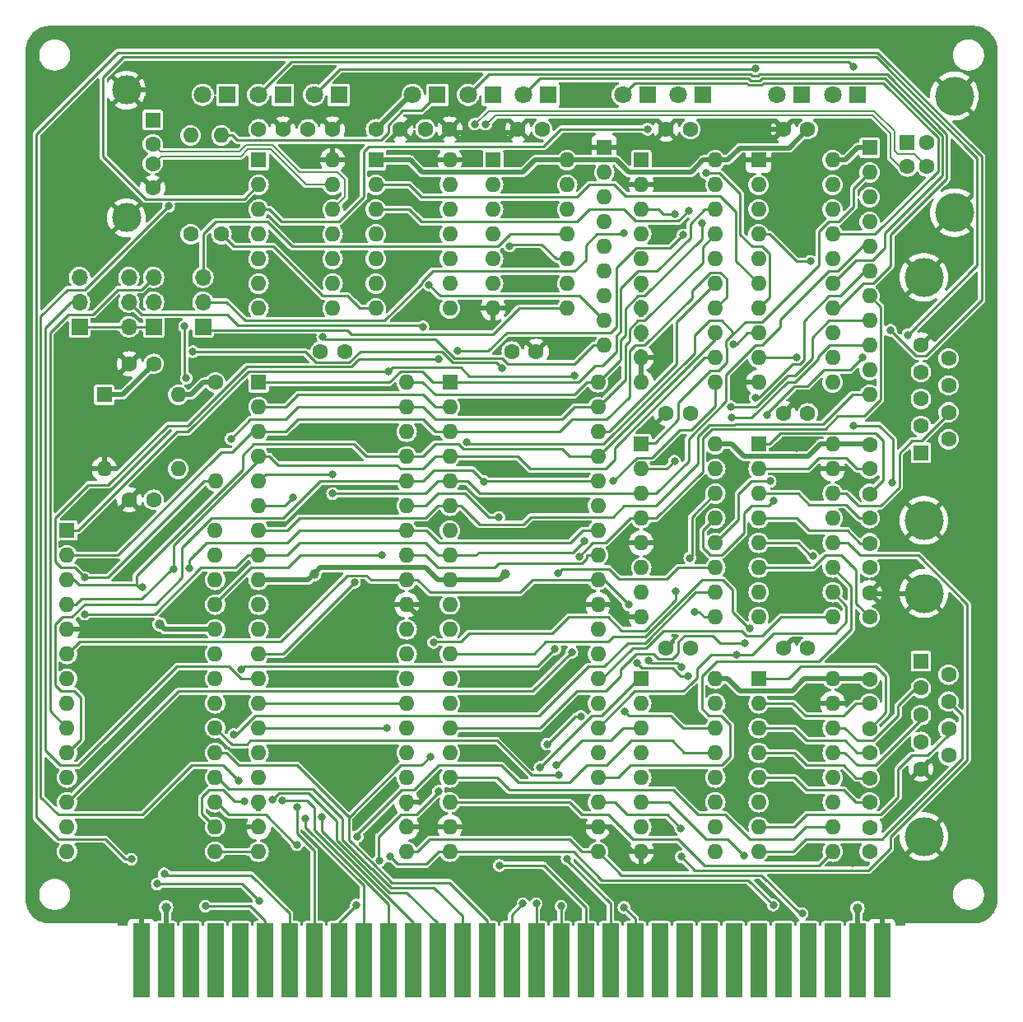
<source format=gtl>
G04 #@! TF.GenerationSoftware,KiCad,Pcbnew,7.0.7*
G04 #@! TF.CreationDate,2023-09-10T22:26:38-04:00*
G04 #@! TF.ProjectId,4 - Quad serial,34202d20-5175-4616-9420-73657269616c,1*
G04 #@! TF.SameCoordinates,Original*
G04 #@! TF.FileFunction,Copper,L1,Top*
G04 #@! TF.FilePolarity,Positive*
%FSLAX46Y46*%
G04 Gerber Fmt 4.6, Leading zero omitted, Abs format (unit mm)*
G04 Created by KiCad (PCBNEW 7.0.7) date 2023-09-10 22:26:38*
%MOMM*%
%LPD*%
G01*
G04 APERTURE LIST*
G04 #@! TA.AperFunction,ComponentPad*
%ADD10C,1.600000*%
G04 #@! TD*
G04 #@! TA.AperFunction,ConnectorPad*
%ADD11R,1.780000X7.620000*%
G04 #@! TD*
G04 #@! TA.AperFunction,ComponentPad*
%ADD12R,1.800000X1.800000*%
G04 #@! TD*
G04 #@! TA.AperFunction,ComponentPad*
%ADD13C,1.800000*%
G04 #@! TD*
G04 #@! TA.AperFunction,ComponentPad*
%ADD14R,1.600000X1.600000*%
G04 #@! TD*
G04 #@! TA.AperFunction,ComponentPad*
%ADD15C,3.000000*%
G04 #@! TD*
G04 #@! TA.AperFunction,ComponentPad*
%ADD16O,1.600000X1.600000*%
G04 #@! TD*
G04 #@! TA.AperFunction,ComponentPad*
%ADD17R,1.700000X1.700000*%
G04 #@! TD*
G04 #@! TA.AperFunction,ComponentPad*
%ADD18O,1.700000X1.700000*%
G04 #@! TD*
G04 #@! TA.AperFunction,ComponentPad*
%ADD19C,4.000000*%
G04 #@! TD*
G04 #@! TA.AperFunction,ViaPad*
%ADD20C,0.800000*%
G04 #@! TD*
G04 #@! TA.AperFunction,ViaPad*
%ADD21C,1.000000*%
G04 #@! TD*
G04 #@! TA.AperFunction,ViaPad*
%ADD22C,1.200000*%
G04 #@! TD*
G04 #@! TA.AperFunction,Conductor*
%ADD23C,0.250000*%
G04 #@! TD*
G04 #@! TA.AperFunction,Conductor*
%ADD24C,0.500000*%
G04 #@! TD*
G04 #@! TA.AperFunction,Conductor*
%ADD25C,0.200000*%
G04 #@! TD*
G04 APERTURE END LIST*
D10*
X163830000Y-97810000D03*
X163830000Y-100310000D03*
D11*
X165100000Y-145805000D03*
X162560000Y-145805000D03*
X160020000Y-145805000D03*
X157480000Y-145805000D03*
X154940000Y-145805000D03*
X152400000Y-145805000D03*
X149860000Y-145805000D03*
X147320000Y-145805000D03*
X144780000Y-145805000D03*
X142240000Y-145805000D03*
X139700000Y-145805000D03*
X137160000Y-145805000D03*
X134620000Y-145805000D03*
X132080000Y-145805000D03*
X129540000Y-145805000D03*
X127000000Y-145805000D03*
X124460000Y-145805000D03*
X121920000Y-145805000D03*
X119380000Y-145805000D03*
X116840000Y-145805000D03*
X114300000Y-145805000D03*
X111760000Y-145805000D03*
X109220000Y-145805000D03*
X106680000Y-145805000D03*
X104140000Y-145805000D03*
X101600000Y-145805000D03*
X99060000Y-145805000D03*
X96520000Y-145805000D03*
X93980000Y-145805000D03*
X91440000Y-145805000D03*
X88900000Y-145805000D03*
D12*
X103485000Y-56800000D03*
D13*
X100945000Y-56800000D03*
D10*
X157460000Y-89535000D03*
X154960000Y-89535000D03*
D12*
X130790000Y-56800000D03*
D13*
X128250000Y-56800000D03*
D10*
X157460000Y-60325000D03*
X154960000Y-60325000D03*
X163830000Y-116860000D03*
X163830000Y-119360000D03*
D14*
X90089400Y-59365000D03*
D10*
X90089400Y-61865000D03*
X90089400Y-63865000D03*
X90089400Y-66365000D03*
D15*
X87379400Y-56295000D03*
X87379400Y-69435000D03*
D12*
X119360000Y-56800000D03*
D13*
X116820000Y-56800000D03*
D14*
X136525000Y-62230000D03*
D16*
X136525000Y-64770000D03*
X136525000Y-67310000D03*
X136525000Y-69850000D03*
X136525000Y-72390000D03*
X136525000Y-74930000D03*
X136525000Y-77470000D03*
X136525000Y-80010000D03*
X136525000Y-82550000D03*
D14*
X152400000Y-63500000D03*
D16*
X152400000Y-66040000D03*
X152400000Y-68580000D03*
X152400000Y-71120000D03*
X152400000Y-73660000D03*
X152400000Y-76200000D03*
X152400000Y-78740000D03*
X152400000Y-81280000D03*
X152400000Y-83820000D03*
X152400000Y-86360000D03*
X160020000Y-86360000D03*
X160020000Y-83820000D03*
X160020000Y-81280000D03*
X160020000Y-78740000D03*
X160020000Y-76200000D03*
X160020000Y-73660000D03*
X160020000Y-71120000D03*
X160020000Y-68580000D03*
X160020000Y-66040000D03*
X160020000Y-63500000D03*
D14*
X152410000Y-92700000D03*
D16*
X152410000Y-95240000D03*
X152410000Y-97780000D03*
X152410000Y-100320000D03*
X152410000Y-102860000D03*
X152410000Y-105400000D03*
X152410000Y-107940000D03*
X152410000Y-110480000D03*
X160030000Y-110480000D03*
X160030000Y-107940000D03*
X160030000Y-105400000D03*
X160030000Y-102860000D03*
X160030000Y-100320000D03*
X160030000Y-97780000D03*
X160030000Y-95240000D03*
X160030000Y-92700000D03*
D10*
X163830000Y-102890000D03*
X163830000Y-105390000D03*
X157460000Y-113665000D03*
X154960000Y-113665000D03*
X163830000Y-92730000D03*
X163830000Y-95230000D03*
D14*
X152410000Y-116820000D03*
D16*
X152410000Y-119360000D03*
X152410000Y-121900000D03*
X152410000Y-124440000D03*
X152410000Y-126980000D03*
X152410000Y-129520000D03*
X152410000Y-132060000D03*
X152410000Y-134600000D03*
X160030000Y-134600000D03*
X160030000Y-132060000D03*
X160030000Y-129520000D03*
X160030000Y-126980000D03*
X160030000Y-124440000D03*
X160030000Y-121900000D03*
X160030000Y-119360000D03*
X160030000Y-116820000D03*
D10*
X106065000Y-60325000D03*
X108565000Y-60325000D03*
D14*
X140335000Y-63500000D03*
D16*
X140335000Y-66040000D03*
X140335000Y-68580000D03*
X140335000Y-71120000D03*
X140335000Y-73660000D03*
X140335000Y-76200000D03*
X140335000Y-78740000D03*
X140335000Y-81280000D03*
X140335000Y-83820000D03*
X140335000Y-86360000D03*
X147955000Y-86360000D03*
X147955000Y-83820000D03*
X147955000Y-81280000D03*
X147955000Y-78740000D03*
X147955000Y-76200000D03*
X147955000Y-73660000D03*
X147955000Y-71120000D03*
X147955000Y-68580000D03*
X147955000Y-66040000D03*
X147955000Y-63500000D03*
D10*
X127020000Y-83185000D03*
X129520000Y-83185000D03*
D12*
X97770000Y-56800000D03*
D13*
X95230000Y-56800000D03*
D14*
X100965000Y-63500000D03*
D16*
X100965000Y-66040000D03*
X100965000Y-68580000D03*
X100965000Y-71120000D03*
X100965000Y-73660000D03*
X100965000Y-76200000D03*
X100965000Y-78740000D03*
X108585000Y-78740000D03*
X108585000Y-76200000D03*
X108585000Y-73660000D03*
X108585000Y-71120000D03*
X108585000Y-68580000D03*
X108585000Y-66040000D03*
X108585000Y-63500000D03*
D10*
X163830000Y-110490000D03*
X163830000Y-107990000D03*
X163830000Y-134600000D03*
X163830000Y-132100000D03*
X97155000Y-71120000D03*
D16*
X97155000Y-60960000D03*
D10*
X90170000Y-84455000D03*
X87670000Y-84455000D03*
D12*
X109220000Y-56800000D03*
D13*
X106680000Y-56800000D03*
D14*
X85090000Y-87630000D03*
D16*
X85090000Y-95250000D03*
X92710000Y-95250000D03*
X92710000Y-87630000D03*
D12*
X162560000Y-56800000D03*
D13*
X160020000Y-56800000D03*
D10*
X163830000Y-121940000D03*
X163830000Y-124440000D03*
D12*
X146685000Y-56800000D03*
D13*
X144145000Y-56800000D03*
D10*
X96520000Y-86360000D03*
D16*
X96520000Y-96520000D03*
D12*
X156845000Y-56800000D03*
D13*
X154305000Y-56800000D03*
D14*
X140335000Y-92710000D03*
D16*
X140335000Y-95250000D03*
X140335000Y-97790000D03*
X140335000Y-100330000D03*
X140335000Y-102870000D03*
X140335000Y-105410000D03*
X140335000Y-107950000D03*
X140335000Y-110490000D03*
X147955000Y-110490000D03*
X147955000Y-107950000D03*
X147955000Y-105410000D03*
X147955000Y-102870000D03*
X147955000Y-100330000D03*
X147955000Y-97790000D03*
X147955000Y-95250000D03*
X147955000Y-92710000D03*
D17*
X82550000Y-80645000D03*
D18*
X82550000Y-78105000D03*
X82550000Y-75565000D03*
D12*
X125075000Y-56800000D03*
D13*
X122535000Y-56800000D03*
D17*
X90170000Y-80645000D03*
D18*
X87630000Y-80645000D03*
X90170000Y-78105000D03*
X87630000Y-78105000D03*
X90170000Y-75565000D03*
X87630000Y-75565000D03*
D10*
X90170000Y-98425000D03*
X87670000Y-98425000D03*
D14*
X167707600Y-61660200D03*
D10*
X167707600Y-64160200D03*
X169707600Y-64160200D03*
X169707600Y-61660200D03*
D19*
X172567600Y-56910200D03*
X172567600Y-68910200D03*
D14*
X163830000Y-62230000D03*
D16*
X163830000Y-64770000D03*
X163830000Y-67310000D03*
X163830000Y-69850000D03*
X163830000Y-72390000D03*
X163830000Y-74930000D03*
X163830000Y-77470000D03*
X163830000Y-80010000D03*
X163830000Y-82550000D03*
X163830000Y-85090000D03*
X163830000Y-87630000D03*
D10*
X100985000Y-60325000D03*
X103485000Y-60325000D03*
D14*
X113030000Y-63500000D03*
D16*
X113030000Y-66040000D03*
X113030000Y-68580000D03*
X113030000Y-71120000D03*
X113030000Y-73660000D03*
X113030000Y-76200000D03*
X113030000Y-78740000D03*
X120650000Y-78740000D03*
X120650000Y-76200000D03*
X120650000Y-73660000D03*
X120650000Y-71120000D03*
X120650000Y-68580000D03*
X120650000Y-66040000D03*
X120650000Y-63500000D03*
D10*
X93980000Y-71120000D03*
D16*
X93980000Y-60960000D03*
D14*
X125095000Y-63500000D03*
D16*
X125095000Y-66040000D03*
X125095000Y-68580000D03*
X125095000Y-71120000D03*
X125095000Y-73660000D03*
X125095000Y-76200000D03*
X125095000Y-78740000D03*
X132715000Y-78740000D03*
X132715000Y-76200000D03*
X132715000Y-73660000D03*
X132715000Y-71120000D03*
X132715000Y-68580000D03*
X132715000Y-66040000D03*
X132715000Y-63500000D03*
D14*
X100965000Y-86350000D03*
D16*
X100965000Y-88890000D03*
X100965000Y-91430000D03*
X100965000Y-93970000D03*
X100965000Y-96510000D03*
X100965000Y-99050000D03*
X100965000Y-101590000D03*
X100965000Y-104130000D03*
X100965000Y-106670000D03*
X100965000Y-109210000D03*
X100965000Y-111750000D03*
X100965000Y-114290000D03*
X100965000Y-116830000D03*
X100965000Y-119370000D03*
X100965000Y-121910000D03*
X100965000Y-124450000D03*
X100965000Y-126990000D03*
X100965000Y-129530000D03*
X100965000Y-132070000D03*
X100965000Y-134610000D03*
X116205000Y-134610000D03*
X116205000Y-132070000D03*
X116205000Y-129530000D03*
X116205000Y-126990000D03*
X116205000Y-124450000D03*
X116205000Y-121910000D03*
X116205000Y-119370000D03*
X116205000Y-116830000D03*
X116205000Y-114290000D03*
X116205000Y-111750000D03*
X116205000Y-109210000D03*
X116205000Y-106670000D03*
X116205000Y-104130000D03*
X116205000Y-101590000D03*
X116205000Y-99050000D03*
X116205000Y-96510000D03*
X116205000Y-93970000D03*
X116205000Y-91430000D03*
X116205000Y-88890000D03*
X116205000Y-86350000D03*
D14*
X120650000Y-86350000D03*
D16*
X120650000Y-88890000D03*
X120650000Y-91430000D03*
X120650000Y-93970000D03*
X120650000Y-96510000D03*
X120650000Y-99050000D03*
X120650000Y-101590000D03*
X120650000Y-104130000D03*
X120650000Y-106670000D03*
X120650000Y-109210000D03*
X120650000Y-111750000D03*
X120650000Y-114290000D03*
X120650000Y-116830000D03*
X120650000Y-119370000D03*
X120650000Y-121910000D03*
X120650000Y-124450000D03*
X120650000Y-126990000D03*
X120650000Y-129530000D03*
X120650000Y-132070000D03*
X120650000Y-134610000D03*
X135890000Y-134610000D03*
X135890000Y-132070000D03*
X135890000Y-129530000D03*
X135890000Y-126990000D03*
X135890000Y-124450000D03*
X135890000Y-121910000D03*
X135890000Y-119370000D03*
X135890000Y-116830000D03*
X135890000Y-114290000D03*
X135890000Y-111750000D03*
X135890000Y-109210000D03*
X135890000Y-106670000D03*
X135890000Y-104130000D03*
X135890000Y-101590000D03*
X135890000Y-99050000D03*
X135890000Y-96510000D03*
X135890000Y-93970000D03*
X135890000Y-91430000D03*
X135890000Y-88890000D03*
X135890000Y-86350000D03*
D10*
X145395000Y-113665000D03*
X142895000Y-113665000D03*
X118130000Y-60325000D03*
X120630000Y-60325000D03*
D19*
X169409400Y-133050600D03*
X169409400Y-108050600D03*
D14*
X169109400Y-115010600D03*
D10*
X169109400Y-117780600D03*
X169109400Y-120550600D03*
X169109400Y-123320600D03*
X169109400Y-126090600D03*
X171949400Y-116395600D03*
X171949400Y-119165600D03*
X171949400Y-121935600D03*
X171949400Y-124705600D03*
X145395000Y-60325000D03*
X142895000Y-60325000D03*
D14*
X140335000Y-116820000D03*
D16*
X140335000Y-119360000D03*
X140335000Y-121900000D03*
X140335000Y-124440000D03*
X140335000Y-126980000D03*
X140335000Y-129520000D03*
X140335000Y-132060000D03*
X140335000Y-134600000D03*
X147955000Y-134600000D03*
X147955000Y-132060000D03*
X147955000Y-129520000D03*
X147955000Y-126980000D03*
X147955000Y-124440000D03*
X147955000Y-121900000D03*
X147955000Y-119360000D03*
X147955000Y-116820000D03*
D19*
X169409400Y-100550600D03*
X169409400Y-75550600D03*
D14*
X169109400Y-93590600D03*
D10*
X169109400Y-90820600D03*
X169109400Y-88050600D03*
X169109400Y-85280600D03*
X169109400Y-82510600D03*
X171949400Y-92205600D03*
X171949400Y-89435600D03*
X171949400Y-86665600D03*
X171949400Y-83895600D03*
D17*
X95250000Y-80645000D03*
D18*
X95250000Y-78105000D03*
X95250000Y-75565000D03*
D10*
X163830000Y-127020000D03*
X163830000Y-129520000D03*
X145395000Y-89535000D03*
X142895000Y-89535000D03*
X107335000Y-83185000D03*
X109835000Y-83185000D03*
D14*
X81265000Y-101575000D03*
D16*
X81265000Y-104115000D03*
X81265000Y-106655000D03*
X81265000Y-109195000D03*
X81265000Y-111735000D03*
X81265000Y-114275000D03*
X81265000Y-116815000D03*
X81265000Y-119355000D03*
X81265000Y-121895000D03*
X81265000Y-124435000D03*
X81265000Y-126975000D03*
X81265000Y-129515000D03*
X81265000Y-132055000D03*
X81265000Y-134595000D03*
X96505000Y-134595000D03*
X96505000Y-132055000D03*
X96505000Y-129515000D03*
X96505000Y-126975000D03*
X96505000Y-124435000D03*
X96505000Y-121895000D03*
X96505000Y-119355000D03*
X96505000Y-116815000D03*
X96505000Y-114275000D03*
X96505000Y-111735000D03*
X96505000Y-109195000D03*
X96505000Y-106655000D03*
X96505000Y-104115000D03*
X96505000Y-101575000D03*
D10*
X130155000Y-60325000D03*
X127655000Y-60325000D03*
D12*
X140970000Y-56800000D03*
D13*
X138430000Y-56800000D03*
D10*
X113050000Y-60325000D03*
X115550000Y-60325000D03*
D20*
X159512000Y-61087000D03*
X160528000Y-59817000D03*
X132588000Y-61341000D03*
X118364000Y-71247000D03*
X91567000Y-83185000D03*
X93853000Y-99441000D03*
X98806000Y-110998000D03*
X94869000Y-120650000D03*
X99822000Y-141224000D03*
X162179000Y-96520000D03*
X173736000Y-64770000D03*
X168275000Y-52324000D03*
X133985000Y-56642000D03*
X136652000Y-57658000D03*
X128143000Y-95631000D03*
X133096000Y-99060000D03*
X144399000Y-93091000D03*
X156337000Y-93091000D03*
X142113000Y-71247000D03*
X130175000Y-68961000D03*
X78740000Y-57658000D03*
X85090000Y-65532000D03*
X96774000Y-64008000D03*
X106553000Y-71247000D03*
X86614000Y-79375000D03*
X114300000Y-91313000D03*
X108712000Y-91440000D03*
X108712000Y-93599000D03*
X108839000Y-99314000D03*
X84328000Y-125095000D03*
X114300000Y-130810000D03*
X113157000Y-129413000D03*
X124333000Y-128270000D03*
X141986000Y-131699000D03*
X158115000Y-134239000D03*
X162052000Y-135763000D03*
X167132000Y-124460000D03*
X133350000Y-101092000D03*
X156845000Y-107950000D03*
X154305000Y-128143000D03*
X154686000Y-120523000D03*
X145288000Y-119253000D03*
X146304000Y-128143000D03*
X147320000Y-140716000D03*
X130810000Y-101727000D03*
X124079000Y-124460000D03*
X124333000Y-116840000D03*
X125222000Y-119253000D03*
X128143000Y-123317000D03*
X123063000Y-137160000D03*
X108585000Y-137414000D03*
X85344000Y-128397000D03*
X112268000Y-116840000D03*
X109982000Y-125857000D03*
X105537000Y-109220000D03*
X85471000Y-118364000D03*
X86741000Y-106426000D03*
X85217000Y-105156000D03*
X82423000Y-99187000D03*
X97409000Y-84328000D03*
X103505000Y-82042000D03*
X128397000Y-89154000D03*
X130048000Y-73660000D03*
X98806000Y-70866000D03*
X106553000Y-74422000D03*
X129159000Y-76581000D03*
X114808000Y-70231000D03*
X114935000Y-64897000D03*
X129921000Y-65151000D03*
X157988000Y-137668000D03*
X94488000Y-127381000D03*
X93091000Y-140462000D03*
X90170000Y-132080000D03*
X104140000Y-136525000D03*
X129540000Y-130810000D03*
X157480000Y-65405000D03*
X118745000Y-78740000D03*
X90170000Y-87630000D03*
X98425000Y-88265000D03*
X92710000Y-92710000D03*
X106680000Y-113665000D03*
X108585000Y-95785500D03*
X108585000Y-97790000D03*
D21*
X126365000Y-106045000D03*
X106680000Y-106045000D03*
X162560000Y-140409800D03*
X90805000Y-111252000D03*
X91440000Y-140335000D03*
X165100000Y-137287000D03*
X88900000Y-140335000D03*
D22*
X130175000Y-108585000D03*
D21*
X110490000Y-108585000D03*
X86995000Y-111125000D03*
D20*
X157988000Y-104198800D03*
X138557000Y-140335000D03*
X132707800Y-135334500D03*
X125730000Y-136017000D03*
X131572000Y-125730000D03*
X132080000Y-140208000D03*
X134122874Y-120709876D03*
X129540000Y-139954000D03*
X130652500Y-123559000D03*
X118640000Y-124836701D03*
X93843900Y-105432400D03*
X113640300Y-104140000D03*
X102392400Y-129261400D03*
X146558000Y-69977000D03*
X107442300Y-131064000D03*
X98123300Y-92160500D03*
X103422200Y-129309300D03*
X105791000Y-131191000D03*
X144640700Y-71191100D03*
X121432800Y-83155600D03*
X133480700Y-85624600D03*
X111035500Y-140081000D03*
X114307349Y-85218249D03*
X104899200Y-130033800D03*
X91275588Y-136874788D03*
X89001200Y-107449500D03*
X92202000Y-105537000D03*
X95504000Y-140208000D03*
X83090600Y-110188000D03*
X150867100Y-134989800D03*
X137479500Y-96520000D03*
X134486200Y-102658400D03*
X104902000Y-133885500D03*
X156892000Y-140970000D03*
X114475950Y-135079050D03*
X153918050Y-140086950D03*
X145336500Y-104416600D03*
X139048700Y-109220000D03*
X126805500Y-72331697D03*
X124124961Y-96540455D03*
X129928000Y-125957400D03*
X128161800Y-139954000D03*
X118491000Y-76327000D03*
X152051100Y-54097800D03*
X107569000Y-81686000D03*
X162160600Y-53889500D03*
X157734000Y-73914000D03*
X166153500Y-96647000D03*
X162203350Y-90780650D03*
X150114000Y-114329700D03*
X151515299Y-111670500D03*
X151003000Y-113157000D03*
X131828100Y-126746000D03*
X149794100Y-82416200D03*
X140970200Y-60324700D03*
X167772500Y-81462500D03*
X156356700Y-83764100D03*
X93357800Y-80597400D03*
X93531201Y-85919799D03*
X138621178Y-120207109D03*
X125691500Y-100241800D03*
X145161000Y-116586000D03*
X139916900Y-115197600D03*
X146987600Y-64827900D03*
X145227900Y-68721000D03*
X143758300Y-94462600D03*
X143891000Y-107823000D03*
X118987500Y-113081035D03*
X104551800Y-98171000D03*
X122338500Y-92493500D03*
X113417393Y-135502607D03*
X119469500Y-128397000D03*
X98902900Y-127297400D03*
X163120238Y-83819310D03*
X153924000Y-98552000D03*
X153297500Y-89707900D03*
X91723300Y-68239200D03*
X165973800Y-81008500D03*
X87884000Y-135382000D03*
X152075200Y-87926000D03*
X153601600Y-96520000D03*
X101010800Y-139654200D03*
X90551000Y-137922000D03*
X131788450Y-105945500D03*
X149548800Y-88874100D03*
X131445000Y-113754500D03*
X99205299Y-115863501D03*
X149673800Y-89973900D03*
X98425000Y-122555000D03*
X138557000Y-70993000D03*
X94220000Y-83211800D03*
X126039000Y-84927800D03*
X117878800Y-80645000D03*
X124333000Y-59817000D03*
X123190000Y-59817000D03*
X119524700Y-83935600D03*
X83091400Y-106426800D03*
X144399000Y-132207000D03*
X144434500Y-135122700D03*
X133199900Y-114098200D03*
X133951100Y-104267000D03*
X141097000Y-114970100D03*
X144430700Y-115592900D03*
X145808800Y-109946600D03*
X143804700Y-69048000D03*
X99474400Y-129412400D03*
X111125000Y-133051600D03*
X110835100Y-106913000D03*
X114191900Y-121910000D03*
D23*
X111312800Y-83935600D02*
X119524700Y-83935600D01*
X110487800Y-84760600D02*
X111312800Y-83935600D01*
X99737500Y-84760600D02*
X110487800Y-84760600D01*
X93693100Y-90805000D02*
X99737500Y-84760600D01*
X85500500Y-96903500D02*
X91599000Y-90805000D01*
X83436500Y-96903500D02*
X85500500Y-96903500D01*
X80010000Y-104775000D02*
X80010000Y-100330000D01*
X80620000Y-105385000D02*
X80010000Y-104775000D01*
X80010000Y-100330000D02*
X83436500Y-96903500D01*
X82049600Y-105385000D02*
X80620000Y-105385000D01*
X91599000Y-90805000D02*
X93693100Y-90805000D01*
X83091400Y-106426800D02*
X82049600Y-105385000D01*
X150068500Y-73868500D02*
X152400000Y-76200000D01*
X150068500Y-68788500D02*
X150068500Y-73868500D01*
X138702800Y-67174600D02*
X148454600Y-67174600D01*
X148454600Y-67174600D02*
X150068500Y-68788500D01*
X135028200Y-66040000D02*
X137568200Y-66040000D01*
X133758200Y-67310000D02*
X135028200Y-66040000D01*
X117729000Y-67310000D02*
X133758200Y-67310000D01*
X113030000Y-66040000D02*
X116459000Y-66040000D01*
X116459000Y-66040000D02*
X117729000Y-67310000D01*
X137568200Y-66040000D02*
X138702800Y-67174600D01*
X160655000Y-78740000D02*
X160020000Y-78740000D01*
X163195000Y-76200000D02*
X160655000Y-78740000D01*
X164186100Y-76200000D02*
X163195000Y-76200000D01*
X165989000Y-74397100D02*
X164186100Y-76200000D01*
X165989000Y-71189100D02*
X165989000Y-74397100D01*
X171761000Y-65417100D02*
X165989000Y-71189100D01*
X165613800Y-54674000D02*
X171761000Y-60821200D01*
X152547500Y-54674000D02*
X165613800Y-54674000D01*
X152351600Y-54869900D02*
X152547500Y-54674000D01*
X151554800Y-54674000D02*
X151750700Y-54869900D01*
X151750700Y-54869900D02*
X152351600Y-54869900D01*
X124661000Y-54674000D02*
X151554800Y-54674000D01*
X122535000Y-56800000D02*
X124661000Y-54674000D01*
X171761000Y-60821200D02*
X171761000Y-65417100D01*
X151062000Y-80122600D02*
X149744900Y-81439700D01*
X158640500Y-74277500D02*
X152795400Y-80122600D01*
X152795400Y-80122600D02*
X151062000Y-80122600D01*
X158640500Y-70838800D02*
X158640500Y-74277500D01*
X159629300Y-69850000D02*
X158640500Y-70838800D01*
X162179000Y-68326000D02*
X160655000Y-69850000D01*
X162179000Y-66421000D02*
X162179000Y-68326000D01*
X163830000Y-64770000D02*
X162179000Y-66421000D01*
X160655000Y-69850000D02*
X159629300Y-69850000D01*
X163071950Y-72390000D02*
X163830000Y-72390000D01*
X160531950Y-74930000D02*
X163071950Y-72390000D01*
X159618100Y-74930000D02*
X160531950Y-74930000D01*
X154670400Y-79877700D02*
X159618100Y-74930000D01*
X154670400Y-80637000D02*
X154670400Y-79877700D01*
X149084400Y-88278600D02*
X149084400Y-85535800D01*
X145216400Y-92146600D02*
X149084400Y-88278600D01*
X145216400Y-94432600D02*
X145216400Y-92146600D01*
X149084400Y-85535800D02*
X152070200Y-82550000D01*
X141859000Y-97790000D02*
X145216400Y-94432600D01*
X152757400Y-82550000D02*
X154670400Y-80637000D01*
X140335000Y-97790000D02*
X141859000Y-97790000D01*
X152070200Y-82550000D02*
X152757400Y-82550000D01*
X152471900Y-87926000D02*
X152075200Y-87926000D01*
X156657400Y-84489400D02*
X155908500Y-84489400D01*
X155908500Y-84489400D02*
X152471900Y-87926000D01*
X157082100Y-84064700D02*
X156657400Y-84489400D01*
X160782000Y-77470000D02*
X159643200Y-77470000D01*
X163322000Y-74930000D02*
X160782000Y-77470000D01*
X159643200Y-77470000D02*
X157082100Y-80031100D01*
X163830000Y-74930000D02*
X163322000Y-74930000D01*
X157082100Y-80031100D02*
X157082100Y-84064700D01*
X149744900Y-81164900D02*
X149744900Y-81439700D01*
X148590000Y-80010000D02*
X149744900Y-81164900D01*
X145806100Y-81523900D02*
X147320000Y-80010000D01*
X122555000Y-92710000D02*
X136433600Y-92710000D01*
X145806100Y-83337500D02*
X145806100Y-81523900D01*
X147320000Y-80010000D02*
X148590000Y-80010000D01*
X122338500Y-92493500D02*
X122555000Y-92710000D01*
X136433600Y-92710000D02*
X145806100Y-83337500D01*
X140462000Y-92583000D02*
X140335000Y-92710000D01*
X141732000Y-92583000D02*
X140462000Y-92583000D01*
X144145000Y-90170000D02*
X141732000Y-92583000D01*
X147459100Y-85163900D02*
X144145000Y-88478000D01*
X148284900Y-85163900D02*
X147459100Y-85163900D01*
X149119100Y-84329700D02*
X148284900Y-85163900D01*
X149119100Y-82766900D02*
X149119100Y-84329700D01*
X144145000Y-88478000D02*
X144145000Y-90170000D01*
X149068800Y-82716600D02*
X149119100Y-82766900D01*
X149744900Y-81439700D02*
X149068800Y-82115800D01*
X149068800Y-82115800D02*
X149068800Y-82716600D01*
X129276500Y-114290000D02*
X120650000Y-114290000D01*
X130536500Y-113030000D02*
X129276500Y-114290000D01*
X136906000Y-113030000D02*
X130536500Y-113030000D01*
X137414000Y-112522000D02*
X136906000Y-113030000D01*
X140713208Y-112522000D02*
X137414000Y-112522000D01*
X145735208Y-107500000D02*
X140713208Y-112522000D01*
X146558000Y-106680000D02*
X145738000Y-107500000D01*
X149733000Y-109962700D02*
X149733000Y-107696000D01*
X149733000Y-107696000D02*
X148717000Y-106680000D01*
X145738000Y-107500000D02*
X145735208Y-107500000D01*
X151515299Y-111670500D02*
X151440800Y-111670500D01*
X148717000Y-106680000D02*
X146558000Y-106680000D01*
X151440800Y-111670500D02*
X149733000Y-109962700D01*
X153525300Y-71120000D02*
X152400000Y-71120000D01*
X157734000Y-73914000D02*
X156319300Y-73914000D01*
X156319300Y-73914000D02*
X153525300Y-71120000D01*
X133296000Y-103848600D02*
X134486200Y-102658400D01*
X123608300Y-103848700D02*
X133296000Y-103848700D01*
X133296000Y-103848700D02*
X133296000Y-103848600D01*
X123327000Y-104130000D02*
X123608300Y-103848700D01*
X120650000Y-104130000D02*
X123327000Y-104130000D01*
X119390000Y-96510000D02*
X118110000Y-97790000D01*
X120650000Y-96510000D02*
X119390000Y-96510000D01*
X108585000Y-97790000D02*
X118110000Y-97790000D01*
X118939350Y-86350000D02*
X120650000Y-86350000D01*
X115562300Y-85224700D02*
X117814050Y-85224700D01*
X114437000Y-86350000D02*
X115562300Y-85224700D01*
X100965000Y-86350000D02*
X114437000Y-86350000D01*
X117814050Y-85224700D02*
X118939350Y-86350000D01*
X100965000Y-94361000D02*
X100965000Y-93970000D01*
X92202000Y-105537000D02*
X92202000Y-103124000D01*
X92202000Y-103124000D02*
X100965000Y-94361000D01*
X168611400Y-83646100D02*
X165973800Y-81008500D01*
X169577300Y-83646100D02*
X168611400Y-83646100D01*
X175362800Y-77860600D02*
X169577300Y-83646100D01*
X175362800Y-63149200D02*
X175362800Y-77860600D01*
X164637100Y-52423500D02*
X175362800Y-63149200D01*
X86514500Y-52423500D02*
X164637100Y-52423500D01*
X78105000Y-60833000D02*
X86514500Y-52423500D01*
X78105000Y-131064000D02*
X78105000Y-60833000D01*
X87884000Y-135382000D02*
X87249000Y-135382000D01*
X87249000Y-135382000D02*
X85192000Y-133325000D01*
X85192000Y-133325000D02*
X80366000Y-133325000D01*
X80366000Y-133325000D02*
X78105000Y-131064000D01*
X101600000Y-141669700D02*
X101600000Y-145805000D01*
X100138300Y-140208000D02*
X101600000Y-141669700D01*
X95504000Y-140208000D02*
X100138300Y-140208000D01*
X133340000Y-134610000D02*
X120650000Y-134610000D01*
X153918050Y-140086950D02*
X151372100Y-137541000D01*
X136271000Y-137541000D02*
X133340000Y-134610000D01*
X151372100Y-137541000D02*
X136271000Y-137541000D01*
X152796200Y-72390000D02*
X153525300Y-73119100D01*
X150518900Y-71143900D02*
X151765000Y-72390000D01*
X153525300Y-73119100D02*
X153525300Y-77614700D01*
X150518900Y-66971500D02*
X150518900Y-71143900D01*
X148375300Y-64827900D02*
X150518900Y-66971500D01*
X151765000Y-72390000D02*
X152796200Y-72390000D01*
X146987600Y-64827900D02*
X148375300Y-64827900D01*
X153525300Y-77614700D02*
X152400000Y-78740000D01*
X147955000Y-81905000D02*
X147955000Y-81280000D01*
X135890000Y-93970000D02*
X147955000Y-81905000D01*
X131963000Y-91430000D02*
X120650000Y-91430000D01*
X133223000Y-90170000D02*
X131963000Y-91430000D01*
X136779000Y-90170000D02*
X133223000Y-90170000D01*
X139134000Y-87815000D02*
X136779000Y-90170000D01*
X139134000Y-83116000D02*
X139134000Y-87815000D01*
X139700000Y-82550000D02*
X139134000Y-83116000D01*
X140702700Y-82550000D02*
X139700000Y-82550000D01*
X145589300Y-76941600D02*
X145589300Y-77663400D01*
X147460800Y-75070100D02*
X145589300Y-76941600D01*
X149098900Y-77596100D02*
X149098900Y-75690500D01*
X148478500Y-75070100D02*
X147460800Y-75070100D01*
X147955000Y-78740000D02*
X149098900Y-77596100D01*
X149098900Y-75690500D02*
X148478500Y-75070100D01*
X145589300Y-77663400D02*
X140702700Y-82550000D01*
X146643100Y-72431900D02*
X147955000Y-71120000D01*
X146643100Y-74038000D02*
X146643100Y-72431900D01*
X140007500Y-80010000D02*
X140671100Y-80010000D01*
X140671100Y-80010000D02*
X146643100Y-74038000D01*
X139126500Y-82107500D02*
X139126500Y-80891000D01*
X138684000Y-82550000D02*
X139126500Y-82107500D01*
X139126500Y-80891000D02*
X140007500Y-80010000D01*
X138684000Y-85844300D02*
X138684000Y-82550000D01*
X138676300Y-85852000D02*
X138684000Y-85844300D01*
X138225900Y-84014100D02*
X135890000Y-86350000D01*
X138225900Y-81992100D02*
X138225900Y-84014100D01*
X138676500Y-81541500D02*
X138225900Y-81992100D01*
X138676500Y-78761000D02*
X138676500Y-81541500D01*
X139967500Y-77470000D02*
X138676500Y-78761000D01*
X146558000Y-71579500D02*
X140667500Y-77470000D01*
X140667500Y-77470000D02*
X139967500Y-77470000D01*
X146558000Y-69977000D02*
X146558000Y-71579500D01*
X142113000Y-68580000D02*
X142581000Y-69048000D01*
X142581000Y-69048000D02*
X143804700Y-69048000D01*
X140335000Y-68580000D02*
X142113000Y-68580000D01*
X97690000Y-78105000D02*
X95250000Y-78105000D01*
X99595000Y-80010000D02*
X97690000Y-78105000D01*
X113919000Y-80010000D02*
X99595000Y-80010000D01*
X117766000Y-76163000D02*
X113919000Y-80010000D01*
X117766000Y-76026695D02*
X117766000Y-76163000D01*
X118862695Y-74930000D02*
X117766000Y-76026695D01*
X134620000Y-72263000D02*
X134620000Y-73787000D01*
X138430000Y-71120000D02*
X135763000Y-71120000D01*
X138557000Y-70993000D02*
X138430000Y-71120000D01*
X134620000Y-73787000D02*
X133477000Y-74930000D01*
X133477000Y-74930000D02*
X118862695Y-74930000D01*
X135763000Y-71120000D02*
X134620000Y-72263000D01*
X162067900Y-87630000D02*
X163830000Y-87630000D01*
X159023900Y-90674000D02*
X162067900Y-87630000D01*
X149999700Y-90674000D02*
X159023900Y-90674000D01*
X149974400Y-90699300D02*
X149999700Y-90674000D01*
X147362200Y-90699300D02*
X149974400Y-90699300D01*
X146182500Y-91879000D02*
X147362200Y-90699300D01*
X146182500Y-94736500D02*
X146182500Y-91879000D01*
X141859000Y-99060000D02*
X146182500Y-94736500D01*
X128992700Y-100175400D02*
X137404400Y-100175400D01*
X137404400Y-100175400D02*
X138519800Y-99060000D01*
X123692400Y-100967100D02*
X128201000Y-100967100D01*
X128201000Y-100967100D02*
X128992700Y-100175400D01*
X120650000Y-99050000D02*
X121775300Y-99050000D01*
X121775300Y-99050000D02*
X123692400Y-100967100D01*
X138519800Y-99060000D02*
X141859000Y-99060000D01*
X131589700Y-73660000D02*
X132715000Y-73660000D01*
X130121500Y-72191800D02*
X131589700Y-73660000D01*
X126805500Y-72331697D02*
X126945397Y-72191800D01*
X126945397Y-72191800D02*
X130121500Y-72191800D01*
X163830000Y-97790000D02*
X163830000Y-97810000D01*
X165227000Y-92329000D02*
X165227000Y-96393000D01*
X165227000Y-96393000D02*
X163830000Y-97790000D01*
X164472700Y-91574700D02*
X165227000Y-92329000D01*
X153535300Y-92700000D02*
X154660600Y-91574700D01*
X152410000Y-92700000D02*
X153535300Y-92700000D01*
X154660600Y-91574700D02*
X164472700Y-91574700D01*
X166243000Y-92202000D02*
X166243000Y-96557500D01*
X166243000Y-96557500D02*
X166153500Y-96647000D01*
X164821650Y-90780650D02*
X166243000Y-92202000D01*
X162203350Y-90780650D02*
X164821650Y-90780650D01*
X143383000Y-120650000D02*
X144633000Y-121900000D01*
X138621178Y-120207109D02*
X139064069Y-120650000D01*
X144633000Y-121900000D02*
X147955000Y-121900000D01*
X139064069Y-120650000D02*
X143383000Y-120650000D01*
X136271000Y-120650000D02*
X140101000Y-116820000D01*
X135253325Y-120650000D02*
X136271000Y-120650000D01*
X129945925Y-125957400D02*
X135253325Y-120650000D01*
X140101000Y-116820000D02*
X140335000Y-116820000D01*
X129928000Y-125957400D02*
X129945925Y-125957400D01*
X135890000Y-121901396D02*
X135890000Y-121910000D01*
X144653000Y-118110000D02*
X139681396Y-118110000D01*
X145452000Y-117311000D02*
X144653000Y-118110000D01*
X146050000Y-116722305D02*
X145461305Y-117311000D01*
X146050000Y-115824000D02*
X146050000Y-116722305D01*
X147544300Y-114329700D02*
X146050000Y-115824000D01*
X145461305Y-117311000D02*
X145452000Y-117311000D01*
X150114000Y-114329700D02*
X147544300Y-114329700D01*
X139681396Y-118110000D02*
X135890000Y-121901396D01*
X119038535Y-113030000D02*
X118987500Y-113081035D01*
X121765400Y-113030000D02*
X119038535Y-113030000D01*
X132878900Y-110490000D02*
X131217000Y-112151900D01*
X131217000Y-112151900D02*
X122643500Y-112151900D01*
X136906000Y-110490000D02*
X132878900Y-110490000D01*
X140711812Y-111887000D02*
X138303000Y-111887000D01*
X138303000Y-111887000D02*
X136906000Y-110490000D01*
X122643500Y-112151900D02*
X121765400Y-113030000D01*
X143891000Y-108707812D02*
X140711812Y-111887000D01*
X143891000Y-107823000D02*
X143891000Y-108707812D01*
X145921604Y-107950000D02*
X147955000Y-107950000D01*
X138938000Y-113157000D02*
X140714604Y-113157000D01*
X136525000Y-115570000D02*
X138938000Y-113157000D01*
X134880200Y-115570000D02*
X136525000Y-115570000D01*
X129800200Y-120650000D02*
X134880200Y-115570000D01*
X98425000Y-122555000D02*
X98682400Y-122555000D01*
X98682400Y-122555000D02*
X100587400Y-120650000D01*
X100587400Y-120650000D02*
X129800200Y-120650000D01*
X140714604Y-113157000D02*
X145921604Y-107950000D01*
X154696000Y-110480000D02*
X160030000Y-110480000D01*
X150622000Y-111887000D02*
X151130000Y-112395000D01*
X140843000Y-113665000D02*
X142621000Y-111887000D01*
X151130000Y-112395000D02*
X152781000Y-112395000D01*
X139446000Y-113665000D02*
X140843000Y-113665000D01*
X136281000Y-116830000D02*
X139446000Y-113665000D01*
X152781000Y-112395000D02*
X154696000Y-110480000D01*
X135890000Y-116830000D02*
X136281000Y-116830000D01*
X142621000Y-111887000D02*
X150622000Y-111887000D01*
X99498800Y-115570000D02*
X129629500Y-115570000D01*
X99205299Y-115863501D02*
X99498800Y-115570000D01*
X129629500Y-115570000D02*
X131445000Y-113754500D01*
X96622000Y-129515000D02*
X96505000Y-129515000D01*
X101717000Y-130800000D02*
X97907000Y-130800000D01*
X97907000Y-130800000D02*
X96622000Y-129515000D01*
X104802500Y-133885500D02*
X101717000Y-130800000D01*
X104902000Y-133885500D02*
X104802500Y-133885500D01*
X164955300Y-78595300D02*
X163830000Y-77470000D01*
X164955300Y-88124400D02*
X164955300Y-78595300D01*
X163243200Y-89836500D02*
X164955300Y-88124400D01*
X160591200Y-89836500D02*
X163243200Y-89836500D01*
X150186200Y-91124400D02*
X159303300Y-91124400D01*
X150161000Y-91149600D02*
X150186200Y-91124400D01*
X159303300Y-91124400D02*
X160591200Y-89836500D01*
X146632900Y-92127100D02*
X147610400Y-91149600D01*
X146632900Y-95556100D02*
X146632900Y-92127100D01*
X147610400Y-91149600D02*
X150161000Y-91149600D01*
X141859000Y-100330000D02*
X146632900Y-95556100D01*
X140335000Y-100330000D02*
X141859000Y-100330000D01*
X156090500Y-86740900D02*
X153297500Y-89533900D01*
X157446600Y-86740900D02*
X156090500Y-86740900D01*
X161849548Y-85090000D02*
X159097500Y-85090000D01*
X163120238Y-83819310D02*
X161849548Y-85090000D01*
X153297500Y-89533900D02*
X153297500Y-89707900D01*
X159097500Y-85090000D02*
X157446600Y-86740900D01*
X108585000Y-95785500D02*
X101689500Y-95785500D01*
X101689500Y-95785500D02*
X100965000Y-96510000D01*
X107325000Y-96510000D02*
X116205000Y-96510000D01*
X103532800Y-100302200D02*
X107325000Y-96510000D01*
X96170300Y-100302200D02*
X103532800Y-100302200D01*
X93118900Y-103353600D02*
X96170300Y-100302200D01*
X83083000Y-109154500D02*
X90362500Y-109154500D01*
X81772500Y-110465000D02*
X83083000Y-109154500D01*
X80797000Y-110465000D02*
X81772500Y-110465000D01*
X80010000Y-117475000D02*
X80010000Y-111252000D01*
X82017000Y-118085000D02*
X80620000Y-118085000D01*
X80620000Y-118085000D02*
X80010000Y-117475000D01*
X90362500Y-109154500D02*
X93118900Y-106398100D01*
X82677000Y-123063000D02*
X82677000Y-118745000D01*
X93118900Y-106398100D02*
X93118900Y-103353600D01*
X81305000Y-124435000D02*
X82677000Y-123063000D01*
X80010000Y-111252000D02*
X80797000Y-110465000D01*
X81265000Y-124435000D02*
X81305000Y-124435000D01*
X82677000Y-118745000D02*
X82017000Y-118085000D01*
X142970900Y-95250000D02*
X140335000Y-95250000D01*
X143758300Y-94462600D02*
X142970900Y-95250000D01*
D24*
X119399700Y-106670000D02*
X118129800Y-105400100D01*
X106055000Y-106670000D02*
X106680000Y-106045000D01*
X91440000Y-140335000D02*
X91440000Y-145805000D01*
X129413000Y-63500000D02*
X128162700Y-64750300D01*
X132715000Y-63500000D02*
X129413000Y-63500000D01*
X92710000Y-87630000D02*
X94033650Y-87630000D01*
X149659650Y-92710000D02*
X150900050Y-93950400D01*
X125740000Y-106670000D02*
X126365000Y-106045000D01*
X155868600Y-118070400D02*
X150455700Y-118070400D01*
X117826450Y-64750300D02*
X116576150Y-63500000D01*
X147955000Y-63500000D02*
X149205300Y-63500000D01*
X158779700Y-92700000D02*
X160030000Y-92700000D01*
X116575000Y-56800000D02*
X113050000Y-60325000D01*
X146704700Y-63500000D02*
X145454300Y-64750400D01*
X118129800Y-105400100D02*
X107324900Y-105400100D01*
X163800000Y-92700000D02*
X163830000Y-92730000D01*
X107324900Y-105400100D02*
X106680000Y-106045000D01*
X116820000Y-56800000D02*
X116575000Y-56800000D01*
X161309700Y-63500000D02*
X162579700Y-62230000D01*
X160030000Y-116820000D02*
X163790000Y-116820000D01*
X95303650Y-86360000D02*
X96520000Y-86360000D01*
X160020000Y-63500000D02*
X161309700Y-63500000D01*
X155535300Y-62249700D02*
X150455600Y-62249700D01*
X150455700Y-118070400D02*
X149205300Y-116820000D01*
X147955000Y-63500000D02*
X146704700Y-63500000D01*
X94033650Y-87630000D02*
X95303650Y-86360000D01*
X162560000Y-140409800D02*
X162560000Y-145805000D01*
X91288000Y-111735000D02*
X96505000Y-111735000D01*
X157460000Y-60325000D02*
X155535300Y-62249700D01*
X137795000Y-63500000D02*
X132715000Y-63500000D01*
X150900050Y-93950400D02*
X157529300Y-93950400D01*
X147955000Y-92710000D02*
X149659650Y-92710000D01*
X157529300Y-93950400D02*
X158779700Y-92700000D01*
X160030000Y-116820000D02*
X157119000Y-116820000D01*
X150455600Y-62249700D02*
X149205300Y-63500000D01*
X145454300Y-64750400D02*
X139045400Y-64750400D01*
X157119000Y-116820000D02*
X155868600Y-118070400D01*
X86995000Y-87630000D02*
X85090000Y-87630000D01*
X149205300Y-116820000D02*
X147955000Y-116820000D01*
X128162700Y-64750300D02*
X117826450Y-64750300D01*
X160030000Y-92700000D02*
X163800000Y-92700000D01*
X120650000Y-106670000D02*
X119399700Y-106670000D01*
X163830000Y-62230000D02*
X162579700Y-62230000D01*
X100965000Y-106670000D02*
X106055000Y-106670000D01*
X90805000Y-111252000D02*
X91288000Y-111735000D01*
X120650000Y-106670000D02*
X125740000Y-106670000D01*
X90170000Y-84455000D02*
X86995000Y-87630000D01*
X163790000Y-116820000D02*
X163830000Y-116860000D01*
X116576150Y-63500000D02*
X113030000Y-63500000D01*
X139045400Y-64750400D02*
X137795000Y-63500000D01*
X135890000Y-109210000D02*
X137140300Y-109210000D01*
X119360000Y-59055000D02*
X120630000Y-60325000D01*
X117221000Y-59055000D02*
X119360000Y-59055000D01*
X146402100Y-61624800D02*
X144194800Y-61624800D01*
X142895000Y-60325000D02*
X140990000Y-62230000D01*
X169409400Y-133050600D02*
X165100000Y-137360000D01*
X100965000Y-132070000D02*
X99714700Y-132070000D01*
X135890000Y-132070000D02*
X136896000Y-132070000D01*
X163890600Y-108050600D02*
X163830000Y-107990000D01*
X117465000Y-110480000D02*
X116205000Y-109220000D01*
X88900000Y-138049000D02*
X88900000Y-145805000D01*
X138420300Y-110490000D02*
X140335000Y-110490000D01*
X98459700Y-133325000D02*
X93624000Y-133325000D01*
X116205000Y-132070000D02*
X120650000Y-132070000D01*
X130487500Y-108897500D02*
X128905000Y-110480000D01*
X107315000Y-59075000D02*
X108565000Y-60325000D01*
X86385000Y-111735000D02*
X86995000Y-111125000D01*
X127655000Y-60325000D02*
X127304100Y-60675900D01*
X111115000Y-109210000D02*
X110490000Y-108585000D01*
X116205000Y-109210000D02*
X111115000Y-109210000D01*
X127304100Y-60675900D02*
X120980900Y-60675900D01*
X139426000Y-134600000D02*
X140335000Y-134600000D01*
X120650000Y-132070000D02*
X135890000Y-132070000D01*
X115550000Y-60325000D02*
X115951000Y-60325000D01*
X120980900Y-60675900D02*
X120630000Y-60325000D01*
X93937400Y-58924100D02*
X102084100Y-58924100D01*
X136896000Y-132070000D02*
X139426000Y-134600000D01*
X147701900Y-60325000D02*
X146402100Y-61624800D01*
X93624000Y-133325000D02*
X88900000Y-138049000D01*
X87379400Y-56295000D02*
X91308300Y-56295000D01*
X103485000Y-60325000D02*
X104735000Y-59075000D01*
X169409400Y-108050600D02*
X163890600Y-108050600D01*
X137140300Y-109210000D02*
X138420300Y-110490000D01*
X115951000Y-60325000D02*
X117221000Y-59055000D01*
X99714700Y-132070000D02*
X98459700Y-133325000D01*
X130487500Y-108897500D02*
X130175000Y-108585000D01*
X130800000Y-109210000D02*
X130487500Y-108897500D01*
X102084100Y-58924100D02*
X103485000Y-60325000D01*
X165100000Y-137360000D02*
X165100000Y-145805000D01*
X135890000Y-109210000D02*
X130800000Y-109210000D01*
X116205000Y-109220000D02*
X116205000Y-109210000D01*
X128905000Y-110480000D02*
X117465000Y-110480000D01*
X136525000Y-62230000D02*
X140990000Y-62230000D01*
X154960000Y-60325000D02*
X147701900Y-60325000D01*
X104735000Y-59075000D02*
X107315000Y-59075000D01*
X91308300Y-56295000D02*
X93937400Y-58924100D01*
X144194800Y-61624800D02*
X142895000Y-60325000D01*
X81265000Y-111735000D02*
X86385000Y-111735000D01*
D23*
X155468000Y-116820000D02*
X156718000Y-115570000D01*
X165481000Y-116586000D02*
X165481000Y-120289000D01*
X156718000Y-115570000D02*
X164465000Y-115570000D01*
X165481000Y-120289000D02*
X163830000Y-121940000D01*
X152410000Y-116820000D02*
X155468000Y-116820000D01*
X164465000Y-115570000D02*
X165481000Y-116586000D01*
X161290000Y-123190000D02*
X162540000Y-124440000D01*
X157353000Y-123190000D02*
X161290000Y-123190000D01*
X162540000Y-124440000D02*
X163830000Y-124440000D01*
X152410000Y-121900000D02*
X156063000Y-121900000D01*
X156063000Y-121900000D02*
X157353000Y-123190000D01*
X156454000Y-97780000D02*
X152410000Y-97780000D01*
X157607000Y-98933000D02*
X156454000Y-97780000D01*
X163830000Y-100310000D02*
X162794000Y-100310000D01*
X161389300Y-98905300D02*
X157634700Y-98905300D01*
X157634700Y-98905300D02*
X157607000Y-98933000D01*
X162794000Y-100310000D02*
X161389300Y-98905300D01*
X162433000Y-105664000D02*
X162433000Y-109093000D01*
X159258000Y-104140000D02*
X160909000Y-104140000D01*
X160909000Y-104140000D02*
X162433000Y-105664000D01*
X162433000Y-109093000D02*
X163830000Y-110490000D01*
X152410000Y-105400000D02*
X157998000Y-105400000D01*
X157998000Y-105400000D02*
X159258000Y-104140000D01*
X161163000Y-120650000D02*
X162453000Y-119360000D01*
X155936000Y-119360000D02*
X157226000Y-120650000D01*
X152410000Y-119360000D02*
X155936000Y-119360000D01*
X157226000Y-120650000D02*
X161163000Y-120650000D01*
X162453000Y-119360000D02*
X163830000Y-119360000D01*
X152410000Y-124440000D02*
X156063000Y-124440000D01*
X156063000Y-124440000D02*
X157353000Y-125730000D01*
X157353000Y-125730000D02*
X161163000Y-125730000D01*
X162453000Y-127020000D02*
X163830000Y-127020000D01*
X161163000Y-125730000D02*
X162453000Y-127020000D01*
X161163000Y-128270000D02*
X162413000Y-129520000D01*
X162413000Y-129520000D02*
X163830000Y-129520000D01*
X156063000Y-126980000D02*
X157353000Y-128270000D01*
X157353000Y-128270000D02*
X161163000Y-128270000D01*
X152410000Y-126980000D02*
X156063000Y-126980000D01*
X161420900Y-94110900D02*
X162540000Y-95230000D01*
X158649700Y-94110900D02*
X161420900Y-94110900D01*
X152410000Y-95240000D02*
X157520600Y-95240000D01*
X162540000Y-95230000D02*
X163830000Y-95230000D01*
X157520600Y-95240000D02*
X158649700Y-94110900D01*
X157607000Y-101600000D02*
X156327000Y-100320000D01*
X161544000Y-101600000D02*
X157607000Y-101600000D01*
X162834000Y-102890000D02*
X161544000Y-101600000D01*
X163830000Y-102890000D02*
X162834000Y-102890000D01*
X156327000Y-100320000D02*
X152410000Y-100320000D01*
X157792800Y-104198800D02*
X156454000Y-102860000D01*
X157988000Y-104198800D02*
X157792800Y-104198800D01*
X156454000Y-102860000D02*
X152410000Y-102860000D01*
X139700000Y-141478000D02*
X139700000Y-145805000D01*
X138557000Y-140335000D02*
X139700000Y-141478000D01*
X132707800Y-135505400D02*
X137160000Y-139957600D01*
X137160000Y-139957600D02*
X137160000Y-145805000D01*
X132707800Y-135334500D02*
X132707800Y-135505400D01*
X130302000Y-136017000D02*
X134620000Y-140335000D01*
X134620000Y-140335000D02*
X134620000Y-145805000D01*
X125730000Y-136017000D02*
X130302000Y-136017000D01*
X134215900Y-123190700D02*
X137159300Y-123190700D01*
X131572000Y-125730000D02*
X131676600Y-125730000D01*
X137159300Y-123190700D02*
X138450000Y-121900000D01*
X131676600Y-125730000D02*
X134215900Y-123190700D01*
X138450000Y-121900000D02*
X140335000Y-121900000D01*
X132080000Y-140208000D02*
X132080000Y-145805000D01*
X130652500Y-123559000D02*
X130695000Y-123559000D01*
X133544124Y-120709876D02*
X134122874Y-120709876D01*
X129540000Y-139954000D02*
X129540000Y-145805000D01*
X130695000Y-123559000D02*
X133544124Y-120709876D01*
X104892000Y-125720000D02*
X110236000Y-131064000D01*
X112770000Y-135897300D02*
X112787488Y-135897300D01*
X110236000Y-131078300D02*
X110236000Y-131195800D01*
X124460000Y-141669700D02*
X124460000Y-145805000D01*
X117729000Y-125730000D02*
X115584300Y-125730000D01*
X110236000Y-131195800D02*
X110236000Y-133363300D01*
X110236000Y-133363300D02*
X112770000Y-135897300D01*
X134764700Y-104130000D02*
X135890000Y-104130000D01*
X110236000Y-131064000D02*
X110236000Y-131195800D01*
X115584300Y-125730000D02*
X110236000Y-131078300D01*
X120585300Y-137795000D02*
X124460000Y-141669700D01*
X134251600Y-104992300D02*
X134764700Y-104479200D01*
X119443500Y-105410000D02*
X125285000Y-105410000D01*
X98915300Y-125720000D02*
X104892000Y-125720000D01*
X112787488Y-135897300D02*
X114685188Y-137795000D01*
X97630300Y-124435000D02*
X98915300Y-125720000D01*
X96505000Y-124435000D02*
X97630300Y-124435000D01*
X116205000Y-104130000D02*
X118163500Y-104130000D01*
X118622299Y-124836701D02*
X117729000Y-125730000D01*
X134764700Y-104479200D02*
X134764700Y-104130000D01*
X118163500Y-104130000D02*
X119443500Y-105410000D01*
X125702700Y-104992300D02*
X134251600Y-104992300D01*
X114685188Y-137795000D02*
X120585300Y-137795000D01*
X118640000Y-124836701D02*
X118622299Y-124836701D01*
X125285000Y-105410000D02*
X125702700Y-104992300D01*
X135890000Y-101590000D02*
X134287100Y-101590000D01*
X102843104Y-128174300D02*
X102883604Y-128133800D01*
X95641000Y-102860000D02*
X93843900Y-104657100D01*
X93843900Y-104657100D02*
X93843900Y-105432400D01*
X112583604Y-136347300D02*
X112601092Y-136347300D01*
X118999000Y-138303000D02*
X121920000Y-141224000D01*
X118227000Y-101590000D02*
X116205000Y-101590000D01*
X109601000Y-133364696D02*
X112583604Y-136347300D01*
X114556792Y-138303000D02*
X118999000Y-138303000D01*
X116205000Y-101590000D02*
X105166000Y-101590000D01*
X103896000Y-102860000D02*
X95641000Y-102860000D01*
X106543800Y-128133800D02*
X109601000Y-131191000D01*
X112601092Y-136347300D02*
X114556792Y-138303000D01*
X134287100Y-101590000D02*
X133007100Y-102870000D01*
X97948300Y-128174300D02*
X102843104Y-128174300D01*
X119507000Y-102870000D02*
X118227000Y-101590000D01*
X121920000Y-141224000D02*
X121920000Y-145805000D01*
X105166000Y-101590000D02*
X103896000Y-102860000D01*
X96749000Y-126975000D02*
X97948300Y-128174300D01*
X96505000Y-126975000D02*
X96749000Y-126975000D01*
X133007100Y-102870000D02*
X119507000Y-102870000D01*
X109601000Y-131191000D02*
X109601000Y-133364696D01*
X102883604Y-128133800D02*
X106543800Y-128133800D01*
X106104800Y-128583800D02*
X108966000Y-131445000D01*
X117842150Y-86350000D02*
X119122150Y-87630000D01*
X105283000Y-104140000D02*
X104013000Y-105410000D01*
X114428396Y-138811000D02*
X116205000Y-138811000D01*
X108966000Y-131445000D02*
X108966000Y-133366092D01*
X116205000Y-138811000D02*
X119380000Y-141986000D01*
X119380000Y-141986000D02*
X119380000Y-145805000D01*
X96505000Y-109108000D02*
X96505000Y-109195000D01*
X133484700Y-87630000D02*
X134764700Y-86350000D01*
X103070000Y-128583800D02*
X106104800Y-128583800D01*
X108966000Y-133366092D02*
X112397208Y-136797300D01*
X119122150Y-87630000D02*
X133484700Y-87630000D01*
X116205000Y-86350000D02*
X117842150Y-86350000D01*
X104013000Y-105410000D02*
X100203000Y-105410000D01*
X112414696Y-136797300D02*
X114428396Y-138811000D01*
X100203000Y-105410000D02*
X96505000Y-109108000D01*
X112397208Y-136797300D02*
X112414696Y-136797300D01*
X113640300Y-104140000D02*
X105283000Y-104140000D01*
X102392400Y-129261400D02*
X103070000Y-128583800D01*
X134764700Y-86350000D02*
X135890000Y-86350000D01*
X138226500Y-81102500D02*
X137775600Y-81553400D01*
X137775600Y-81553400D02*
X137775600Y-83204400D01*
X135622500Y-84595500D02*
X133868000Y-86350000D01*
X141927600Y-74930000D02*
X139969300Y-74930000D01*
X136384500Y-84595500D02*
X135622500Y-84595500D01*
X138226500Y-76672800D02*
X138226500Y-81102500D01*
X139969300Y-74930000D02*
X138226500Y-76672800D01*
X147955000Y-68580000D02*
X146829700Y-68580000D01*
X107442300Y-132478788D02*
X116840000Y-141876488D01*
X145366000Y-71491600D02*
X141927600Y-74930000D01*
X145366000Y-70043700D02*
X145366000Y-71491600D01*
X146829700Y-68580000D02*
X145366000Y-70043700D01*
X107442300Y-131064000D02*
X107442300Y-132478788D01*
X133868000Y-86350000D02*
X120650000Y-86350000D01*
X137775600Y-83204400D02*
X136384500Y-84595500D01*
X116840000Y-141876488D02*
X116840000Y-145805000D01*
X132207000Y-90170000D02*
X133487000Y-88890000D01*
X136462700Y-88327300D02*
X138676300Y-86113700D01*
X138676300Y-86113700D02*
X138676300Y-85852000D01*
X134596900Y-88876900D02*
X134610000Y-88890000D01*
X116205000Y-88890000D02*
X105039000Y-88890000D01*
X138676300Y-86103700D02*
X138676300Y-85852000D01*
X119126000Y-90170000D02*
X117846000Y-88890000D01*
X103422200Y-129309300D02*
X105941300Y-129309300D01*
X106717000Y-130085000D02*
X106717000Y-132389884D01*
X114300000Y-139972884D02*
X114300000Y-145805000D01*
X100113800Y-90170000D02*
X98123300Y-92160500D01*
X135890000Y-88890000D02*
X138676300Y-86103700D01*
X106717000Y-132389884D02*
X114300000Y-139972884D01*
X105941300Y-129309300D02*
X106717000Y-130085000D01*
X117846000Y-88890000D02*
X116205000Y-88890000D01*
X105039000Y-88890000D02*
X103759000Y-90170000D01*
X134610000Y-88890000D02*
X135890000Y-88890000D01*
X103759000Y-90170000D02*
X100113800Y-90170000D01*
X132207000Y-90170000D02*
X119126000Y-90170000D01*
X133487000Y-88890000D02*
X135890000Y-88890000D01*
X139809200Y-72529700D02*
X137776500Y-74562400D01*
X100965000Y-88890000D02*
X103769000Y-88890000D01*
X105029000Y-87630000D02*
X117856000Y-87630000D01*
X137776500Y-74562400D02*
X137776500Y-80663500D01*
X119116000Y-88890000D02*
X120650000Y-88890000D01*
X143302100Y-72529700D02*
X139809200Y-72529700D01*
X137776500Y-80663500D02*
X137181900Y-81258100D01*
X117856000Y-87630000D02*
X119116000Y-88890000D01*
X103769000Y-88890000D02*
X105029000Y-87630000D01*
X105791000Y-132100280D02*
X111760000Y-138069280D01*
X144640700Y-71191100D02*
X143302100Y-72529700D01*
X137181900Y-81258100D02*
X126513900Y-81258100D01*
X111760000Y-138069280D02*
X111760000Y-145805000D01*
X124616400Y-83155600D02*
X121432800Y-83155600D01*
X126513900Y-81258100D02*
X124616400Y-83155600D01*
X105791000Y-131191000D02*
X105791000Y-132100280D01*
X114307349Y-85218249D02*
X114300000Y-85210900D01*
X135890000Y-91430000D02*
X137015300Y-91430000D01*
X118000446Y-84774700D02*
X118006946Y-84781200D01*
X111035500Y-140081000D02*
X109220000Y-141896500D01*
X109220000Y-141896500D02*
X109220000Y-145805000D01*
X143985700Y-80169300D02*
X147955000Y-76200000D01*
X92530200Y-91435100D02*
X82390300Y-101575000D01*
X122668000Y-85701900D02*
X133403400Y-85701900D01*
X121747300Y-84781200D02*
X122668000Y-85701900D01*
X99924200Y-85210900D02*
X93700000Y-91435100D01*
X82390300Y-101575000D02*
X81265000Y-101575000D01*
X143985700Y-84459600D02*
X143985700Y-80169300D01*
X118006946Y-84781200D02*
X121747300Y-84781200D01*
X93700000Y-91435100D02*
X92530200Y-91435100D01*
X114750898Y-84774700D02*
X118000446Y-84774700D01*
X114300000Y-85210900D02*
X99924200Y-85210900D01*
X114307349Y-85218249D02*
X114750898Y-84774700D01*
X133403400Y-85701900D02*
X133480700Y-85624600D01*
X137015300Y-91430000D02*
X143985700Y-84459600D01*
X103769000Y-91430000D02*
X105029000Y-90170000D01*
X104899200Y-130033800D02*
X104899200Y-132712200D01*
X106680000Y-134493000D02*
X106680000Y-145805000D01*
X119116000Y-91430000D02*
X120650000Y-91430000D01*
X104899200Y-132712200D02*
X106680000Y-134493000D01*
X105029000Y-90170000D02*
X117856000Y-90170000D01*
X100828000Y-91567000D02*
X100203000Y-91567000D01*
X98269000Y-93501000D02*
X97126000Y-93501000D01*
X117856000Y-90170000D02*
X119116000Y-91430000D01*
X97126000Y-93501000D02*
X86512000Y-104115000D01*
X100203000Y-91567000D02*
X98269000Y-93501000D01*
X86512000Y-104115000D02*
X81265000Y-104115000D01*
X100965000Y-91430000D02*
X100828000Y-91567000D01*
X100965000Y-91430000D02*
X103769000Y-91430000D01*
X104140000Y-140970000D02*
X104140000Y-145805000D01*
X132959000Y-93970000D02*
X135890000Y-93970000D01*
X110744000Y-92710000D02*
X100457000Y-92710000D01*
X91275588Y-136874788D02*
X91417500Y-137016700D01*
X121529695Y-92710000D02*
X122037695Y-93218000D01*
X112004000Y-93970000D02*
X110744000Y-92710000D01*
X82017000Y-106655000D02*
X82521800Y-107159800D01*
X88409800Y-106226300D02*
X88409800Y-107159800D01*
X132207000Y-93218000D02*
X132959000Y-93970000D01*
X122037695Y-93218000D02*
X132207000Y-93218000D01*
X119126000Y-92710000D02*
X121529695Y-92710000D01*
X99319900Y-93847100D02*
X99319900Y-95316200D01*
X81265000Y-106655000D02*
X82017000Y-106655000D01*
X88699500Y-107449500D02*
X89001200Y-107449500D01*
X100457000Y-92710000D02*
X99319900Y-93847100D01*
X117866000Y-93970000D02*
X119126000Y-92710000D01*
X99319900Y-95316200D02*
X88409800Y-106226300D01*
X91417500Y-137016700D02*
X100186700Y-137016700D01*
X116205000Y-93970000D02*
X117866000Y-93970000D01*
X82521800Y-107159800D02*
X88409800Y-107159800D01*
X88409800Y-107159800D02*
X88699500Y-107449500D01*
X100186700Y-137016700D02*
X104140000Y-140970000D01*
X116205000Y-93970000D02*
X112004000Y-93970000D01*
X115189000Y-94869000D02*
X102989300Y-94869000D01*
X128905000Y-95250000D02*
X127625000Y-93970000D01*
X115570000Y-95250000D02*
X115189000Y-94869000D01*
X136652000Y-95250000D02*
X128905000Y-95250000D01*
X137582200Y-93067500D02*
X137582200Y-94319800D01*
X88965500Y-108625200D02*
X82763800Y-108625200D01*
X117856000Y-95250000D02*
X115570000Y-95250000D01*
X146829700Y-83820000D02*
X137582200Y-93067500D01*
X92202000Y-105537000D02*
X92053700Y-105537000D01*
X119136000Y-93970000D02*
X117856000Y-95250000D01*
X137582200Y-94319800D02*
X136652000Y-95250000D01*
X102989300Y-94869000D02*
X102090300Y-93970000D01*
X92053700Y-105537000D02*
X88965500Y-108625200D01*
X127625000Y-93970000D02*
X120650000Y-93970000D01*
X82194000Y-109195000D02*
X81265000Y-109195000D01*
X102090300Y-93970000D02*
X100965000Y-93970000D01*
X147955000Y-83820000D02*
X146829700Y-83820000D01*
X82763800Y-108625200D02*
X82194000Y-109195000D01*
X120650000Y-93970000D02*
X119136000Y-93970000D01*
X118110000Y-102870000D02*
X105156000Y-102870000D01*
X119370000Y-104130000D02*
X118110000Y-102870000D01*
X145471504Y-91255100D02*
X147955000Y-88771604D01*
X95060900Y-105410000D02*
X90282900Y-110188000D01*
X103896000Y-104130000D02*
X100965000Y-104130000D01*
X99839700Y-104130000D02*
X98559700Y-105410000D01*
X98559700Y-105410000D02*
X95060900Y-105410000D01*
X100965000Y-104130000D02*
X99839700Y-104130000D01*
X90282900Y-110188000D02*
X83090600Y-110188000D01*
X137479500Y-96520000D02*
X137479500Y-96498500D01*
X149207300Y-133330000D02*
X150867100Y-134989800D01*
X139878600Y-94099400D02*
X141421500Y-94099400D01*
X147955000Y-88771604D02*
X147955000Y-86360000D01*
X105156000Y-102870000D02*
X103896000Y-104130000D01*
X144265800Y-91255100D02*
X145471504Y-91255100D01*
X120650000Y-104130000D02*
X119370000Y-104130000D01*
X143171400Y-129520000D02*
X146981400Y-133330000D01*
X141421500Y-94099400D02*
X144265800Y-91255100D01*
X146981400Y-133330000D02*
X149207300Y-133330000D01*
X140335000Y-129520000D02*
X143171400Y-129520000D01*
X137479500Y-96498500D02*
X139878600Y-94099400D01*
X117330300Y-134610000D02*
X118590300Y-133350000D01*
X138303000Y-137033000D02*
X135890000Y-134620000D01*
X156892000Y-140970000D02*
X156629400Y-140970000D01*
X132969000Y-133350000D02*
X134229000Y-134610000D01*
X118590300Y-133350000D02*
X132969000Y-133350000D01*
X116205000Y-134610000D02*
X117330300Y-134610000D01*
X135890000Y-134620000D02*
X135890000Y-134610000D01*
X156629400Y-140970000D02*
X152692400Y-137033000D01*
X152692400Y-137033000D02*
X138303000Y-137033000D01*
X134229000Y-134610000D02*
X135890000Y-134610000D01*
X119524700Y-134610000D02*
X120650000Y-134610000D01*
X114475950Y-135079050D02*
X115286900Y-135890000D01*
X118244700Y-135890000D02*
X119524700Y-134610000D01*
X96505000Y-134595000D02*
X99824700Y-134595000D01*
X100965000Y-134610000D02*
X99839700Y-134610000D01*
X99839700Y-134610000D02*
X99824700Y-134595000D01*
X115286900Y-135890000D02*
X118244700Y-135890000D01*
X145542000Y-100203000D02*
X147955000Y-97790000D01*
X145542000Y-104211100D02*
X145542000Y-100203000D01*
X145336500Y-104416600D02*
X145542000Y-104211100D01*
X118610300Y-107950000D02*
X127876900Y-107950000D01*
X112512000Y-106670000D02*
X112029700Y-106187700D01*
X116205000Y-106670000D02*
X117330300Y-106670000D01*
X112029700Y-106187700D02*
X110115700Y-106187700D01*
X110115700Y-106187700D02*
X103273400Y-113030000D01*
X116205000Y-106670000D02*
X112512000Y-106670000D01*
X81305000Y-114275000D02*
X81265000Y-114275000D01*
X117330300Y-106670000D02*
X118610300Y-107950000D01*
X129156900Y-106670000D02*
X135890000Y-106670000D01*
X103273400Y-113030000D02*
X82550000Y-113030000D01*
X136498700Y-106670000D02*
X135890000Y-106670000D01*
X127876900Y-107950000D02*
X129156900Y-106670000D01*
X139048700Y-109220000D02*
X136498700Y-106670000D01*
X82550000Y-113030000D02*
X81305000Y-114275000D01*
X118996650Y-95376700D02*
X117863350Y-96510000D01*
X124124961Y-96540455D02*
X124155416Y-96510000D01*
X124124961Y-96540455D02*
X122961206Y-95376700D01*
X117863350Y-96510000D02*
X116205000Y-96510000D01*
X124155416Y-96510000D02*
X135890000Y-96510000D01*
X122961206Y-95376700D02*
X118996650Y-95376700D01*
X127000000Y-141115800D02*
X127000000Y-145805000D01*
X128161800Y-139954000D02*
X127000000Y-141115800D01*
X138430000Y-56800000D02*
X139655300Y-55574700D01*
X170860300Y-61194300D02*
X170860300Y-64648400D01*
X170860300Y-64648400D02*
X164388700Y-71120000D01*
X152724800Y-55770500D02*
X152920600Y-55574700D01*
X152920600Y-55574700D02*
X165240700Y-55574700D01*
X139655300Y-55574700D02*
X151181700Y-55574700D01*
X165240700Y-55574700D02*
X170860300Y-61194300D01*
X151377500Y-55770500D02*
X152724800Y-55770500D01*
X151181700Y-55574700D02*
X151377500Y-55770500D01*
X164388700Y-71120000D02*
X160020000Y-71120000D01*
X162461400Y-73758600D02*
X160020000Y-76200000D01*
X165345700Y-72537500D02*
X164124600Y-73758600D01*
X128250000Y-56800000D02*
X129925700Y-55124300D01*
X129925700Y-55124300D02*
X151368200Y-55124300D01*
X165427200Y-55124300D02*
X171310700Y-61007800D01*
X164124600Y-73758600D02*
X162461400Y-73758600D01*
X171310700Y-61007800D02*
X171310700Y-65044000D01*
X165345700Y-71009000D02*
X165345700Y-72537500D01*
X152734100Y-55124300D02*
X165427200Y-55124300D01*
X151564100Y-55320200D02*
X152538200Y-55320200D01*
X151368200Y-55124300D02*
X151564100Y-55320200D01*
X152538200Y-55320200D02*
X152734100Y-55124300D01*
X171310700Y-65044000D02*
X165345700Y-71009000D01*
X118491000Y-76327000D02*
X119634000Y-77470000D01*
X133985000Y-77470000D02*
X136525000Y-80010000D01*
X119634000Y-77470000D02*
X133985000Y-77470000D01*
X152051100Y-54097800D02*
X152004300Y-54144600D01*
X109335400Y-54144600D02*
X106680000Y-56800000D01*
X152004300Y-54144600D02*
X109335400Y-54144600D01*
X126044900Y-83880900D02*
X126619000Y-84455000D01*
X126619000Y-84455000D02*
X133494700Y-84455000D01*
X120707500Y-83456000D02*
X121132400Y-83880900D01*
X121132400Y-83880900D02*
X126044900Y-83880900D01*
X119171300Y-81915000D02*
X120707500Y-83451200D01*
X107569000Y-81686000D02*
X107798000Y-81915000D01*
X107798000Y-81915000D02*
X119171300Y-81915000D01*
X135399700Y-82550000D02*
X136525000Y-82550000D01*
X133494700Y-84455000D02*
X135399700Y-82550000D01*
X120707500Y-83451200D02*
X120707500Y-83456000D01*
X100945000Y-56800000D02*
X104371700Y-53373300D01*
X161644400Y-53373300D02*
X162160600Y-53889500D01*
X104371700Y-53373300D02*
X161644400Y-53373300D01*
X117740000Y-58420000D02*
X119360000Y-56800000D01*
X114300000Y-60680600D02*
X114300000Y-59888700D01*
X115768700Y-58420000D02*
X117740000Y-58420000D01*
X98280300Y-60960000D02*
X98770700Y-61450400D01*
X97155000Y-60960000D02*
X98280300Y-60960000D01*
X114300000Y-59888700D02*
X115768700Y-58420000D01*
X113530200Y-61450400D02*
X114300000Y-60680600D01*
X98770700Y-61450400D02*
X113530200Y-61450400D01*
X153924000Y-112141000D02*
X160274000Y-112141000D01*
X151735300Y-114329700D02*
X153924000Y-112141000D01*
X161417000Y-110998000D02*
X161417000Y-109327000D01*
X161417000Y-109327000D02*
X160030000Y-107940000D01*
X160274000Y-112141000D02*
X161417000Y-110998000D01*
X150114000Y-114329700D02*
X151735300Y-114329700D01*
X133715000Y-118110000D02*
X129915000Y-121910000D01*
X143524200Y-114793800D02*
X142110700Y-114793800D01*
X141562000Y-114245100D02*
X139821400Y-114245100D01*
X144145000Y-114173000D02*
X143524200Y-114793800D01*
X142110700Y-114793800D02*
X141562000Y-114245100D01*
X144780000Y-112395000D02*
X144145000Y-113030000D01*
X136652000Y-118110000D02*
X133715000Y-118110000D01*
X138176000Y-116586000D02*
X136652000Y-118110000D01*
X147701000Y-112395000D02*
X144780000Y-112395000D01*
X138176000Y-115890500D02*
X138176000Y-116586000D01*
X144145000Y-113030000D02*
X144145000Y-114173000D01*
X139821400Y-114245100D02*
X138176000Y-115890500D01*
X129915000Y-121910000D02*
X120650000Y-121910000D01*
X151003000Y-113157000D02*
X148463000Y-113157000D01*
X148463000Y-113157000D02*
X147701000Y-112395000D01*
X87630000Y-80645000D02*
X82550000Y-80645000D01*
X99732800Y-123592700D02*
X98202700Y-123592700D01*
X129049600Y-126746000D02*
X125493600Y-123190000D01*
X125493600Y-123190000D02*
X100135500Y-123190000D01*
X98202700Y-123592700D02*
X96505000Y-121895000D01*
X100135500Y-123190000D02*
X99732800Y-123592700D01*
X90170000Y-80645000D02*
X87630000Y-80645000D01*
X131828100Y-126746000D02*
X129049600Y-126746000D01*
X103360300Y-69850000D02*
X109220000Y-69850000D01*
X130282000Y-62103000D02*
X132060300Y-60324700D01*
X132060300Y-60324700D02*
X140970200Y-60324700D01*
X152400000Y-81280000D02*
X151274700Y-81280000D01*
X150138500Y-82416200D02*
X151274700Y-81280000D01*
X100965000Y-68580000D02*
X102090300Y-68580000D01*
X102090300Y-68580000D02*
X103360300Y-69850000D01*
X112335800Y-62103000D02*
X130282000Y-62103000D01*
X109220000Y-69850000D02*
X111785200Y-67284800D01*
X111785200Y-67284800D02*
X111785200Y-62653600D01*
X111785200Y-62653600D02*
X112335800Y-62103000D01*
X149794100Y-82416200D02*
X150138500Y-82416200D01*
X152400000Y-83820000D02*
X153525300Y-83820000D01*
X153581200Y-83764100D02*
X153525300Y-83820000D01*
X174893900Y-63317200D02*
X164497300Y-52920600D01*
X174893900Y-74341100D02*
X174893900Y-63317200D01*
X89358200Y-67514200D02*
X99490800Y-67514200D01*
X167772500Y-81462500D02*
X174893900Y-74341100D01*
X84963000Y-63119000D02*
X89358200Y-67514200D01*
X87033400Y-52920600D02*
X84963000Y-54991000D01*
X99490800Y-67514200D02*
X100965000Y-66040000D01*
X164497300Y-52920600D02*
X87033400Y-52920600D01*
X156356700Y-83764100D02*
X153581200Y-83764100D01*
X84963000Y-54991000D02*
X84963000Y-63119000D01*
X93357800Y-85746398D02*
X93357800Y-80597400D01*
X93531201Y-85919799D02*
X93357800Y-85746398D01*
X118120000Y-99050000D02*
X119380000Y-97790000D01*
X119380000Y-97790000D02*
X122174000Y-97790000D01*
X124625800Y-100241800D02*
X125691500Y-100241800D01*
X116205000Y-99050000D02*
X118120000Y-99050000D01*
X122174000Y-97790000D02*
X124625800Y-100241800D01*
X145161000Y-116586000D02*
X144398495Y-116586000D01*
X140413900Y-115694600D02*
X139916900Y-115197600D01*
X143507095Y-115694600D02*
X140413900Y-115694600D01*
X144398495Y-116586000D02*
X143507095Y-115694600D01*
X135028200Y-68580000D02*
X138534800Y-68580000D01*
X133758200Y-69850000D02*
X135028200Y-68580000D01*
X116459000Y-68580000D02*
X117729000Y-69850000D01*
X117729000Y-69850000D02*
X133758200Y-69850000D01*
X113030000Y-68580000D02*
X116459000Y-68580000D01*
X138534800Y-68580000D02*
X139728200Y-69773400D01*
X144175500Y-69773400D02*
X145227900Y-68721000D01*
X139728200Y-69773400D02*
X144175500Y-69773400D01*
X103672800Y-99050000D02*
X104551800Y-98171000D01*
X100965000Y-99050000D02*
X103672800Y-99050000D01*
X119469500Y-128397000D02*
X119469500Y-128503000D01*
X117172500Y-130800000D02*
X115580000Y-130800000D01*
X115580000Y-130800000D02*
X113349300Y-133030700D01*
X119469500Y-128503000D02*
X117172500Y-130800000D01*
X113349300Y-135434514D02*
X113417393Y-135502607D01*
X113349300Y-133030700D02*
X113349300Y-135434514D01*
X146685000Y-101600000D02*
X147955000Y-100330000D01*
X147447000Y-104140000D02*
X146685000Y-103378000D01*
X89039800Y-130810000D02*
X94119800Y-125730000D01*
X153426000Y-99050000D02*
X151648000Y-99050000D01*
X146685000Y-103378000D02*
X146685000Y-101600000D01*
X150876000Y-101854000D02*
X148590000Y-104140000D01*
X78555000Y-79560000D02*
X78555000Y-128974000D01*
X150876000Y-99822000D02*
X150876000Y-101854000D01*
X83127500Y-76835000D02*
X81280000Y-76835000D01*
X78555000Y-128974000D02*
X80391000Y-130810000D01*
X151648000Y-99050000D02*
X150876000Y-99822000D01*
X81280000Y-76835000D02*
X78555000Y-79560000D01*
X148590000Y-104140000D02*
X147447000Y-104140000D01*
X153924000Y-98552000D02*
X153426000Y-99050000D01*
X97335500Y-125730000D02*
X98902900Y-127297400D01*
X94119800Y-125730000D02*
X97335500Y-125730000D01*
X91723300Y-68239200D02*
X83127500Y-76835000D01*
X80391000Y-130810000D02*
X89039800Y-130810000D01*
X151638000Y-96520000D02*
X150322200Y-97835800D01*
X150322200Y-100502800D02*
X147955000Y-102870000D01*
X90551000Y-137922000D02*
X99278600Y-137922000D01*
X99278600Y-137922000D02*
X101010800Y-139654200D01*
X150322200Y-97835800D02*
X150322200Y-100502800D01*
X153601600Y-96520000D02*
X151638000Y-96520000D01*
X142990100Y-106564900D02*
X144145000Y-105410000D01*
X131788450Y-105945500D02*
X132194150Y-105539800D01*
X159665900Y-80010000D02*
X157908100Y-81767800D01*
X156168600Y-85615200D02*
X155419600Y-85615200D01*
X157908100Y-83875700D02*
X156168600Y-85615200D01*
X132194150Y-105539800D02*
X137010300Y-105539800D01*
X137010300Y-105539800D02*
X138035400Y-106564900D01*
X144145000Y-105410000D02*
X147955000Y-105410000D01*
X157908100Y-81767800D02*
X157908100Y-83875700D01*
X155419600Y-85615200D02*
X152160700Y-88874100D01*
X163830000Y-80010000D02*
X159665900Y-80010000D01*
X138035400Y-106564900D02*
X142990100Y-106564900D01*
X152160700Y-88874100D02*
X149548800Y-88874100D01*
X158517400Y-83936800D02*
X158517400Y-83723300D01*
X151697800Y-89973900D02*
X155381100Y-86290600D01*
X158517400Y-83723300D02*
X159690700Y-82550000D01*
X159690700Y-82550000D02*
X163830000Y-82550000D01*
X156163600Y-86290600D02*
X158517400Y-83936800D01*
X155381100Y-86290600D02*
X156163600Y-86290600D01*
X149673800Y-89973900D02*
X151697800Y-89973900D01*
X95566500Y-80961500D02*
X95250000Y-80645000D01*
X125095000Y-81407000D02*
X110533600Y-81407000D01*
X110533600Y-81407000D02*
X110088100Y-80961500D01*
X127762000Y-78740000D02*
X125095000Y-81407000D01*
X132715000Y-78740000D02*
X127762000Y-78740000D01*
X110088100Y-80961500D02*
X95566500Y-80961500D01*
X96520000Y-69850000D02*
X95250000Y-71120000D01*
X126873000Y-71120000D02*
X125603000Y-72390000D01*
X104429200Y-72390000D02*
X101889200Y-69850000D01*
X125603000Y-72390000D02*
X104429200Y-72390000D01*
X101889200Y-69850000D02*
X96520000Y-69850000D01*
X95250000Y-71120000D02*
X95250000Y-75565000D01*
X132715000Y-71120000D02*
X126873000Y-71120000D01*
X120257200Y-83642600D02*
X120945800Y-84331200D01*
X120945800Y-84331200D02*
X125442400Y-84331200D01*
X106868900Y-84310300D02*
X110301200Y-84310300D01*
X110301200Y-84310300D02*
X111425700Y-83185800D01*
X125442400Y-84331200D02*
X126039000Y-84927800D01*
X120257200Y-83637800D02*
X120257200Y-83642600D01*
X94220000Y-83211800D02*
X105770500Y-83211800D01*
X111425700Y-83185800D02*
X119805200Y-83185800D01*
X119805200Y-83185800D02*
X120257200Y-83637800D01*
X105770500Y-83211800D02*
X105770500Y-83211900D01*
X105770500Y-83211900D02*
X106868900Y-84310300D01*
X117878800Y-80645000D02*
X117745300Y-80511500D01*
X88900000Y-79375000D02*
X87630000Y-78105000D01*
X98861700Y-80511500D02*
X97725200Y-79375000D01*
X117745300Y-80511500D02*
X98861700Y-80511500D01*
X97725200Y-79375000D02*
X88900000Y-79375000D01*
X79502000Y-120132000D02*
X79502000Y-81273700D01*
X81265000Y-121895000D02*
X79502000Y-120132000D01*
X79502000Y-81273700D02*
X81400700Y-79375000D01*
X88900000Y-76835000D02*
X90170000Y-75565000D01*
X83947000Y-79375000D02*
X86487000Y-76835000D01*
X81400700Y-79375000D02*
X83947000Y-79375000D01*
X86487000Y-76835000D02*
X88900000Y-76835000D01*
X166751000Y-120609991D02*
X164170991Y-123190000D01*
X161270000Y-121900000D02*
X160030000Y-121900000D01*
X168604400Y-117780600D02*
X166751000Y-119634000D01*
X166751000Y-119634000D02*
X166751000Y-120609991D01*
X162560000Y-123190000D02*
X161270000Y-121900000D01*
X164170991Y-123190000D02*
X162560000Y-123190000D01*
X169109400Y-117780600D02*
X168604400Y-117780600D01*
X164465000Y-125730000D02*
X162560000Y-125730000D01*
X162560000Y-125730000D02*
X161270000Y-124440000D01*
X161270000Y-124440000D02*
X160030000Y-124440000D01*
X169109400Y-120550600D02*
X169109400Y-121085600D01*
X169109400Y-121085600D02*
X164465000Y-125730000D01*
X165100000Y-133350000D02*
X157226000Y-133350000D01*
X165510300Y-132939700D02*
X165100000Y-133350000D01*
X171949400Y-119165600D02*
X173355000Y-120571200D01*
X155976000Y-134600000D02*
X152410000Y-134600000D01*
X173355000Y-120571200D02*
X173355000Y-125058054D01*
X157226000Y-133350000D02*
X155976000Y-134600000D01*
X173355000Y-125058054D02*
X165510300Y-132902754D01*
X165510300Y-132902754D02*
X165510300Y-132939700D01*
X171949400Y-122563600D02*
X169807400Y-124705600D01*
X166751000Y-129032000D02*
X164973000Y-130810000D01*
X171949400Y-121935600D02*
X171949400Y-122563600D01*
X166751000Y-126111000D02*
X166751000Y-129032000D01*
X169807400Y-124705600D02*
X168156400Y-124705600D01*
X164973000Y-130810000D02*
X157353000Y-130810000D01*
X157353000Y-130810000D02*
X156103000Y-132060000D01*
X156103000Y-132060000D02*
X152410000Y-132060000D01*
X168156400Y-124705600D02*
X166751000Y-126111000D01*
X166878000Y-93691700D02*
X166878000Y-97155000D01*
X162687000Y-99060000D02*
X161407000Y-97780000D01*
X171949400Y-89435600D02*
X171949400Y-89577500D01*
X161407000Y-97780000D02*
X160030000Y-97780000D01*
X168204800Y-92364900D02*
X166878000Y-93691700D01*
X164973000Y-99060000D02*
X162687000Y-99060000D01*
X166878000Y-97155000D02*
X164973000Y-99060000D01*
X171949400Y-89577500D02*
X169162000Y-92364900D01*
X169162000Y-92364900D02*
X168204800Y-92364900D01*
X97887200Y-115570000D02*
X92583000Y-115570000D01*
X82423000Y-125730000D02*
X80518000Y-125730000D01*
X81661000Y-78105000D02*
X82550000Y-78105000D01*
X80518000Y-125730000D02*
X79005000Y-124217000D01*
X99147200Y-116830000D02*
X97887200Y-115570000D01*
X92583000Y-115570000D02*
X82423000Y-125730000D01*
X79005000Y-124217000D02*
X79005000Y-80761000D01*
X100965000Y-116830000D02*
X99147200Y-116830000D01*
X100965000Y-119370000D02*
X116205000Y-119370000D01*
X79005000Y-80761000D02*
X81661000Y-78105000D01*
D25*
X166903000Y-64160200D02*
X167707600Y-64160200D01*
X164118000Y-58899000D02*
X165989000Y-60770200D01*
X124333000Y-59817000D02*
X124431000Y-59817000D01*
X165989000Y-63246000D02*
X166903000Y-64160200D01*
X125349000Y-58899000D02*
X164118000Y-58899000D01*
X165989000Y-60770200D02*
X165989000Y-63246000D01*
X124431000Y-59817000D02*
X125349000Y-58899000D01*
X166389000Y-60533800D02*
X166389000Y-62541600D01*
D23*
X169707600Y-64159800D02*
X169707600Y-64160200D01*
D25*
X169707600Y-64159800D02*
X169708000Y-64160200D01*
X166712000Y-62865000D02*
X168402000Y-62865000D01*
X123259000Y-59817000D02*
X124627000Y-58449000D01*
X166389000Y-62541600D02*
X166712000Y-62865000D01*
X164304000Y-58449000D02*
X166389000Y-60533800D01*
X123190000Y-59817000D02*
X123259000Y-59817000D01*
X168933000Y-63385200D02*
X169707600Y-64159800D01*
X168402000Y-62865000D02*
X168922000Y-63385200D01*
X124627000Y-58449000D02*
X164304000Y-58449000D01*
X168922000Y-63385200D02*
X168933000Y-63385200D01*
X102400000Y-61950000D02*
X105220000Y-64770000D01*
X99678600Y-61950000D02*
X102400000Y-61950000D01*
X109855000Y-65532000D02*
X109855000Y-67310000D01*
X109855000Y-67310000D02*
X108585000Y-68580000D01*
X109093000Y-64770000D02*
X109855000Y-65532000D01*
X90089400Y-61865000D02*
X90864400Y-62640000D01*
X105220000Y-64770000D02*
X109093000Y-64770000D01*
X98988600Y-62640000D02*
X99678600Y-61950000D01*
X90864400Y-62640000D02*
X98988600Y-62640000D01*
X90089400Y-63865000D02*
X90186000Y-63865000D01*
X90961000Y-63090000D02*
X99175000Y-63090000D01*
X90186000Y-63865000D02*
X90961000Y-63090000D01*
X105854000Y-66040000D02*
X108585000Y-66040000D01*
X99865000Y-62400000D02*
X102214000Y-62400000D01*
X102214000Y-62400000D02*
X105854000Y-66040000D01*
X99175000Y-63090000D02*
X99865000Y-62400000D01*
D23*
X103896000Y-101590000D02*
X105184000Y-100302000D01*
X118138000Y-100302000D02*
X119390000Y-99050000D01*
X105184000Y-100302000D02*
X118138000Y-100302000D01*
X100965000Y-101590000D02*
X103896000Y-101590000D01*
X119390000Y-99050000D02*
X120650000Y-99050000D01*
X102473900Y-72390000D02*
X98425000Y-72390000D01*
X107553900Y-77470000D02*
X102473900Y-72390000D01*
X113030000Y-78740000D02*
X111387850Y-78740000D01*
X110117850Y-77470000D02*
X107553900Y-77470000D01*
X98425000Y-72390000D02*
X97155000Y-71120000D01*
X111387850Y-78740000D02*
X110117850Y-77470000D01*
X83091400Y-106426800D02*
X85487900Y-106426800D01*
X95394700Y-96520000D02*
X96520000Y-96520000D01*
X85487900Y-106426800D02*
X95394700Y-96520000D01*
X122418000Y-96510000D02*
X123698000Y-97790000D01*
X123698000Y-97790000D02*
X140335000Y-97790000D01*
X120650000Y-96510000D02*
X122418000Y-96510000D01*
X125466000Y-126990000D02*
X126746000Y-128270000D01*
X148951000Y-130790000D02*
X151511000Y-133350000D01*
X155956000Y-133350000D02*
X157246000Y-132060000D01*
X157246000Y-132060000D02*
X160030000Y-132060000D01*
X143637000Y-128270000D02*
X146157000Y-130790000D01*
X146157000Y-130790000D02*
X148951000Y-130790000D01*
X151511000Y-133350000D02*
X155956000Y-133350000D01*
X120650000Y-126990000D02*
X125466000Y-126990000D01*
X126746000Y-128270000D02*
X143637000Y-128270000D01*
X134239000Y-130810000D02*
X136906000Y-130810000D01*
X120650000Y-129530000D02*
X132959000Y-129530000D01*
X146812000Y-136017000D02*
X158623000Y-136017000D01*
X158623000Y-136017000D02*
X160030000Y-134610000D01*
X132959000Y-129530000D02*
X134239000Y-130810000D01*
X136906000Y-130810000D02*
X139446000Y-133350000D01*
X139446000Y-133350000D02*
X144145000Y-133350000D01*
X144145000Y-133350000D02*
X146812000Y-136017000D01*
X160030000Y-134610000D02*
X160030000Y-134600000D01*
X165960300Y-133089150D02*
X173863000Y-125186450D01*
X144434500Y-135122700D02*
X145836800Y-136525000D01*
X163703000Y-136525000D02*
X165960300Y-134267700D01*
X138874500Y-130810000D02*
X137594500Y-129530000D01*
X144399000Y-132207000D02*
X143002000Y-130810000D01*
X143002000Y-130810000D02*
X138874500Y-130810000D01*
X168848700Y-104140000D02*
X162814000Y-104140000D01*
X165960300Y-134267700D02*
X165960300Y-133089150D01*
X137594500Y-129530000D02*
X135890000Y-129530000D01*
X145836800Y-136525000D02*
X163703000Y-136525000D01*
X173863000Y-109154300D02*
X168848700Y-104140000D01*
X162814000Y-104140000D02*
X161534000Y-102860000D01*
X161534000Y-102860000D02*
X160030000Y-102860000D01*
X173863000Y-125186450D02*
X173863000Y-109154300D01*
X146558000Y-116593200D02*
X148096500Y-115054700D01*
X135890000Y-126990000D02*
X137932000Y-126990000D01*
X147300000Y-120630000D02*
X146558000Y-119888000D01*
X148096500Y-115054700D02*
X158630300Y-115054700D01*
X160030000Y-105420000D02*
X160030000Y-105400000D01*
X148610000Y-125710000D02*
X149479000Y-124841000D01*
X161925000Y-111760000D02*
X161925000Y-107315000D01*
X139212000Y-125710000D02*
X148610000Y-125710000D01*
X149479000Y-124841000D02*
X149479000Y-121539000D01*
X137932000Y-126990000D02*
X139212000Y-125710000D01*
X161925000Y-107315000D02*
X160030000Y-105420000D01*
X148570000Y-120630000D02*
X147300000Y-120630000D01*
X158630300Y-115054700D02*
X161925000Y-111760000D01*
X146558000Y-119888000D02*
X146558000Y-116593200D01*
X149479000Y-121539000D02*
X148570000Y-120630000D01*
X135358100Y-102860000D02*
X136679700Y-102860000D01*
X129188100Y-118110000D02*
X133199900Y-114098200D01*
X81305000Y-129515000D02*
X92710000Y-118110000D01*
X133951100Y-104267000D02*
X135358100Y-102860000D01*
X140335000Y-100330000D02*
X139209700Y-100330000D01*
X81265000Y-129515000D02*
X81305000Y-129515000D01*
X136679700Y-102860000D02*
X139209700Y-100330000D01*
X92710000Y-118110000D02*
X129188100Y-118110000D01*
X141097000Y-114970100D02*
X141371100Y-115244200D01*
X141371100Y-115244200D02*
X144082000Y-115244200D01*
X144082000Y-115244200D02*
X144430700Y-115592900D01*
X146829700Y-110490000D02*
X146286400Y-109946700D01*
X147955000Y-110490000D02*
X146829700Y-110490000D01*
X146286400Y-109946700D02*
X145808800Y-109946700D01*
X145808800Y-109946700D02*
X145808800Y-109946600D01*
X139319000Y-123190000D02*
X143510000Y-123190000D01*
X143510000Y-123190000D02*
X144760000Y-124440000D01*
X115667800Y-128260000D02*
X116977000Y-128260000D01*
X96505000Y-132055000D02*
X96495000Y-132055000D01*
X144760000Y-124440000D02*
X147955000Y-124440000D01*
X98468700Y-129412400D02*
X99474400Y-129412400D01*
X116977000Y-128260000D02*
X119507000Y-125730000D01*
X134728150Y-125710200D02*
X136798800Y-125710200D01*
X97326300Y-128270000D02*
X98468700Y-129412400D01*
X96495000Y-132055000D02*
X95123000Y-130683000D01*
X95123000Y-130683000D02*
X95123000Y-129032000D01*
X119507000Y-125730000D02*
X125946000Y-125730000D01*
X95123000Y-129032000D02*
X95885000Y-128270000D01*
X125946000Y-125730000D02*
X127724000Y-127508000D01*
X111125000Y-132802800D02*
X115667800Y-128260000D01*
X127724000Y-127508000D02*
X132930350Y-127508000D01*
X132930350Y-127508000D02*
X134728150Y-125710200D01*
X95885000Y-128270000D02*
X97326300Y-128270000D01*
X111125000Y-133051600D02*
X111125000Y-132802800D01*
X136798800Y-125710200D02*
X139319000Y-123190000D01*
X100965000Y-114290000D02*
X103458100Y-114290000D01*
X103458100Y-114290000D02*
X110835100Y-106913000D01*
X100965000Y-121910000D02*
X114191900Y-121910000D01*
G04 #@! TA.AperFunction,Conductor*
G36*
X174501867Y-49695613D02*
G01*
X174518189Y-49696600D01*
X174598917Y-49701483D01*
X174806399Y-49715082D01*
X174813502Y-49715963D01*
X174949227Y-49740836D01*
X175115664Y-49773942D01*
X175121961Y-49775544D01*
X175252376Y-49816183D01*
X175261157Y-49818920D01*
X175415039Y-49871155D01*
X175420539Y-49873321D01*
X175556505Y-49934514D01*
X175699853Y-50005206D01*
X175704493Y-50007747D01*
X175832387Y-50085062D01*
X175834758Y-50086570D01*
X175965590Y-50173990D01*
X175969382Y-50176736D01*
X176087552Y-50269316D01*
X176090196Y-50271508D01*
X176208075Y-50374885D01*
X176211037Y-50377659D01*
X176317339Y-50483961D01*
X176320113Y-50486923D01*
X176423490Y-50604802D01*
X176425682Y-50607446D01*
X176518262Y-50725616D01*
X176521008Y-50729408D01*
X176608428Y-50860240D01*
X176609936Y-50862611D01*
X176687251Y-50990505D01*
X176689799Y-50995160D01*
X176760491Y-51138507D01*
X176821675Y-51274454D01*
X176823848Y-51279973D01*
X176876079Y-51433842D01*
X176894371Y-51492540D01*
X176916633Y-51563983D01*
X176919446Y-51573008D01*
X176921061Y-51579357D01*
X176932767Y-51638202D01*
X176954167Y-51745791D01*
X176979033Y-51881486D01*
X176979917Y-51888612D01*
X176993517Y-52096100D01*
X176999387Y-52193134D01*
X176999500Y-52196879D01*
X176999500Y-139493120D01*
X176999387Y-139496865D01*
X176993517Y-139593899D01*
X176979917Y-139801386D01*
X176979033Y-139808512D01*
X176954167Y-139944208D01*
X176921063Y-140110636D01*
X176919446Y-140116990D01*
X176876079Y-140256157D01*
X176823848Y-140410025D01*
X176821675Y-140415544D01*
X176760491Y-140551492D01*
X176689799Y-140694838D01*
X176687251Y-140699493D01*
X176609936Y-140827387D01*
X176608428Y-140829758D01*
X176521008Y-140960590D01*
X176518262Y-140964382D01*
X176425682Y-141082552D01*
X176423490Y-141085196D01*
X176320113Y-141203075D01*
X176317339Y-141206037D01*
X176211037Y-141312339D01*
X176208075Y-141315113D01*
X176090196Y-141418490D01*
X176087552Y-141420682D01*
X175969382Y-141513262D01*
X175965590Y-141516008D01*
X175834758Y-141603428D01*
X175832387Y-141604936D01*
X175704493Y-141682251D01*
X175699838Y-141684799D01*
X175556492Y-141755491D01*
X175420544Y-141816675D01*
X175415025Y-141818848D01*
X175261157Y-141871079D01*
X175121990Y-141914446D01*
X175115636Y-141916063D01*
X174949208Y-141949167D01*
X174813512Y-141974033D01*
X174806386Y-141974917D01*
X174598899Y-141988517D01*
X174501866Y-141994387D01*
X174498121Y-141994500D01*
X167534760Y-141994500D01*
X167534554Y-141994459D01*
X167510000Y-141994459D01*
X167509901Y-141994500D01*
X167509617Y-141994616D01*
X167509615Y-141994618D01*
X167509459Y-141994999D01*
X167509476Y-142019616D01*
X167509471Y-142019616D01*
X167509500Y-142019759D01*
X167509500Y-142116000D01*
X167489815Y-142183039D01*
X167437011Y-142228794D01*
X167385500Y-142240000D01*
X166614000Y-142240000D01*
X166546961Y-142220315D01*
X166501206Y-142167511D01*
X166490000Y-142116000D01*
X166490000Y-141947172D01*
X166489999Y-141947155D01*
X166483598Y-141887627D01*
X166483596Y-141887620D01*
X166433354Y-141752913D01*
X166433350Y-141752906D01*
X166347190Y-141637812D01*
X166347187Y-141637809D01*
X166232093Y-141551649D01*
X166232086Y-141551645D01*
X166097379Y-141501403D01*
X166097372Y-141501401D01*
X166037844Y-141495000D01*
X165350000Y-141495000D01*
X165350000Y-142240000D01*
X164850000Y-142240000D01*
X164850000Y-141495000D01*
X164162155Y-141495000D01*
X164102627Y-141501401D01*
X164102620Y-141501403D01*
X163967913Y-141551645D01*
X163967906Y-141551649D01*
X163852812Y-141637809D01*
X163852809Y-141637812D01*
X163761331Y-141760011D01*
X163758404Y-141757820D01*
X163721234Y-141794976D01*
X163652959Y-141809814D01*
X163592940Y-141789235D01*
X163565513Y-141770909D01*
X163547739Y-141759033D01*
X163547735Y-141759032D01*
X163474677Y-141744500D01*
X163474674Y-141744500D01*
X163184500Y-141744500D01*
X163117461Y-141724815D01*
X163071706Y-141672011D01*
X163060500Y-141620500D01*
X163060500Y-141022028D01*
X163080185Y-140954989D01*
X163096815Y-140934351D01*
X163150477Y-140880690D01*
X163154503Y-140874283D01*
X163240452Y-140737497D01*
X163240454Y-140737494D01*
X163240454Y-140737492D01*
X163240456Y-140737490D01*
X163296313Y-140577859D01*
X163296313Y-140577858D01*
X163296314Y-140577856D01*
X163315249Y-140409802D01*
X163315249Y-140409797D01*
X163296314Y-140241743D01*
X163250447Y-140110664D01*
X163240456Y-140082110D01*
X163240455Y-140082109D01*
X163240454Y-140082105D01*
X163240452Y-140082102D01*
X163150481Y-139938915D01*
X163150476Y-139938909D01*
X163030890Y-139819323D01*
X163030884Y-139819318D01*
X162887697Y-139729347D01*
X162887694Y-139729345D01*
X162728056Y-139673485D01*
X162560003Y-139654551D01*
X162559997Y-139654551D01*
X162391943Y-139673485D01*
X162232305Y-139729345D01*
X162232302Y-139729347D01*
X162089115Y-139819318D01*
X162089109Y-139819323D01*
X161969523Y-139938909D01*
X161969518Y-139938915D01*
X161879547Y-140082102D01*
X161879545Y-140082105D01*
X161823685Y-140241743D01*
X161804751Y-140409797D01*
X161804751Y-140409802D01*
X161823685Y-140577856D01*
X161879545Y-140737494D01*
X161879547Y-140737497D01*
X161969518Y-140880684D01*
X161969523Y-140880690D01*
X162023181Y-140934348D01*
X162056666Y-140995671D01*
X162059500Y-141022029D01*
X162059500Y-141620500D01*
X162039815Y-141687539D01*
X161987011Y-141733294D01*
X161935500Y-141744500D01*
X161645323Y-141744500D01*
X161572264Y-141759032D01*
X161572260Y-141759033D01*
X161489399Y-141814399D01*
X161434033Y-141897260D01*
X161434032Y-141897264D01*
X161419500Y-141970321D01*
X161419500Y-142116000D01*
X161399815Y-142183039D01*
X161347011Y-142228794D01*
X161295500Y-142240000D01*
X161284500Y-142240000D01*
X161217461Y-142220315D01*
X161171706Y-142167511D01*
X161160500Y-142116000D01*
X161160500Y-141970323D01*
X161160499Y-141970321D01*
X161145967Y-141897264D01*
X161145966Y-141897260D01*
X161145965Y-141897260D01*
X161090601Y-141814399D01*
X161035234Y-141777405D01*
X161007739Y-141759033D01*
X161007735Y-141759032D01*
X160934677Y-141744500D01*
X160934674Y-141744500D01*
X159105326Y-141744500D01*
X159105323Y-141744500D01*
X159032264Y-141759032D01*
X159032260Y-141759033D01*
X158949399Y-141814399D01*
X158894033Y-141897260D01*
X158894032Y-141897264D01*
X158879500Y-141970321D01*
X158879500Y-142116000D01*
X158859815Y-142183039D01*
X158807011Y-142228794D01*
X158755500Y-142240000D01*
X158744500Y-142240000D01*
X158677461Y-142220315D01*
X158631706Y-142167511D01*
X158620500Y-142116000D01*
X158620500Y-141970323D01*
X158620499Y-141970321D01*
X158605967Y-141897264D01*
X158605966Y-141897260D01*
X158605965Y-141897260D01*
X158550601Y-141814399D01*
X158495234Y-141777405D01*
X158467739Y-141759033D01*
X158467735Y-141759032D01*
X158394677Y-141744500D01*
X158394674Y-141744500D01*
X157319160Y-141744500D01*
X157252121Y-141724815D01*
X157206366Y-141672011D01*
X157196422Y-141602853D01*
X157225447Y-141539297D01*
X157261531Y-141510705D01*
X157264238Y-141509284D01*
X157264237Y-141509284D01*
X157264240Y-141509283D01*
X157382483Y-141404530D01*
X157472220Y-141274523D01*
X157528237Y-141126818D01*
X157547278Y-140970000D01*
X157546136Y-140960590D01*
X157528237Y-140813181D01*
X157501394Y-140742402D01*
X157472220Y-140665477D01*
X157382483Y-140535470D01*
X157264240Y-140430717D01*
X157264238Y-140430716D01*
X157264237Y-140430715D01*
X157124365Y-140357303D01*
X156970986Y-140319500D01*
X156970985Y-140319500D01*
X156813015Y-140319500D01*
X156659630Y-140357305D01*
X156653469Y-140359642D01*
X156583806Y-140365009D01*
X156522300Y-140331861D01*
X156521818Y-140331381D01*
X155185436Y-138994999D01*
X172394551Y-138994999D01*
X172402275Y-139093142D01*
X172402466Y-139098008D01*
X172402466Y-139111912D01*
X172401312Y-139115840D01*
X172401912Y-139123457D01*
X172403842Y-139129430D01*
X172406021Y-139143178D01*
X172406593Y-139148017D01*
X172409647Y-139186816D01*
X172414317Y-139246148D01*
X172414318Y-139246152D01*
X172414318Y-139246153D01*
X172437293Y-139341855D01*
X172438243Y-139346627D01*
X172440421Y-139360378D01*
X172439896Y-139364437D01*
X172441681Y-139371871D01*
X172444527Y-139377480D01*
X172448827Y-139390716D01*
X172450148Y-139395399D01*
X172473127Y-139491114D01*
X172510797Y-139582055D01*
X172512481Y-139586622D01*
X172516780Y-139599851D01*
X172516897Y-139603941D01*
X172519821Y-139611001D01*
X172523509Y-139616095D01*
X172529819Y-139628480D01*
X172531857Y-139632901D01*
X172569532Y-139723857D01*
X172620971Y-139807799D01*
X172623345Y-139812038D01*
X172626569Y-139818363D01*
X172629665Y-139824438D01*
X172630420Y-139828462D01*
X172634411Y-139834974D01*
X172638845Y-139839422D01*
X172647027Y-139850683D01*
X172649732Y-139854732D01*
X172679604Y-139903477D01*
X172701164Y-139938659D01*
X172750602Y-139996544D01*
X172765093Y-140013510D01*
X172768107Y-140017333D01*
X172776290Y-140028596D01*
X172777664Y-140032448D01*
X172782626Y-140038257D01*
X172787703Y-140041959D01*
X172797540Y-140051795D01*
X172800839Y-140055363D01*
X172864776Y-140130224D01*
X172939640Y-140194164D01*
X172943201Y-140197456D01*
X172953039Y-140207294D01*
X172954999Y-140210884D01*
X172960803Y-140215841D01*
X172966391Y-140218700D01*
X172976956Y-140226376D01*
X172977662Y-140226889D01*
X172981483Y-140229901D01*
X173056341Y-140293836D01*
X173123514Y-140335000D01*
X173140264Y-140345264D01*
X173144313Y-140347969D01*
X173155575Y-140356152D01*
X173158073Y-140359392D01*
X173164584Y-140363381D01*
X173170562Y-140365335D01*
X173182954Y-140371649D01*
X173187179Y-140374014D01*
X173271141Y-140425466D01*
X173283813Y-140430715D01*
X173362092Y-140463139D01*
X173366516Y-140465178D01*
X173378905Y-140471491D01*
X173381880Y-140474301D01*
X173388929Y-140477221D01*
X173395136Y-140478214D01*
X173408390Y-140482521D01*
X173412919Y-140484192D01*
X173458461Y-140503056D01*
X173503885Y-140521872D01*
X173503886Y-140521873D01*
X173534431Y-140529205D01*
X173599634Y-140544859D01*
X173604265Y-140546165D01*
X173617523Y-140550473D01*
X173620901Y-140552782D01*
X173628329Y-140554565D01*
X173634614Y-140554577D01*
X173648365Y-140556755D01*
X173653141Y-140557705D01*
X173748852Y-140580683D01*
X173847003Y-140588407D01*
X173851817Y-140588978D01*
X173865562Y-140591155D01*
X173869259Y-140592907D01*
X173876872Y-140593507D01*
X173883089Y-140592534D01*
X173896992Y-140592534D01*
X173901858Y-140592725D01*
X174000000Y-140600449D01*
X174098141Y-140592725D01*
X174103008Y-140592534D01*
X174116909Y-140592534D01*
X174120836Y-140593687D01*
X174128457Y-140593087D01*
X174134443Y-140591153D01*
X174148179Y-140588978D01*
X174152978Y-140588409D01*
X174251148Y-140580683D01*
X174346873Y-140557701D01*
X174351632Y-140556755D01*
X174354413Y-140556314D01*
X174365382Y-140554577D01*
X174369441Y-140555101D01*
X174376869Y-140553318D01*
X174382477Y-140550472D01*
X174395734Y-140546165D01*
X174400354Y-140544861D01*
X174496111Y-140521873D01*
X174587098Y-140484184D01*
X174591599Y-140482524D01*
X174604862Y-140478214D01*
X174608947Y-140478098D01*
X174616002Y-140475176D01*
X174621089Y-140471493D01*
X174633500Y-140465169D01*
X174637873Y-140463153D01*
X174728859Y-140425466D01*
X174812814Y-140374017D01*
X174817025Y-140371659D01*
X174829435Y-140365335D01*
X174833458Y-140364580D01*
X174839967Y-140360591D01*
X174844418Y-140356156D01*
X174855674Y-140347977D01*
X174859701Y-140345285D01*
X174943659Y-140293836D01*
X175018532Y-140229888D01*
X175022314Y-140226906D01*
X175033605Y-140218702D01*
X175037450Y-140217331D01*
X175043256Y-140212372D01*
X175046957Y-140207297D01*
X175056810Y-140197444D01*
X175060346Y-140194175D01*
X175135224Y-140130224D01*
X175199175Y-140055346D01*
X175202444Y-140051810D01*
X175212296Y-140041958D01*
X175215883Y-140039999D01*
X175220843Y-140034192D01*
X175223703Y-140028605D01*
X175223710Y-140028596D01*
X175231906Y-140017314D01*
X175234888Y-140013532D01*
X175298836Y-139938659D01*
X175350285Y-139854701D01*
X175352977Y-139850674D01*
X175361156Y-139839418D01*
X175364394Y-139836920D01*
X175368380Y-139830415D01*
X175370336Y-139824435D01*
X175372680Y-139819835D01*
X175376659Y-139812025D01*
X175379027Y-139807799D01*
X175430466Y-139723859D01*
X175468153Y-139632873D01*
X175470169Y-139628500D01*
X175476492Y-139616091D01*
X175479299Y-139613119D01*
X175482220Y-139606068D01*
X175483214Y-139599865D01*
X175487524Y-139586599D01*
X175489184Y-139582098D01*
X175526873Y-139491111D01*
X175527315Y-139489273D01*
X175534540Y-139459174D01*
X175549861Y-139395355D01*
X175551165Y-139390733D01*
X175553201Y-139384468D01*
X175554196Y-139381409D01*
X175555465Y-139377500D01*
X175557779Y-139374114D01*
X175559565Y-139366676D01*
X175559577Y-139360382D01*
X175561755Y-139346632D01*
X175562701Y-139341873D01*
X175585683Y-139246148D01*
X175593409Y-139147978D01*
X175593978Y-139143178D01*
X175597534Y-139120729D01*
X175597534Y-139120726D01*
X175598201Y-139116516D01*
X175598201Y-139116510D01*
X175598502Y-139114609D01*
X175597754Y-139109502D01*
X175598155Y-139089040D01*
X175598334Y-139085400D01*
X175605449Y-138995000D01*
X175598333Y-138904593D01*
X175598155Y-138900948D01*
X175597979Y-138891990D01*
X175597754Y-138880493D01*
X175598739Y-138876878D01*
X175593978Y-138846817D01*
X175593407Y-138842003D01*
X175585683Y-138743852D01*
X175562705Y-138648140D01*
X175561755Y-138643365D01*
X175559577Y-138629614D01*
X175560101Y-138625558D01*
X175558319Y-138618137D01*
X175555473Y-138612525D01*
X175551165Y-138599265D01*
X175549859Y-138594634D01*
X175530992Y-138516045D01*
X175526873Y-138498886D01*
X175526872Y-138498885D01*
X175512634Y-138464514D01*
X175489192Y-138407919D01*
X175487521Y-138403390D01*
X175483214Y-138390137D01*
X175483098Y-138386047D01*
X175480180Y-138379003D01*
X175476491Y-138373905D01*
X175470178Y-138361516D01*
X175468139Y-138357092D01*
X175430468Y-138266146D01*
X175430466Y-138266141D01*
X175379014Y-138182179D01*
X175376649Y-138177954D01*
X175370335Y-138165562D01*
X175369579Y-138161538D01*
X175365592Y-138155032D01*
X175361152Y-138150575D01*
X175352969Y-138139313D01*
X175350264Y-138135264D01*
X175298837Y-138051343D01*
X175298836Y-138051341D01*
X175234900Y-137976481D01*
X175231889Y-137972662D01*
X175223701Y-137961392D01*
X175222328Y-137957544D01*
X175217378Y-137951748D01*
X175212294Y-137948039D01*
X175202456Y-137938201D01*
X175199164Y-137934640D01*
X175135224Y-137859776D01*
X175060363Y-137795839D01*
X175056795Y-137792540D01*
X175046959Y-137782703D01*
X175044999Y-137779113D01*
X175039196Y-137774157D01*
X175033596Y-137771290D01*
X175022333Y-137763107D01*
X175018510Y-137760093D01*
X174943667Y-137696171D01*
X174943659Y-137696164D01*
X174923835Y-137684016D01*
X174859732Y-137644732D01*
X174855683Y-137642027D01*
X174844422Y-137633845D01*
X174841925Y-137630607D01*
X174835421Y-137626621D01*
X174829438Y-137624665D01*
X174824205Y-137621999D01*
X174817040Y-137618347D01*
X174812800Y-137615972D01*
X174728857Y-137564532D01*
X174637905Y-137526859D01*
X174633486Y-137524822D01*
X174621099Y-137518511D01*
X174618122Y-137515700D01*
X174611064Y-137512776D01*
X174604851Y-137511780D01*
X174591622Y-137507481D01*
X174587055Y-137505797D01*
X174496114Y-137468127D01*
X174400399Y-137445148D01*
X174395716Y-137443827D01*
X174382480Y-137439527D01*
X174379100Y-137437216D01*
X174371673Y-137435433D01*
X174365378Y-137435421D01*
X174351627Y-137433243D01*
X174346855Y-137432293D01*
X174251152Y-137409318D01*
X174251148Y-137409317D01*
X174206931Y-137405837D01*
X174153017Y-137401593D01*
X174148178Y-137401021D01*
X174134430Y-137398842D01*
X174130737Y-137397091D01*
X174123130Y-137396492D01*
X174116912Y-137397466D01*
X174103008Y-137397466D01*
X174098142Y-137397275D01*
X174000000Y-137389551D01*
X173901858Y-137397275D01*
X173896992Y-137397466D01*
X173883087Y-137397466D01*
X173879158Y-137396312D01*
X173871548Y-137396911D01*
X173865568Y-137398843D01*
X173851819Y-137401021D01*
X173846981Y-137401594D01*
X173748851Y-137409317D01*
X173748845Y-137409318D01*
X173653140Y-137432295D01*
X173648362Y-137433245D01*
X173634608Y-137435423D01*
X173630551Y-137434898D01*
X173623134Y-137436679D01*
X173617529Y-137439523D01*
X173604287Y-137443826D01*
X173599599Y-137445148D01*
X173503892Y-137468125D01*
X173412939Y-137505798D01*
X173408369Y-137507484D01*
X173395139Y-137511783D01*
X173391051Y-137511899D01*
X173383994Y-137514822D01*
X173378900Y-137518510D01*
X173366513Y-137524821D01*
X173362096Y-137526857D01*
X173271141Y-137564534D01*
X173187201Y-137615970D01*
X173182954Y-137618349D01*
X173170564Y-137624662D01*
X173166539Y-137625417D01*
X173160030Y-137629406D01*
X173155579Y-137633843D01*
X173144316Y-137642026D01*
X173140267Y-137644732D01*
X173056339Y-137696165D01*
X172981481Y-137760099D01*
X172977657Y-137763113D01*
X172966398Y-137771293D01*
X172962549Y-137772666D01*
X172956743Y-137777624D01*
X172953040Y-137782702D01*
X172943202Y-137792541D01*
X172939626Y-137795846D01*
X172864775Y-137859775D01*
X172800846Y-137934626D01*
X172797541Y-137938202D01*
X172787702Y-137948040D01*
X172784115Y-137949998D01*
X172779155Y-137955805D01*
X172776293Y-137961398D01*
X172768113Y-137972657D01*
X172765099Y-137976481D01*
X172701165Y-138051339D01*
X172649732Y-138135267D01*
X172647026Y-138139316D01*
X172638843Y-138150579D01*
X172635604Y-138153076D01*
X172631616Y-138159582D01*
X172629662Y-138165564D01*
X172623349Y-138177954D01*
X172620970Y-138182201D01*
X172569534Y-138266141D01*
X172531857Y-138357096D01*
X172529821Y-138361513D01*
X172523510Y-138373900D01*
X172520700Y-138376874D01*
X172517777Y-138383933D01*
X172516783Y-138390139D01*
X172512484Y-138403369D01*
X172510798Y-138407939D01*
X172473125Y-138498892D01*
X172450148Y-138594599D01*
X172448826Y-138599287D01*
X172444523Y-138612529D01*
X172442214Y-138615904D01*
X172440433Y-138623321D01*
X172440423Y-138629608D01*
X172438245Y-138643362D01*
X172437295Y-138648140D01*
X172414318Y-138743845D01*
X172414317Y-138743851D01*
X172406594Y-138841981D01*
X172406021Y-138846819D01*
X172403843Y-138860568D01*
X172402091Y-138864262D01*
X172401492Y-138871872D01*
X172402466Y-138878086D01*
X172402466Y-138891990D01*
X172402275Y-138896856D01*
X172394551Y-138994999D01*
X155185436Y-138994999D01*
X153302619Y-137112181D01*
X153269134Y-137050858D01*
X153274118Y-136981166D01*
X153315990Y-136925233D01*
X153381454Y-136900816D01*
X153390300Y-136900500D01*
X163651196Y-136900500D01*
X163676641Y-136903139D01*
X163680440Y-136903935D01*
X163687268Y-136905367D01*
X163708225Y-136902754D01*
X163722492Y-136900977D01*
X163730168Y-136900500D01*
X163734112Y-136900500D01*
X163734114Y-136900500D01*
X163734116Y-136900499D01*
X163734122Y-136900499D01*
X163749487Y-136897934D01*
X163757140Y-136896657D01*
X163811626Y-136889866D01*
X163811627Y-136889865D01*
X163811629Y-136889865D01*
X163819141Y-136887628D01*
X163826606Y-136885066D01*
X163826606Y-136885065D01*
X163826610Y-136885065D01*
X163874877Y-136858944D01*
X163924211Y-136834826D01*
X163924213Y-136834823D01*
X163930594Y-136830268D01*
X163936819Y-136825422D01*
X163936826Y-136825419D01*
X163974008Y-136785028D01*
X166189189Y-134569846D01*
X166209046Y-134553722D01*
X166218136Y-134547784D01*
X166239938Y-134519771D01*
X166245033Y-134514003D01*
X166247819Y-134511218D01*
X166248686Y-134510004D01*
X166261386Y-134492216D01*
X166295107Y-134448892D01*
X166298847Y-134441978D01*
X166302306Y-134434903D01*
X166302310Y-134434899D01*
X166314466Y-134394067D01*
X166317972Y-134382293D01*
X166335800Y-134330361D01*
X166337091Y-134322624D01*
X166338068Y-134314786D01*
X166335800Y-134259944D01*
X166335800Y-133296048D01*
X166355485Y-133229009D01*
X166372114Y-133208372D01*
X166697567Y-132882919D01*
X166758886Y-132849437D01*
X166828577Y-132854421D01*
X166884511Y-132896292D01*
X166908928Y-132961757D01*
X166908999Y-132978388D01*
X166904457Y-133050593D01*
X166904457Y-133050605D01*
X166924207Y-133364542D01*
X166924208Y-133364549D01*
X166983155Y-133673558D01*
X167080363Y-133972732D01*
X167080365Y-133972737D01*
X167214300Y-134257361D01*
X167214303Y-134257367D01*
X167382857Y-134522967D01*
X167382860Y-134522971D01*
X167473686Y-134632760D01*
X168016813Y-134089632D01*
X168078136Y-134056147D01*
X168147827Y-134061131D01*
X168198781Y-134096779D01*
X168274530Y-134185470D01*
X168328847Y-134231861D01*
X168363216Y-134261215D01*
X168401409Y-134319722D01*
X168401907Y-134389590D01*
X168370365Y-134443186D01*
X167824371Y-134989179D01*
X167824372Y-134989181D01*
X168067172Y-135165585D01*
X168067190Y-135165596D01*
X168342847Y-135317140D01*
X168342855Y-135317144D01*
X168635326Y-135432940D01*
X168940020Y-135511173D01*
X168940029Y-135511175D01*
X169252101Y-135550599D01*
X169252115Y-135550600D01*
X169566685Y-135550600D01*
X169566698Y-135550599D01*
X169878770Y-135511175D01*
X169878779Y-135511173D01*
X170183473Y-135432940D01*
X170475944Y-135317144D01*
X170475952Y-135317140D01*
X170751609Y-135165596D01*
X170751619Y-135165590D01*
X170994426Y-134989179D01*
X170994427Y-134989179D01*
X170448433Y-134443186D01*
X170414948Y-134381863D01*
X170419932Y-134312172D01*
X170455580Y-134261217D01*
X170544270Y-134185470D01*
X170620017Y-134096780D01*
X170678521Y-134058590D01*
X170748389Y-134058090D01*
X170801986Y-134089633D01*
X171345112Y-134632760D01*
X171435944Y-134522964D01*
X171604496Y-134257367D01*
X171604499Y-134257361D01*
X171738434Y-133972737D01*
X171738436Y-133972732D01*
X171835644Y-133673558D01*
X171894591Y-133364549D01*
X171894592Y-133364542D01*
X171914343Y-133050605D01*
X171914343Y-133050594D01*
X171894592Y-132736657D01*
X171894591Y-132736650D01*
X171835644Y-132427641D01*
X171738436Y-132128467D01*
X171738434Y-132128462D01*
X171604499Y-131843838D01*
X171604496Y-131843832D01*
X171435942Y-131578232D01*
X171435939Y-131578228D01*
X171345112Y-131468438D01*
X170801986Y-132011565D01*
X170740663Y-132045050D01*
X170670971Y-132040066D01*
X170620015Y-132004416D01*
X170584981Y-131963397D01*
X170544270Y-131915730D01*
X170455579Y-131839981D01*
X170417389Y-131781478D01*
X170416889Y-131711610D01*
X170448432Y-131658013D01*
X170994427Y-131112019D01*
X170994426Y-131112017D01*
X170751627Y-130935614D01*
X170751609Y-130935603D01*
X170475952Y-130784059D01*
X170475944Y-130784055D01*
X170183473Y-130668259D01*
X169878779Y-130590026D01*
X169878770Y-130590024D01*
X169566698Y-130550600D01*
X169329248Y-130550600D01*
X169262209Y-130530915D01*
X169216454Y-130478111D01*
X169206510Y-130408953D01*
X169235535Y-130345397D01*
X169241558Y-130338928D01*
X174091889Y-125488596D01*
X174111746Y-125472472D01*
X174120836Y-125466534D01*
X174142651Y-125438504D01*
X174147719Y-125432766D01*
X174150520Y-125429967D01*
X174164088Y-125410963D01*
X174197809Y-125367639D01*
X174197810Y-125367633D01*
X174201550Y-125360725D01*
X174205006Y-125353653D01*
X174205010Y-125353649D01*
X174220673Y-125301037D01*
X174238500Y-125249110D01*
X174238500Y-125249104D01*
X174239795Y-125241345D01*
X174240769Y-125233536D01*
X174238500Y-125178681D01*
X174238500Y-109206104D01*
X174241139Y-109180659D01*
X174242333Y-109174961D01*
X174243367Y-109170032D01*
X174240131Y-109144067D01*
X174238977Y-109134806D01*
X174238500Y-109127130D01*
X174238500Y-109123189D01*
X174238498Y-109123176D01*
X174234657Y-109100159D01*
X174230048Y-109063181D01*
X174227866Y-109045674D01*
X174227864Y-109045670D01*
X174225622Y-109038140D01*
X174223065Y-109030692D01*
X174223065Y-109030690D01*
X174196944Y-108982422D01*
X174172826Y-108933089D01*
X174172824Y-108933087D01*
X174172824Y-108933086D01*
X174168267Y-108926704D01*
X174163415Y-108920469D01*
X174123029Y-108883292D01*
X169150849Y-103911111D01*
X169134722Y-103891252D01*
X169128786Y-103882167D01*
X169128783Y-103882163D01*
X169100774Y-103860363D01*
X169095010Y-103855272D01*
X169092215Y-103852477D01*
X169077957Y-103842298D01*
X169073204Y-103838905D01*
X169061225Y-103829581D01*
X169029889Y-103805190D01*
X169022974Y-103801448D01*
X169015900Y-103797990D01*
X168963296Y-103782329D01*
X168911358Y-103764499D01*
X168903623Y-103763208D01*
X168895785Y-103762231D01*
X168840944Y-103764500D01*
X164733465Y-103764500D01*
X164666426Y-103744815D01*
X164620671Y-103692011D01*
X164610727Y-103622853D01*
X164637612Y-103561835D01*
X164676245Y-103514760D01*
X164707685Y-103476450D01*
X164805232Y-103293954D01*
X164865300Y-103095934D01*
X164885583Y-102890000D01*
X164865300Y-102684066D01*
X164805232Y-102486046D01*
X164707685Y-102303550D01*
X164637080Y-102217517D01*
X164576410Y-102143589D01*
X164429434Y-102022971D01*
X164416450Y-102012315D01*
X164233954Y-101914768D01*
X164035934Y-101854700D01*
X164035932Y-101854699D01*
X164035934Y-101854699D01*
X163848463Y-101836235D01*
X163830000Y-101834417D01*
X163829999Y-101834417D01*
X163624067Y-101854699D01*
X163426043Y-101914769D01*
X163322030Y-101970366D01*
X163243550Y-102012315D01*
X163243548Y-102012316D01*
X163243547Y-102012317D01*
X163083589Y-102143590D01*
X162960799Y-102293211D01*
X162903054Y-102332545D01*
X162833209Y-102334416D01*
X162777265Y-102302227D01*
X161846149Y-101371111D01*
X161830022Y-101351252D01*
X161824086Y-101342167D01*
X161824083Y-101342163D01*
X161796074Y-101320363D01*
X161790310Y-101315272D01*
X161787515Y-101312477D01*
X161768505Y-101298906D01*
X161725189Y-101265190D01*
X161718274Y-101261448D01*
X161711200Y-101257990D01*
X161658596Y-101242329D01*
X161606658Y-101224499D01*
X161598923Y-101223208D01*
X161591085Y-101222231D01*
X161536244Y-101224500D01*
X160908845Y-101224500D01*
X160841806Y-101204815D01*
X160796051Y-101152011D01*
X160786107Y-101082853D01*
X160812991Y-101021836D01*
X160829207Y-101002075D01*
X160907685Y-100906450D01*
X161005232Y-100723954D01*
X161065300Y-100525934D01*
X161085583Y-100320000D01*
X161065300Y-100114066D01*
X161005232Y-99916046D01*
X160907685Y-99733550D01*
X160833070Y-99642631D01*
X160776410Y-99573589D01*
X160687537Y-99500654D01*
X160648202Y-99442908D01*
X160646331Y-99373063D01*
X160682518Y-99313295D01*
X160745274Y-99282579D01*
X160766201Y-99280800D01*
X161182401Y-99280800D01*
X161249440Y-99300485D01*
X161270081Y-99317118D01*
X161883304Y-99930342D01*
X162491850Y-100538888D01*
X162507975Y-100558744D01*
X162513913Y-100567832D01*
X162513916Y-100567836D01*
X162538819Y-100587219D01*
X162541925Y-100589636D01*
X162547687Y-100594725D01*
X162550482Y-100597520D01*
X162569495Y-100611094D01*
X162612811Y-100644809D01*
X162612818Y-100644811D01*
X162619720Y-100648547D01*
X162626796Y-100652006D01*
X162626801Y-100652010D01*
X162669185Y-100664628D01*
X162679403Y-100667670D01*
X162731338Y-100685500D01*
X162739072Y-100686790D01*
X162746912Y-100687768D01*
X162760955Y-100687187D01*
X162828750Y-100704083D01*
X162875439Y-100752627D01*
X162891356Y-100782405D01*
X162952315Y-100896450D01*
X162968730Y-100916452D01*
X163083589Y-101056410D01*
X163180209Y-101135702D01*
X163243550Y-101187685D01*
X163426046Y-101285232D01*
X163624066Y-101345300D01*
X163624065Y-101345300D01*
X163644347Y-101347297D01*
X163830000Y-101365583D01*
X164035934Y-101345300D01*
X164233954Y-101285232D01*
X164416450Y-101187685D01*
X164576410Y-101056410D01*
X164707685Y-100896450D01*
X164805232Y-100713954D01*
X164854783Y-100550605D01*
X166904457Y-100550605D01*
X166924207Y-100864542D01*
X166924208Y-100864549D01*
X166983155Y-101173558D01*
X167080363Y-101472732D01*
X167080365Y-101472737D01*
X167214300Y-101757361D01*
X167214303Y-101757367D01*
X167382857Y-102022967D01*
X167382860Y-102022971D01*
X167473686Y-102132760D01*
X168016813Y-101589632D01*
X168078136Y-101556147D01*
X168147827Y-101561131D01*
X168198781Y-101596779D01*
X168274530Y-101685470D01*
X168338212Y-101739859D01*
X168363216Y-101761215D01*
X168401409Y-101819722D01*
X168401907Y-101889590D01*
X168370365Y-101943186D01*
X167824371Y-102489179D01*
X167824372Y-102489181D01*
X168067172Y-102665585D01*
X168067190Y-102665596D01*
X168342847Y-102817140D01*
X168342855Y-102817144D01*
X168635326Y-102932940D01*
X168940020Y-103011173D01*
X168940029Y-103011175D01*
X169252101Y-103050599D01*
X169252115Y-103050600D01*
X169566685Y-103050600D01*
X169566698Y-103050599D01*
X169878770Y-103011175D01*
X169878779Y-103011173D01*
X170183473Y-102932940D01*
X170475944Y-102817144D01*
X170475952Y-102817140D01*
X170751609Y-102665596D01*
X170751619Y-102665590D01*
X170994426Y-102489179D01*
X170994427Y-102489179D01*
X170448433Y-101943186D01*
X170414948Y-101881863D01*
X170419932Y-101812172D01*
X170455580Y-101761217D01*
X170544270Y-101685470D01*
X170620017Y-101596780D01*
X170678521Y-101558590D01*
X170748389Y-101558090D01*
X170801986Y-101589633D01*
X171345112Y-102132760D01*
X171435944Y-102022964D01*
X171604496Y-101757367D01*
X171604499Y-101757361D01*
X171738434Y-101472737D01*
X171738436Y-101472732D01*
X171835644Y-101173558D01*
X171894591Y-100864549D01*
X171894592Y-100864542D01*
X171914343Y-100550605D01*
X171914343Y-100550594D01*
X171894592Y-100236657D01*
X171894591Y-100236650D01*
X171835644Y-99927641D01*
X171738436Y-99628467D01*
X171738434Y-99628462D01*
X171604499Y-99343838D01*
X171604496Y-99343832D01*
X171435942Y-99078232D01*
X171435939Y-99078228D01*
X171345112Y-98968438D01*
X170801986Y-99511565D01*
X170740663Y-99545050D01*
X170670971Y-99540066D01*
X170620015Y-99504416D01*
X170598231Y-99478910D01*
X170544270Y-99415730D01*
X170455579Y-99339981D01*
X170417389Y-99281478D01*
X170416889Y-99211610D01*
X170448432Y-99158013D01*
X170994427Y-98612019D01*
X170994426Y-98612017D01*
X170751627Y-98435614D01*
X170751609Y-98435603D01*
X170475952Y-98284059D01*
X170475944Y-98284055D01*
X170183473Y-98168259D01*
X169878779Y-98090026D01*
X169878770Y-98090024D01*
X169566698Y-98050600D01*
X169252101Y-98050600D01*
X168940029Y-98090024D01*
X168940020Y-98090026D01*
X168635326Y-98168259D01*
X168342855Y-98284055D01*
X168342847Y-98284059D01*
X168067187Y-98435604D01*
X168067182Y-98435607D01*
X167824372Y-98612018D01*
X167824371Y-98612019D01*
X168370366Y-99158013D01*
X168403851Y-99219336D01*
X168398867Y-99289027D01*
X168363217Y-99339984D01*
X168274530Y-99415730D01*
X168198784Y-99504417D01*
X168140277Y-99542610D01*
X168070409Y-99543108D01*
X168016813Y-99511566D01*
X167473686Y-98968438D01*
X167473685Y-98968438D01*
X167382859Y-99078229D01*
X167382857Y-99078232D01*
X167214303Y-99343832D01*
X167214300Y-99343838D01*
X167080365Y-99628462D01*
X167080363Y-99628467D01*
X166983155Y-99927641D01*
X166924208Y-100236650D01*
X166924207Y-100236657D01*
X166904457Y-100550594D01*
X166904457Y-100550605D01*
X164854783Y-100550605D01*
X164865300Y-100515934D01*
X164885583Y-100310000D01*
X164865300Y-100104066D01*
X164805232Y-99906046D01*
X164707685Y-99723550D01*
X164654097Y-99658253D01*
X164637612Y-99638165D01*
X164610299Y-99573855D01*
X164622090Y-99504987D01*
X164669242Y-99453427D01*
X164733465Y-99435500D01*
X164921196Y-99435500D01*
X164946641Y-99438139D01*
X164950440Y-99438935D01*
X164957268Y-99440367D01*
X164978225Y-99437754D01*
X164992492Y-99435977D01*
X165000168Y-99435500D01*
X165004112Y-99435500D01*
X165004114Y-99435500D01*
X165004116Y-99435499D01*
X165004122Y-99435499D01*
X165021232Y-99432643D01*
X165027140Y-99431657D01*
X165081626Y-99424866D01*
X165081627Y-99424865D01*
X165081629Y-99424865D01*
X165089141Y-99422628D01*
X165096606Y-99420066D01*
X165096606Y-99420065D01*
X165096610Y-99420065D01*
X165144877Y-99393944D01*
X165194211Y-99369826D01*
X165194213Y-99369823D01*
X165200594Y-99365268D01*
X165206819Y-99360422D01*
X165206826Y-99360419D01*
X165244007Y-99320029D01*
X167106892Y-97457144D01*
X167126741Y-97441025D01*
X167135836Y-97435084D01*
X167157644Y-97407062D01*
X167162721Y-97401316D01*
X167165520Y-97398518D01*
X167179094Y-97379504D01*
X167190838Y-97364416D01*
X167212807Y-97336192D01*
X167216547Y-97329280D01*
X167220003Y-97322207D01*
X167220010Y-97322199D01*
X167235670Y-97269596D01*
X167253500Y-97217660D01*
X167253500Y-97217655D01*
X167254790Y-97209924D01*
X167255768Y-97202085D01*
X167253500Y-97147244D01*
X167253500Y-93898598D01*
X167273185Y-93831559D01*
X167289819Y-93810917D01*
X167654326Y-93446410D01*
X167847220Y-93253516D01*
X167908542Y-93220032D01*
X167978234Y-93225016D01*
X168034167Y-93266888D01*
X168058584Y-93332352D01*
X168058900Y-93341198D01*
X168058900Y-94415278D01*
X168073432Y-94488335D01*
X168073433Y-94488339D01*
X168085520Y-94506428D01*
X168128799Y-94571201D01*
X168200962Y-94619418D01*
X168211660Y-94626566D01*
X168211664Y-94626567D01*
X168284721Y-94641099D01*
X168284724Y-94641100D01*
X168284726Y-94641100D01*
X169934076Y-94641100D01*
X169934077Y-94641099D01*
X170007140Y-94626566D01*
X170090001Y-94571201D01*
X170145366Y-94488340D01*
X170159900Y-94415274D01*
X170159900Y-92765926D01*
X170145366Y-92692860D01*
X170090001Y-92609999D01*
X170007140Y-92554634D01*
X170007139Y-92554633D01*
X170007135Y-92554632D01*
X169934077Y-92540100D01*
X169934074Y-92540100D01*
X169817199Y-92540100D01*
X169750160Y-92520415D01*
X169704405Y-92467611D01*
X169694461Y-92398453D01*
X169723486Y-92334897D01*
X169729518Y-92328419D01*
X169852337Y-92205600D01*
X170893817Y-92205600D01*
X170893848Y-92205910D01*
X170914099Y-92411532D01*
X170932447Y-92472016D01*
X170974168Y-92609554D01*
X171071715Y-92792050D01*
X171071717Y-92792052D01*
X171202989Y-92952010D01*
X171273439Y-93009826D01*
X171362950Y-93083285D01*
X171545446Y-93180832D01*
X171743466Y-93240900D01*
X171743465Y-93240900D01*
X171754279Y-93241965D01*
X171949400Y-93261183D01*
X172155334Y-93240900D01*
X172353354Y-93180832D01*
X172535850Y-93083285D01*
X172695810Y-92952010D01*
X172827085Y-92792050D01*
X172924632Y-92609554D01*
X172984700Y-92411534D01*
X173004983Y-92205600D01*
X172984700Y-91999666D01*
X172924632Y-91801646D01*
X172827085Y-91619150D01*
X172753894Y-91529966D01*
X172695810Y-91459189D01*
X172535852Y-91327917D01*
X172535853Y-91327917D01*
X172535850Y-91327915D01*
X172353354Y-91230368D01*
X172155334Y-91170300D01*
X172155332Y-91170299D01*
X172155334Y-91170299D01*
X171967863Y-91151835D01*
X171949400Y-91150017D01*
X171949399Y-91150017D01*
X171743467Y-91170299D01*
X171545443Y-91230369D01*
X171503125Y-91252989D01*
X171362950Y-91327915D01*
X171362948Y-91327916D01*
X171362947Y-91327917D01*
X171202989Y-91459189D01*
X171071717Y-91619147D01*
X171071715Y-91619150D01*
X171035002Y-91687835D01*
X170974169Y-91801643D01*
X170974168Y-91801645D01*
X170974168Y-91801646D01*
X170968236Y-91821202D01*
X170914099Y-91999667D01*
X170894577Y-92197884D01*
X170893817Y-92205600D01*
X169852337Y-92205600D01*
X170627937Y-91430000D01*
X171570892Y-90487044D01*
X171632213Y-90453561D01*
X171694564Y-90456065D01*
X171743466Y-90470900D01*
X171949400Y-90491183D01*
X172155334Y-90470900D01*
X172353354Y-90410832D01*
X172535850Y-90313285D01*
X172695810Y-90182010D01*
X172827085Y-90022050D01*
X172924632Y-89839554D01*
X172984700Y-89641534D01*
X173004983Y-89435600D01*
X172984700Y-89229666D01*
X172924632Y-89031646D01*
X172827085Y-88849150D01*
X172707875Y-88703891D01*
X172695810Y-88689189D01*
X172538109Y-88559769D01*
X172535850Y-88557915D01*
X172353354Y-88460368D01*
X172155334Y-88400300D01*
X172155332Y-88400299D01*
X172155334Y-88400299D01*
X171949400Y-88380017D01*
X171743467Y-88400299D01*
X171545443Y-88460369D01*
X171456923Y-88507685D01*
X171362950Y-88557915D01*
X171362948Y-88557916D01*
X171362947Y-88557917D01*
X171202989Y-88689189D01*
X171104233Y-88809526D01*
X171071715Y-88849150D01*
X171049881Y-88889999D01*
X170974169Y-89031643D01*
X170914099Y-89229667D01*
X170893817Y-89435599D01*
X170914099Y-89641532D01*
X170922546Y-89669377D01*
X170974168Y-89839554D01*
X170974169Y-89839556D01*
X170974170Y-89839558D01*
X170994260Y-89877145D01*
X171008501Y-89945548D01*
X170983500Y-90010792D01*
X170972582Y-90023278D01*
X170346030Y-90649830D01*
X170284707Y-90683315D01*
X170215015Y-90678331D01*
X170159082Y-90636459D01*
X170139688Y-90598144D01*
X170138908Y-90595573D01*
X170084632Y-90416646D01*
X169987085Y-90234150D01*
X169915010Y-90146326D01*
X169855810Y-90074189D01*
X169733604Y-89973899D01*
X169695850Y-89942915D01*
X169513354Y-89845368D01*
X169315334Y-89785300D01*
X169315332Y-89785299D01*
X169315334Y-89785299D01*
X169115004Y-89765569D01*
X169109400Y-89765017D01*
X169109399Y-89765017D01*
X168903467Y-89785299D01*
X168705443Y-89845369D01*
X168595298Y-89904243D01*
X168522950Y-89942915D01*
X168522948Y-89942916D01*
X168522947Y-89942917D01*
X168362989Y-90074189D01*
X168231897Y-90233928D01*
X168231715Y-90234150D01*
X168207841Y-90278815D01*
X168134169Y-90416643D01*
X168074099Y-90614667D01*
X168053817Y-90820600D01*
X168074099Y-91026532D01*
X168091888Y-91085173D01*
X168134168Y-91224554D01*
X168231715Y-91407050D01*
X168265173Y-91447819D01*
X168362989Y-91567010D01*
X168440475Y-91630600D01*
X168522950Y-91698285D01*
X168631005Y-91756042D01*
X168680849Y-91805005D01*
X168696309Y-91873143D01*
X168672477Y-91938822D01*
X168616919Y-91981191D01*
X168572551Y-91989400D01*
X168256603Y-91989400D01*
X168231158Y-91986761D01*
X168220532Y-91984533D01*
X168220529Y-91984533D01*
X168185307Y-91988923D01*
X168177631Y-91989400D01*
X168173686Y-91989400D01*
X168162171Y-91991321D01*
X168150656Y-91993242D01*
X168132496Y-91995506D01*
X168096175Y-92000034D01*
X168096171Y-92000035D01*
X168088642Y-92002277D01*
X168081183Y-92004837D01*
X168032918Y-92030958D01*
X167983591Y-92055072D01*
X167977181Y-92059648D01*
X167970975Y-92064479D01*
X167933792Y-92104870D01*
X166830181Y-93208480D01*
X166768858Y-93241965D01*
X166699166Y-93236981D01*
X166643233Y-93195109D01*
X166618816Y-93129645D01*
X166618500Y-93120799D01*
X166618500Y-92253803D01*
X166621139Y-92228358D01*
X166622419Y-92222251D01*
X166623367Y-92217731D01*
X166620741Y-92196666D01*
X166618977Y-92182508D01*
X166618500Y-92174832D01*
X166618500Y-92170889D01*
X166618499Y-92170883D01*
X166618329Y-92169867D01*
X166614655Y-92147847D01*
X166614120Y-92143550D01*
X166607865Y-92093373D01*
X166605615Y-92085817D01*
X166603065Y-92078393D01*
X166603065Y-92078390D01*
X166576937Y-92030109D01*
X166552826Y-91980788D01*
X166552825Y-91980787D01*
X166552825Y-91980786D01*
X166548267Y-91974402D01*
X166543423Y-91968178D01*
X166543419Y-91968174D01*
X166503041Y-91931003D01*
X165123798Y-90551760D01*
X165107672Y-90531902D01*
X165101736Y-90522817D01*
X165101733Y-90522813D01*
X165073724Y-90501013D01*
X165067960Y-90495922D01*
X165065165Y-90493127D01*
X165050907Y-90482948D01*
X165046154Y-90479555D01*
X165034416Y-90470419D01*
X165002839Y-90445840D01*
X164995924Y-90442098D01*
X164988850Y-90438640D01*
X164936246Y-90422979D01*
X164884308Y-90405149D01*
X164876573Y-90403858D01*
X164868735Y-90402881D01*
X164813894Y-90405150D01*
X163471044Y-90405150D01*
X163404005Y-90385465D01*
X163358250Y-90332661D01*
X163348306Y-90263503D01*
X163377331Y-90199947D01*
X163412003Y-90172108D01*
X163415064Y-90170451D01*
X163434149Y-90161120D01*
X163464411Y-90146326D01*
X163464412Y-90146324D01*
X163470794Y-90141768D01*
X163477019Y-90136922D01*
X163477026Y-90136919D01*
X163514208Y-90096528D01*
X165184189Y-88426546D01*
X165204046Y-88410422D01*
X165213136Y-88404484D01*
X165234938Y-88376471D01*
X165240033Y-88370703D01*
X165242819Y-88367918D01*
X165246042Y-88363404D01*
X165256386Y-88348916D01*
X165290107Y-88305592D01*
X165293847Y-88298680D01*
X165297303Y-88291607D01*
X165297310Y-88291599D01*
X165312970Y-88238996D01*
X165330800Y-88187060D01*
X165330800Y-88187055D01*
X165332090Y-88179324D01*
X165333068Y-88171485D01*
X165330800Y-88116644D01*
X165330800Y-88050600D01*
X168053817Y-88050600D01*
X168074099Y-88256532D01*
X168090562Y-88310804D01*
X168134168Y-88454554D01*
X168231715Y-88637050D01*
X168266369Y-88679277D01*
X168362989Y-88797010D01*
X168411439Y-88836771D01*
X168522950Y-88928285D01*
X168705446Y-89025832D01*
X168903466Y-89085900D01*
X168903465Y-89085900D01*
X168921929Y-89087718D01*
X169109400Y-89106183D01*
X169315334Y-89085900D01*
X169513354Y-89025832D01*
X169695850Y-88928285D01*
X169855810Y-88797010D01*
X169987085Y-88637050D01*
X170084632Y-88454554D01*
X170144700Y-88256534D01*
X170164983Y-88050600D01*
X170144700Y-87844666D01*
X170084632Y-87646646D01*
X169987085Y-87464150D01*
X169922922Y-87385967D01*
X169855810Y-87304189D01*
X169738077Y-87207569D01*
X169695850Y-87172915D01*
X169513354Y-87075368D01*
X169315334Y-87015300D01*
X169315332Y-87015299D01*
X169315334Y-87015299D01*
X169109400Y-86995017D01*
X168903467Y-87015299D01*
X168743070Y-87063955D01*
X168707174Y-87074844D01*
X168705443Y-87075369D01*
X168619576Y-87121267D01*
X168522950Y-87172915D01*
X168522948Y-87172916D01*
X168522947Y-87172917D01*
X168362989Y-87304189D01*
X168256852Y-87433520D01*
X168231715Y-87464150D01*
X168217112Y-87491470D01*
X168134169Y-87646643D01*
X168074099Y-87844667D01*
X168053817Y-88050600D01*
X165330800Y-88050600D01*
X165330800Y-86665600D01*
X170893817Y-86665600D01*
X170914099Y-86871532D01*
X170935420Y-86941817D01*
X170974168Y-87069554D01*
X171071715Y-87252050D01*
X171090960Y-87275500D01*
X171202989Y-87412010D01*
X171266519Y-87464147D01*
X171362950Y-87543285D01*
X171545446Y-87640832D01*
X171743466Y-87700900D01*
X171743465Y-87700900D01*
X171761929Y-87702718D01*
X171949400Y-87721183D01*
X172155334Y-87700900D01*
X172353354Y-87640832D01*
X172535850Y-87543285D01*
X172695810Y-87412010D01*
X172827085Y-87252050D01*
X172924632Y-87069554D01*
X172984700Y-86871534D01*
X173004983Y-86665600D01*
X172984700Y-86459666D01*
X172924632Y-86261646D01*
X172827085Y-86079150D01*
X172767272Y-86006267D01*
X172695810Y-85919189D01*
X172547277Y-85797293D01*
X172535850Y-85787915D01*
X172353354Y-85690368D01*
X172155334Y-85630300D01*
X172155332Y-85630299D01*
X172155334Y-85630299D01*
X171967863Y-85611835D01*
X171949400Y-85610017D01*
X171949399Y-85610017D01*
X171743467Y-85630299D01*
X171545443Y-85690369D01*
X171500764Y-85714251D01*
X171362950Y-85787915D01*
X171362948Y-85787916D01*
X171362947Y-85787917D01*
X171202989Y-85919189D01*
X171071717Y-86079147D01*
X171071715Y-86079150D01*
X171055226Y-86109999D01*
X170974169Y-86261643D01*
X170914099Y-86459667D01*
X170893817Y-86665600D01*
X165330800Y-86665600D01*
X165330800Y-81583427D01*
X165350485Y-81516388D01*
X165403289Y-81470633D01*
X165472447Y-81460689D01*
X165536003Y-81489714D01*
X165536984Y-81490574D01*
X165580564Y-81529182D01*
X165601559Y-81547782D01*
X165601561Y-81547784D01*
X165741434Y-81621196D01*
X165894814Y-81659000D01*
X166041901Y-81659000D01*
X166108940Y-81678685D01*
X166129582Y-81695319D01*
X168309249Y-83874986D01*
X168325378Y-83894847D01*
X168331316Y-83903936D01*
X168359329Y-83925739D01*
X168365091Y-83930828D01*
X168367883Y-83933620D01*
X168386886Y-83947188D01*
X168430211Y-83980909D01*
X168430213Y-83980909D01*
X168437118Y-83984646D01*
X168444196Y-83988106D01*
X168444201Y-83988110D01*
X168475779Y-83997511D01*
X168496803Y-84003770D01*
X168548738Y-84021600D01*
X168556472Y-84022890D01*
X168564310Y-84023867D01*
X168564312Y-84023868D01*
X168564313Y-84023867D01*
X168564314Y-84023868D01*
X168619156Y-84021600D01*
X168804965Y-84021600D01*
X168872004Y-84041285D01*
X168917759Y-84094089D01*
X168927703Y-84163247D01*
X168898678Y-84226803D01*
X168840960Y-84264260D01*
X168708525Y-84304434D01*
X168705443Y-84305369D01*
X168609926Y-84356425D01*
X168522950Y-84402915D01*
X168522948Y-84402916D01*
X168522947Y-84402917D01*
X168362989Y-84534189D01*
X168231717Y-84694147D01*
X168231715Y-84694150D01*
X168212587Y-84729936D01*
X168134169Y-84876643D01*
X168074099Y-85074667D01*
X168053817Y-85280599D01*
X168074099Y-85486532D01*
X168081395Y-85510583D01*
X168134168Y-85684554D01*
X168231715Y-85867050D01*
X168256129Y-85896799D01*
X168362989Y-86027010D01*
X168426519Y-86079147D01*
X168522950Y-86158285D01*
X168705446Y-86255832D01*
X168903466Y-86315900D01*
X168903465Y-86315900D01*
X168923748Y-86317897D01*
X169109400Y-86336183D01*
X169315334Y-86315900D01*
X169513354Y-86255832D01*
X169695850Y-86158285D01*
X169855810Y-86027010D01*
X169987085Y-85867050D01*
X170084632Y-85684554D01*
X170144700Y-85486534D01*
X170164983Y-85280600D01*
X170144700Y-85074666D01*
X170084632Y-84876646D01*
X169987085Y-84694150D01*
X169889919Y-84575752D01*
X169855810Y-84534189D01*
X169704281Y-84409834D01*
X169695850Y-84402915D01*
X169513354Y-84305368D01*
X169377839Y-84264260D01*
X169319401Y-84225963D01*
X169290945Y-84162151D01*
X169301505Y-84093084D01*
X169347729Y-84040690D01*
X169413835Y-84021600D01*
X169525496Y-84021600D01*
X169550941Y-84024239D01*
X169554740Y-84025035D01*
X169561568Y-84026467D01*
X169582525Y-84023854D01*
X169596792Y-84022077D01*
X169604468Y-84021600D01*
X169608412Y-84021600D01*
X169608414Y-84021600D01*
X169608416Y-84021599D01*
X169608422Y-84021599D01*
X169623787Y-84019034D01*
X169631440Y-84017757D01*
X169685926Y-84010966D01*
X169685927Y-84010965D01*
X169685929Y-84010965D01*
X169693441Y-84008728D01*
X169700906Y-84006166D01*
X169700906Y-84006165D01*
X169700910Y-84006165D01*
X169749177Y-83980044D01*
X169798511Y-83955926D01*
X169798513Y-83955923D01*
X169804894Y-83951368D01*
X169811119Y-83946522D01*
X169811126Y-83946519D01*
X169848308Y-83906128D01*
X169858836Y-83895600D01*
X170893817Y-83895600D01*
X170914099Y-84101532D01*
X170921934Y-84127359D01*
X170973908Y-84298698D01*
X170974169Y-84299556D01*
X170976578Y-84304062D01*
X171071715Y-84482050D01*
X171096160Y-84511836D01*
X171202989Y-84642010D01*
X171290739Y-84714023D01*
X171362950Y-84773285D01*
X171545446Y-84870832D01*
X171743466Y-84930900D01*
X171743465Y-84930900D01*
X171763748Y-84932897D01*
X171949400Y-84951183D01*
X172155334Y-84930900D01*
X172353354Y-84870832D01*
X172535850Y-84773285D01*
X172695810Y-84642010D01*
X172827085Y-84482050D01*
X172924632Y-84299554D01*
X172984700Y-84101534D01*
X173004983Y-83895600D01*
X172984700Y-83689666D01*
X172924632Y-83491646D01*
X172827085Y-83309150D01*
X172761090Y-83228734D01*
X172695810Y-83149189D01*
X172574337Y-83049500D01*
X172535850Y-83017915D01*
X172353354Y-82920368D01*
X172155334Y-82860300D01*
X172155332Y-82860299D01*
X172155334Y-82860299D01*
X171949400Y-82840017D01*
X171743467Y-82860299D01*
X171545443Y-82920369D01*
X171463476Y-82964182D01*
X171362950Y-83017915D01*
X171362948Y-83017916D01*
X171362947Y-83017917D01*
X171202989Y-83149189D01*
X171082170Y-83296410D01*
X171071715Y-83309150D01*
X171044347Y-83360352D01*
X170974169Y-83491643D01*
X170914099Y-83689667D01*
X170893817Y-83895600D01*
X169858836Y-83895600D01*
X175591689Y-78162746D01*
X175611546Y-78146622D01*
X175620636Y-78140684D01*
X175642451Y-78112654D01*
X175647519Y-78106916D01*
X175650320Y-78104117D01*
X175663888Y-78085113D01*
X175697609Y-78041789D01*
X175697610Y-78041783D01*
X175701343Y-78034887D01*
X175704806Y-78027803D01*
X175704810Y-78027799D01*
X175715251Y-77992724D01*
X175720473Y-77975188D01*
X175723444Y-77966532D01*
X175738300Y-77923260D01*
X175738300Y-77923255D01*
X175739595Y-77915495D01*
X175740569Y-77907686D01*
X175738300Y-77852831D01*
X175738300Y-63201003D01*
X175740939Y-63175558D01*
X175741609Y-63172359D01*
X175743167Y-63164931D01*
X175740653Y-63144764D01*
X175738777Y-63129708D01*
X175738300Y-63122032D01*
X175738300Y-63118089D01*
X175738299Y-63118083D01*
X175738089Y-63116825D01*
X175734455Y-63095047D01*
X175732587Y-63080056D01*
X175727665Y-63040573D01*
X175725417Y-63033027D01*
X175722865Y-63025590D01*
X175696742Y-62977319D01*
X175689830Y-62963181D01*
X175672626Y-62927988D01*
X175672623Y-62927985D01*
X175672623Y-62927984D01*
X175668067Y-62921602D01*
X175663223Y-62915378D01*
X175663219Y-62915374D01*
X175622841Y-62878203D01*
X172366519Y-59621881D01*
X172333034Y-59560558D01*
X172338018Y-59490866D01*
X172379890Y-59434933D01*
X172445354Y-59410516D01*
X172454200Y-59410200D01*
X172724885Y-59410200D01*
X172724898Y-59410199D01*
X173036970Y-59370775D01*
X173036979Y-59370773D01*
X173341673Y-59292540D01*
X173634144Y-59176744D01*
X173634152Y-59176740D01*
X173909809Y-59025196D01*
X173909819Y-59025190D01*
X174152626Y-58848779D01*
X174152627Y-58848779D01*
X173287971Y-57984124D01*
X173254486Y-57922801D01*
X173259470Y-57853110D01*
X173300925Y-57797489D01*
X173345669Y-57763701D01*
X173462759Y-57635259D01*
X173522466Y-57598982D01*
X173592313Y-57600742D01*
X173642073Y-57631120D01*
X174503312Y-58492360D01*
X174594144Y-58382564D01*
X174762696Y-58116967D01*
X174762699Y-58116961D01*
X174896634Y-57832337D01*
X174896636Y-57832332D01*
X174993844Y-57533158D01*
X175052791Y-57224149D01*
X175052792Y-57224142D01*
X175072543Y-56910205D01*
X175072543Y-56910194D01*
X175052792Y-56596257D01*
X175052791Y-56596250D01*
X174993844Y-56287241D01*
X174896636Y-55988067D01*
X174896634Y-55988062D01*
X174762699Y-55703438D01*
X174762696Y-55703432D01*
X174594142Y-55437832D01*
X174594139Y-55437828D01*
X174503312Y-55328038D01*
X173642073Y-56189278D01*
X173580750Y-56222763D01*
X173511058Y-56217779D01*
X173462755Y-56185135D01*
X173345670Y-56056699D01*
X173300924Y-56022908D01*
X173259289Y-55966799D01*
X173254598Y-55897087D01*
X173287971Y-55836274D01*
X174152627Y-54971619D01*
X174152626Y-54971617D01*
X173909827Y-54795214D01*
X173909809Y-54795203D01*
X173634152Y-54643659D01*
X173634144Y-54643655D01*
X173341673Y-54527859D01*
X173036979Y-54449626D01*
X173036970Y-54449624D01*
X172724898Y-54410200D01*
X172410301Y-54410200D01*
X172098229Y-54449624D01*
X172098220Y-54449626D01*
X171793526Y-54527859D01*
X171501055Y-54643655D01*
X171501047Y-54643659D01*
X171225387Y-54795204D01*
X171225382Y-54795207D01*
X170982572Y-54971618D01*
X170982571Y-54971619D01*
X171847228Y-55836275D01*
X171880713Y-55897598D01*
X171875729Y-55967289D01*
X171834275Y-56022909D01*
X171789532Y-56056697D01*
X171672444Y-56185136D01*
X171612732Y-56221417D01*
X171542885Y-56219656D01*
X171493126Y-56189278D01*
X170631886Y-55328038D01*
X170631885Y-55328038D01*
X170541059Y-55437829D01*
X170541057Y-55437832D01*
X170372503Y-55703432D01*
X170372500Y-55703438D01*
X170238565Y-55988062D01*
X170238563Y-55988067D01*
X170141355Y-56287241D01*
X170082408Y-56596250D01*
X170082407Y-56596257D01*
X170062657Y-56910194D01*
X170062657Y-56910206D01*
X170069431Y-57017891D01*
X170053995Y-57086034D01*
X170004167Y-57135014D01*
X169935770Y-57149280D01*
X169870517Y-57124302D01*
X169857995Y-57113357D01*
X165439637Y-52694999D01*
X172394551Y-52694999D01*
X172402275Y-52793142D01*
X172402466Y-52798008D01*
X172402466Y-52811912D01*
X172401312Y-52815840D01*
X172401912Y-52823457D01*
X172403842Y-52829430D01*
X172406021Y-52843178D01*
X172406593Y-52848017D01*
X172410837Y-52901931D01*
X172414317Y-52946148D01*
X172414318Y-52946152D01*
X172414318Y-52946153D01*
X172437293Y-53041855D01*
X172438243Y-53046627D01*
X172440421Y-53060378D01*
X172439896Y-53064437D01*
X172441681Y-53071871D01*
X172444527Y-53077480D01*
X172448827Y-53090716D01*
X172450148Y-53095399D01*
X172473127Y-53191114D01*
X172510797Y-53282055D01*
X172512481Y-53286622D01*
X172516780Y-53299851D01*
X172516897Y-53303941D01*
X172519824Y-53311007D01*
X172523514Y-53316105D01*
X172526549Y-53322063D01*
X172529814Y-53328469D01*
X172531856Y-53332897D01*
X172569533Y-53423857D01*
X172620976Y-53507807D01*
X172623355Y-53512054D01*
X172629662Y-53524432D01*
X172630418Y-53528458D01*
X172634411Y-53534974D01*
X172638845Y-53539422D01*
X172647027Y-53550683D01*
X172649732Y-53554732D01*
X172691881Y-53623510D01*
X172701164Y-53638659D01*
X172701171Y-53638667D01*
X172765093Y-53713510D01*
X172768107Y-53717333D01*
X172776290Y-53728596D01*
X172777664Y-53732448D01*
X172782626Y-53738257D01*
X172787703Y-53741959D01*
X172797540Y-53751795D01*
X172800839Y-53755363D01*
X172864776Y-53830224D01*
X172939640Y-53894164D01*
X172943201Y-53897456D01*
X172953039Y-53907294D01*
X172954999Y-53910884D01*
X172960803Y-53915841D01*
X172966391Y-53918700D01*
X172966395Y-53918703D01*
X172977662Y-53926889D01*
X172981483Y-53929901D01*
X173056341Y-53993836D01*
X173056343Y-53993837D01*
X173140264Y-54045264D01*
X173144313Y-54047969D01*
X173155575Y-54056152D01*
X173158073Y-54059392D01*
X173164584Y-54063381D01*
X173170562Y-54065335D01*
X173182954Y-54071649D01*
X173187179Y-54074014D01*
X173271141Y-54125466D01*
X173271146Y-54125468D01*
X173362092Y-54163139D01*
X173366516Y-54165178D01*
X173378905Y-54171491D01*
X173381880Y-54174301D01*
X173388929Y-54177221D01*
X173395136Y-54178214D01*
X173408390Y-54182521D01*
X173412919Y-54184192D01*
X173469514Y-54207634D01*
X173503885Y-54221872D01*
X173503886Y-54221873D01*
X173534431Y-54229205D01*
X173599634Y-54244859D01*
X173604265Y-54246165D01*
X173617523Y-54250473D01*
X173620901Y-54252782D01*
X173628329Y-54254565D01*
X173634614Y-54254577D01*
X173648365Y-54256755D01*
X173653141Y-54257705D01*
X173748852Y-54280683D01*
X173847003Y-54288407D01*
X173851817Y-54288978D01*
X173865562Y-54291155D01*
X173869259Y-54292907D01*
X173876872Y-54293507D01*
X173883089Y-54292534D01*
X173896992Y-54292534D01*
X173901858Y-54292725D01*
X174000000Y-54300449D01*
X174098141Y-54292725D01*
X174103008Y-54292534D01*
X174116909Y-54292534D01*
X174120836Y-54293687D01*
X174128457Y-54293087D01*
X174134443Y-54291153D01*
X174148179Y-54288978D01*
X174152978Y-54288409D01*
X174251148Y-54280683D01*
X174346873Y-54257701D01*
X174351632Y-54256755D01*
X174354413Y-54256314D01*
X174365382Y-54254577D01*
X174369441Y-54255101D01*
X174376869Y-54253318D01*
X174382477Y-54250472D01*
X174395734Y-54246165D01*
X174400354Y-54244861D01*
X174496111Y-54221873D01*
X174587098Y-54184184D01*
X174591599Y-54182524D01*
X174604862Y-54178214D01*
X174608947Y-54178098D01*
X174616002Y-54175176D01*
X174621089Y-54171493D01*
X174633500Y-54165169D01*
X174637873Y-54163153D01*
X174728859Y-54125466D01*
X174812814Y-54074017D01*
X174817025Y-54071659D01*
X174829435Y-54065335D01*
X174833458Y-54064580D01*
X174839967Y-54060591D01*
X174844418Y-54056156D01*
X174855674Y-54047977D01*
X174859701Y-54045285D01*
X174943659Y-53993836D01*
X175018532Y-53929888D01*
X175022314Y-53926906D01*
X175033605Y-53918702D01*
X175037450Y-53917331D01*
X175043256Y-53912372D01*
X175046957Y-53907297D01*
X175056810Y-53897444D01*
X175060346Y-53894175D01*
X175135224Y-53830224D01*
X175199175Y-53755346D01*
X175202444Y-53751810D01*
X175212296Y-53741958D01*
X175215883Y-53739999D01*
X175220843Y-53734192D01*
X175223703Y-53728605D01*
X175223710Y-53728596D01*
X175231906Y-53717314D01*
X175234888Y-53713532D01*
X175298836Y-53638659D01*
X175350285Y-53554701D01*
X175352977Y-53550674D01*
X175361156Y-53539418D01*
X175364394Y-53536920D01*
X175368380Y-53530415D01*
X175370336Y-53524435D01*
X175370338Y-53524432D01*
X175376659Y-53512025D01*
X175379022Y-53507807D01*
X175430466Y-53423859D01*
X175468153Y-53332873D01*
X175470169Y-53328500D01*
X175476492Y-53316091D01*
X175479299Y-53313119D01*
X175482220Y-53306068D01*
X175483214Y-53299865D01*
X175487524Y-53286599D01*
X175489184Y-53282098D01*
X175526873Y-53191111D01*
X175527315Y-53189273D01*
X175531088Y-53173551D01*
X175549860Y-53095358D01*
X175551171Y-53090716D01*
X175555474Y-53077472D01*
X175557783Y-53074095D01*
X175559565Y-53066676D01*
X175559577Y-53060382D01*
X175561755Y-53046632D01*
X175562701Y-53041873D01*
X175585683Y-52946148D01*
X175593409Y-52847978D01*
X175593978Y-52843178D01*
X175597534Y-52820729D01*
X175597534Y-52820726D01*
X175598201Y-52816516D01*
X175598201Y-52816510D01*
X175598502Y-52814609D01*
X175597754Y-52809502D01*
X175598155Y-52789040D01*
X175598334Y-52785400D01*
X175605449Y-52695000D01*
X175598333Y-52604593D01*
X175598155Y-52600948D01*
X175597979Y-52591990D01*
X175597754Y-52580493D01*
X175598739Y-52576878D01*
X175593978Y-52546817D01*
X175593407Y-52542003D01*
X175585683Y-52443852D01*
X175562705Y-52348140D01*
X175561755Y-52343365D01*
X175559577Y-52329614D01*
X175560101Y-52325558D01*
X175558319Y-52318137D01*
X175555473Y-52312525D01*
X175551165Y-52299265D01*
X175549859Y-52294634D01*
X175534205Y-52229431D01*
X175526873Y-52198886D01*
X175526872Y-52198885D01*
X175512202Y-52163471D01*
X175489192Y-52107919D01*
X175487521Y-52103390D01*
X175483214Y-52090137D01*
X175483098Y-52086047D01*
X175480180Y-52079003D01*
X175476491Y-52073905D01*
X175470178Y-52061516D01*
X175468139Y-52057092D01*
X175430468Y-51966146D01*
X175430466Y-51966141D01*
X175379014Y-51882179D01*
X175376649Y-51877954D01*
X175370335Y-51865562D01*
X175369579Y-51861538D01*
X175365592Y-51855032D01*
X175361152Y-51850575D01*
X175352969Y-51839313D01*
X175350264Y-51835264D01*
X175298837Y-51751343D01*
X175298836Y-51751341D01*
X175234900Y-51676481D01*
X175231889Y-51672662D01*
X175223701Y-51661392D01*
X175222328Y-51657544D01*
X175217378Y-51651748D01*
X175212294Y-51648039D01*
X175202456Y-51638201D01*
X175199164Y-51634640D01*
X175135224Y-51559776D01*
X175060363Y-51495839D01*
X175056795Y-51492540D01*
X175046959Y-51482703D01*
X175044999Y-51479113D01*
X175039196Y-51474157D01*
X175033596Y-51471290D01*
X175022333Y-51463107D01*
X175018510Y-51460093D01*
X174943667Y-51396171D01*
X174943659Y-51396164D01*
X174928510Y-51386881D01*
X174859732Y-51344732D01*
X174855683Y-51342027D01*
X174844422Y-51333845D01*
X174841925Y-51330607D01*
X174835421Y-51326621D01*
X174829438Y-51324665D01*
X174824205Y-51321999D01*
X174817040Y-51318347D01*
X174812800Y-51315972D01*
X174728857Y-51264532D01*
X174637905Y-51226859D01*
X174633486Y-51224822D01*
X174621099Y-51218511D01*
X174618122Y-51215700D01*
X174611064Y-51212776D01*
X174604851Y-51211780D01*
X174591622Y-51207481D01*
X174587055Y-51205797D01*
X174496114Y-51168127D01*
X174400399Y-51145148D01*
X174395716Y-51143827D01*
X174382480Y-51139527D01*
X174379100Y-51137216D01*
X174371673Y-51135433D01*
X174365378Y-51135421D01*
X174351627Y-51133243D01*
X174346855Y-51132293D01*
X174251152Y-51109318D01*
X174251148Y-51109317D01*
X174206931Y-51105837D01*
X174153017Y-51101593D01*
X174148178Y-51101021D01*
X174134430Y-51098842D01*
X174130737Y-51097091D01*
X174123130Y-51096492D01*
X174116912Y-51097466D01*
X174103008Y-51097466D01*
X174098142Y-51097275D01*
X174070834Y-51095125D01*
X174000000Y-51089551D01*
X173999999Y-51089551D01*
X173901858Y-51097275D01*
X173896992Y-51097466D01*
X173883087Y-51097466D01*
X173879158Y-51096312D01*
X173871548Y-51096911D01*
X173865568Y-51098843D01*
X173851819Y-51101021D01*
X173846981Y-51101594D01*
X173748851Y-51109317D01*
X173748845Y-51109318D01*
X173653140Y-51132295D01*
X173648362Y-51133245D01*
X173634608Y-51135423D01*
X173630551Y-51134898D01*
X173623134Y-51136679D01*
X173617529Y-51139523D01*
X173604287Y-51143826D01*
X173599599Y-51145148D01*
X173503892Y-51168125D01*
X173412939Y-51205798D01*
X173408369Y-51207484D01*
X173395139Y-51211783D01*
X173391051Y-51211899D01*
X173383994Y-51214822D01*
X173378900Y-51218510D01*
X173366513Y-51224821D01*
X173362096Y-51226857D01*
X173271141Y-51264534D01*
X173187201Y-51315970D01*
X173182954Y-51318349D01*
X173170564Y-51324662D01*
X173166539Y-51325417D01*
X173160030Y-51329406D01*
X173155579Y-51333843D01*
X173144316Y-51342026D01*
X173140267Y-51344732D01*
X173056339Y-51396165D01*
X172981481Y-51460099D01*
X172977657Y-51463113D01*
X172966398Y-51471293D01*
X172962549Y-51472666D01*
X172956743Y-51477624D01*
X172953040Y-51482702D01*
X172943202Y-51492541D01*
X172939626Y-51495846D01*
X172864775Y-51559775D01*
X172800846Y-51634626D01*
X172797541Y-51638202D01*
X172787702Y-51648040D01*
X172784115Y-51649998D01*
X172779155Y-51655805D01*
X172776293Y-51661398D01*
X172768113Y-51672657D01*
X172765099Y-51676481D01*
X172701165Y-51751339D01*
X172649732Y-51835267D01*
X172647026Y-51839316D01*
X172638843Y-51850579D01*
X172635604Y-51853076D01*
X172631616Y-51859582D01*
X172629662Y-51865564D01*
X172623349Y-51877954D01*
X172620970Y-51882201D01*
X172569534Y-51966141D01*
X172531857Y-52057096D01*
X172529821Y-52061513D01*
X172523510Y-52073900D01*
X172520700Y-52076874D01*
X172517777Y-52083933D01*
X172516783Y-52090139D01*
X172512484Y-52103369D01*
X172510798Y-52107939D01*
X172473125Y-52198892D01*
X172450148Y-52294599D01*
X172448826Y-52299287D01*
X172444523Y-52312529D01*
X172442214Y-52315904D01*
X172440433Y-52323321D01*
X172440423Y-52329608D01*
X172438245Y-52343362D01*
X172437295Y-52348140D01*
X172414318Y-52443845D01*
X172414317Y-52443851D01*
X172406594Y-52541981D01*
X172406021Y-52546819D01*
X172403843Y-52560568D01*
X172402091Y-52564262D01*
X172401492Y-52571872D01*
X172402466Y-52578086D01*
X172402466Y-52591990D01*
X172402275Y-52596856D01*
X172394551Y-52694999D01*
X165439637Y-52694999D01*
X164939249Y-52194611D01*
X164923122Y-52174752D01*
X164917186Y-52165667D01*
X164917183Y-52165663D01*
X164889174Y-52143863D01*
X164883410Y-52138772D01*
X164880615Y-52135977D01*
X164861605Y-52122406D01*
X164818289Y-52088690D01*
X164811374Y-52084948D01*
X164804300Y-52081490D01*
X164751696Y-52065829D01*
X164699758Y-52047999D01*
X164692023Y-52046708D01*
X164684185Y-52045731D01*
X164629344Y-52048000D01*
X86566304Y-52048000D01*
X86540859Y-52045361D01*
X86530233Y-52043133D01*
X86530230Y-52043133D01*
X86495008Y-52047523D01*
X86487332Y-52048000D01*
X86483386Y-52048000D01*
X86466115Y-52050881D01*
X86460358Y-52051842D01*
X86405870Y-52058634D01*
X86398357Y-52060871D01*
X86390887Y-52063436D01*
X86342622Y-52089555D01*
X86293292Y-52113671D01*
X86286875Y-52118253D01*
X86280675Y-52123079D01*
X86243491Y-52163471D01*
X77876108Y-60530852D01*
X77856254Y-60546976D01*
X77847165Y-60552914D01*
X77847164Y-60552915D01*
X77825363Y-60580923D01*
X77820286Y-60586674D01*
X77817484Y-60589477D01*
X77817474Y-60589488D01*
X77803905Y-60608495D01*
X77770192Y-60651808D01*
X77766447Y-60658729D01*
X77762988Y-60665804D01*
X77747329Y-60718403D01*
X77729500Y-60770338D01*
X77728206Y-60778092D01*
X77727231Y-60785911D01*
X77729500Y-60840755D01*
X77729500Y-131012196D01*
X77726862Y-131037634D01*
X77724633Y-131048268D01*
X77724633Y-131048269D01*
X77724633Y-131048271D01*
X77729023Y-131083491D01*
X77729500Y-131091167D01*
X77729500Y-131095116D01*
X77733342Y-131118141D01*
X77740134Y-131172627D01*
X77742373Y-131180147D01*
X77744934Y-131187608D01*
X77744935Y-131187610D01*
X77771055Y-131235877D01*
X77795174Y-131285211D01*
X77799742Y-131291609D01*
X77804582Y-131297827D01*
X77844970Y-131335008D01*
X80063850Y-133553888D01*
X80079975Y-133573744D01*
X80085913Y-133582832D01*
X80085916Y-133582836D01*
X80113925Y-133604636D01*
X80119687Y-133609725D01*
X80122482Y-133612520D01*
X80141495Y-133626094D01*
X80184811Y-133659809D01*
X80184818Y-133659811D01*
X80191720Y-133663547D01*
X80198796Y-133667006D01*
X80198801Y-133667010D01*
X80220796Y-133673558D01*
X80251403Y-133682670D01*
X80303338Y-133700500D01*
X80311072Y-133701790D01*
X80318910Y-133702767D01*
X80318912Y-133702768D01*
X80318913Y-133702767D01*
X80318914Y-133702768D01*
X80373756Y-133700500D01*
X80377948Y-133700500D01*
X80444987Y-133720185D01*
X80490742Y-133772989D01*
X80500686Y-133842147D01*
X80473802Y-133903164D01*
X80387317Y-134008547D01*
X80387315Y-134008550D01*
X80369265Y-134042319D01*
X80289769Y-134191043D01*
X80229699Y-134389067D01*
X80209417Y-134595000D01*
X80229699Y-134800932D01*
X80242419Y-134842865D01*
X80289768Y-134998954D01*
X80387315Y-135181450D01*
X80414731Y-135214857D01*
X80518589Y-135341410D01*
X80568048Y-135381999D01*
X80678550Y-135472685D01*
X80861046Y-135570232D01*
X81059066Y-135630300D01*
X81059065Y-135630300D01*
X81063604Y-135630747D01*
X81265000Y-135650583D01*
X81470934Y-135630300D01*
X81668954Y-135570232D01*
X81851450Y-135472685D01*
X82011410Y-135341410D01*
X82142685Y-135181450D01*
X82240232Y-134998954D01*
X82300300Y-134800934D01*
X82320583Y-134595000D01*
X82300300Y-134389066D01*
X82240232Y-134191046D01*
X82142685Y-134008550D01*
X82076715Y-133928165D01*
X82056198Y-133903164D01*
X82028886Y-133838854D01*
X82040677Y-133769987D01*
X82087830Y-133718427D01*
X82152052Y-133700500D01*
X84985101Y-133700500D01*
X85052140Y-133720185D01*
X85072782Y-133736819D01*
X86946849Y-135610886D01*
X86962978Y-135630747D01*
X86968520Y-135639231D01*
X86968916Y-135639836D01*
X86996932Y-135661641D01*
X87002693Y-135666730D01*
X87005482Y-135669519D01*
X87024483Y-135683085D01*
X87062243Y-135712475D01*
X87067811Y-135716809D01*
X87074722Y-135720549D01*
X87081800Y-135724010D01*
X87134404Y-135739671D01*
X87134405Y-135739671D01*
X87186340Y-135757500D01*
X87186342Y-135757500D01*
X87194079Y-135758791D01*
X87201909Y-135759767D01*
X87201911Y-135759768D01*
X87201912Y-135759767D01*
X87201913Y-135759768D01*
X87256755Y-135757500D01*
X87287692Y-135757500D01*
X87354731Y-135777185D01*
X87389742Y-135811061D01*
X87392163Y-135814569D01*
X87393515Y-135816528D01*
X87393517Y-135816530D01*
X87511760Y-135921283D01*
X87511762Y-135921284D01*
X87651634Y-135994696D01*
X87805014Y-136032500D01*
X87805015Y-136032500D01*
X87962985Y-136032500D01*
X88116365Y-135994696D01*
X88134839Y-135985000D01*
X88256240Y-135921283D01*
X88374483Y-135816530D01*
X88464220Y-135686523D01*
X88520237Y-135538818D01*
X88539278Y-135382000D01*
X88533511Y-135334499D01*
X88520237Y-135225181D01*
X88483057Y-135127147D01*
X88464220Y-135077477D01*
X88374483Y-134947470D01*
X88256240Y-134842717D01*
X88256238Y-134842716D01*
X88256237Y-134842715D01*
X88116365Y-134769303D01*
X87962986Y-134731500D01*
X87962985Y-134731500D01*
X87805015Y-134731500D01*
X87805014Y-134731500D01*
X87651634Y-134769303D01*
X87511762Y-134842714D01*
X87455429Y-134892621D01*
X87392195Y-134922341D01*
X87322932Y-134913157D01*
X87285522Y-134887485D01*
X86423882Y-134025845D01*
X85494149Y-133096111D01*
X85478022Y-133076252D01*
X85472086Y-133067167D01*
X85472083Y-133067163D01*
X85450498Y-133050363D01*
X85444072Y-133045361D01*
X85438310Y-133040272D01*
X85435515Y-133037477D01*
X85416505Y-133023906D01*
X85414882Y-133022643D01*
X85408645Y-133017788D01*
X85373189Y-132990190D01*
X85366274Y-132986448D01*
X85359200Y-132982990D01*
X85306596Y-132967329D01*
X85254658Y-132949499D01*
X85246923Y-132948208D01*
X85239085Y-132947231D01*
X85184244Y-132949500D01*
X82152052Y-132949500D01*
X82085013Y-132929815D01*
X82039258Y-132877011D01*
X82029314Y-132807853D01*
X82056198Y-132746836D01*
X82080846Y-132716801D01*
X82142685Y-132641450D01*
X82240232Y-132458954D01*
X82300300Y-132260934D01*
X82320583Y-132055000D01*
X82300300Y-131849066D01*
X82240232Y-131651046D01*
X82142685Y-131468550D01*
X82100803Y-131417516D01*
X82076715Y-131388164D01*
X82049403Y-131323854D01*
X82061194Y-131254987D01*
X82108347Y-131203427D01*
X82172569Y-131185500D01*
X88987996Y-131185500D01*
X89013441Y-131188139D01*
X89017240Y-131188935D01*
X89024068Y-131190367D01*
X89045025Y-131187754D01*
X89059292Y-131185977D01*
X89066968Y-131185500D01*
X89070912Y-131185500D01*
X89070914Y-131185500D01*
X89070916Y-131185499D01*
X89070922Y-131185499D01*
X89089997Y-131182315D01*
X89093940Y-131181657D01*
X89148426Y-131174866D01*
X89148427Y-131174865D01*
X89148429Y-131174865D01*
X89155941Y-131172628D01*
X89163406Y-131170066D01*
X89163406Y-131170065D01*
X89163410Y-131170065D01*
X89211677Y-131143944D01*
X89261011Y-131119826D01*
X89261013Y-131119823D01*
X89267394Y-131115268D01*
X89273619Y-131110422D01*
X89273626Y-131110419D01*
X89310808Y-131070028D01*
X93005652Y-127375185D01*
X94239019Y-126141819D01*
X94300342Y-126108334D01*
X94326700Y-126105500D01*
X95597431Y-126105500D01*
X95664470Y-126125185D01*
X95710225Y-126177989D01*
X95720169Y-126247147D01*
X95693285Y-126308164D01*
X95642128Y-126370500D01*
X95627315Y-126388550D01*
X95603262Y-126433550D01*
X95529769Y-126571043D01*
X95469699Y-126769067D01*
X95449417Y-126975000D01*
X95469699Y-127180932D01*
X95482344Y-127222617D01*
X95529768Y-127378954D01*
X95627315Y-127561450D01*
X95666135Y-127608753D01*
X95758592Y-127721413D01*
X95762897Y-127725718D01*
X95761261Y-127727353D01*
X95794807Y-127776583D01*
X95796689Y-127846427D01*
X95760512Y-127906202D01*
X95735833Y-127923764D01*
X95713124Y-127936054D01*
X95663792Y-127960171D01*
X95657375Y-127964753D01*
X95651175Y-127969579D01*
X95613992Y-128009970D01*
X94894108Y-128729852D01*
X94874254Y-128745976D01*
X94865165Y-128751914D01*
X94865164Y-128751915D01*
X94843363Y-128779923D01*
X94838286Y-128785674D01*
X94835484Y-128788477D01*
X94835474Y-128788488D01*
X94821905Y-128807495D01*
X94788192Y-128850808D01*
X94784447Y-128857729D01*
X94780988Y-128864804D01*
X94765329Y-128917403D01*
X94747500Y-128969338D01*
X94746206Y-128977092D01*
X94745231Y-128984911D01*
X94747500Y-129039755D01*
X94747500Y-130631196D01*
X94744861Y-130656641D01*
X94742633Y-130667266D01*
X94742633Y-130667270D01*
X94747023Y-130702493D01*
X94747499Y-130710156D01*
X94747499Y-130714105D01*
X94747500Y-130714114D01*
X94751342Y-130737142D01*
X94758134Y-130791627D01*
X94760373Y-130799147D01*
X94762934Y-130806608D01*
X94762935Y-130806610D01*
X94783023Y-130843731D01*
X94789055Y-130854877D01*
X94813174Y-130904211D01*
X94817742Y-130910609D01*
X94822582Y-130916827D01*
X94862970Y-130954008D01*
X95484251Y-131575289D01*
X95517736Y-131636612D01*
X95515231Y-131698964D01*
X95469699Y-131849065D01*
X95449563Y-132053518D01*
X95449417Y-132055000D01*
X95450041Y-132061336D01*
X95469699Y-132260932D01*
X95489842Y-132327335D01*
X95529768Y-132458954D01*
X95627315Y-132641450D01*
X95653417Y-132673256D01*
X95758589Y-132801410D01*
X95834252Y-132863504D01*
X95918550Y-132932685D01*
X96101046Y-133030232D01*
X96299066Y-133090300D01*
X96299065Y-133090300D01*
X96316489Y-133092016D01*
X96505000Y-133110583D01*
X96710934Y-133090300D01*
X96908954Y-133030232D01*
X97091450Y-132932685D01*
X97251410Y-132801410D01*
X97382685Y-132641450D01*
X97480232Y-132458954D01*
X97540300Y-132260934D01*
X97560583Y-132055000D01*
X97540300Y-131849066D01*
X97480232Y-131651046D01*
X97382685Y-131468550D01*
X97316714Y-131388164D01*
X97251410Y-131308589D01*
X97125410Y-131205185D01*
X97091450Y-131177315D01*
X96908954Y-131079768D01*
X96710934Y-131019700D01*
X96710932Y-131019699D01*
X96710934Y-131019699D01*
X96523463Y-131001235D01*
X96505000Y-130999417D01*
X96504999Y-130999417D01*
X96299067Y-131019699D01*
X96173350Y-131057835D01*
X96140385Y-131067835D01*
X96133620Y-131069887D01*
X96063753Y-131070510D01*
X96009944Y-131038907D01*
X95777647Y-130806610D01*
X95534819Y-130563781D01*
X95501334Y-130502458D01*
X95498500Y-130476100D01*
X95498500Y-130291046D01*
X95518185Y-130224007D01*
X95570989Y-130178252D01*
X95640147Y-130168308D01*
X95703703Y-130197333D01*
X95718354Y-130212382D01*
X95758589Y-130261410D01*
X95852309Y-130338323D01*
X95918550Y-130392685D01*
X96101046Y-130490232D01*
X96299066Y-130550300D01*
X96299065Y-130550300D01*
X96316489Y-130552016D01*
X96505000Y-130570583D01*
X96710934Y-130550300D01*
X96908954Y-130490232D01*
X96930315Y-130478813D01*
X96998716Y-130464569D01*
X97063961Y-130489567D01*
X97076452Y-130500489D01*
X97604849Y-131028886D01*
X97620977Y-131048745D01*
X97626916Y-131057836D01*
X97654932Y-131079641D01*
X97660693Y-131084730D01*
X97663482Y-131087519D01*
X97682483Y-131101085D01*
X97722215Y-131132010D01*
X97725811Y-131134809D01*
X97732722Y-131138549D01*
X97739800Y-131142010D01*
X97792405Y-131157671D01*
X97844340Y-131175500D01*
X97844342Y-131175500D01*
X97852079Y-131176791D01*
X97859909Y-131177767D01*
X97859911Y-131177768D01*
X97859912Y-131177767D01*
X97859913Y-131177768D01*
X97914755Y-131175500D01*
X99766127Y-131175500D01*
X99833166Y-131195185D01*
X99878921Y-131247989D01*
X99888865Y-131317147D01*
X99867701Y-131370624D01*
X99834869Y-131417510D01*
X99834866Y-131417516D01*
X99738734Y-131623673D01*
X99738730Y-131623682D01*
X99686127Y-131819999D01*
X99686128Y-131820000D01*
X100454424Y-131820000D01*
X100521463Y-131839685D01*
X100567218Y-131892489D01*
X100577162Y-131961647D01*
X100576897Y-131963397D01*
X100560014Y-132069996D01*
X100560014Y-132070003D01*
X100576897Y-132176603D01*
X100567942Y-132245896D01*
X100522946Y-132299348D01*
X100456194Y-132319987D01*
X100454424Y-132320000D01*
X99686128Y-132320000D01*
X99738730Y-132516317D01*
X99738734Y-132516326D01*
X99834865Y-132722482D01*
X99965342Y-132908820D01*
X100126179Y-133069657D01*
X100312517Y-133200134D01*
X100518673Y-133296265D01*
X100518682Y-133296269D01*
X100714256Y-133348673D01*
X100773917Y-133385038D01*
X100804446Y-133447885D01*
X100796151Y-133517261D01*
X100751666Y-133571138D01*
X100718158Y-133587109D01*
X100660379Y-133604636D01*
X100561152Y-133634736D01*
X100561043Y-133634769D01*
X100467427Y-133684809D01*
X100378550Y-133732315D01*
X100378548Y-133732316D01*
X100378547Y-133732317D01*
X100218589Y-133863589D01*
X100087317Y-134023547D01*
X100087315Y-134023550D01*
X100069891Y-134056147D01*
X100016742Y-134155580D01*
X99967779Y-134205424D01*
X99899641Y-134220884D01*
X99886984Y-134219436D01*
X99879635Y-134218210D01*
X99871785Y-134217231D01*
X99816944Y-134219500D01*
X97569764Y-134219500D01*
X97502725Y-134199815D01*
X97460406Y-134153954D01*
X97434562Y-134105605D01*
X97382685Y-134008550D01*
X97300301Y-133908164D01*
X97251410Y-133848589D01*
X97109730Y-133732317D01*
X97091450Y-133717315D01*
X96908954Y-133619768D01*
X96710934Y-133559700D01*
X96710932Y-133559699D01*
X96710934Y-133559699D01*
X96523463Y-133541235D01*
X96505000Y-133539417D01*
X96504999Y-133539417D01*
X96299067Y-133559699D01*
X96150930Y-133604636D01*
X96108464Y-133617518D01*
X96101043Y-133619769D01*
X96009144Y-133668891D01*
X95918550Y-133717315D01*
X95918548Y-133717316D01*
X95918547Y-133717317D01*
X95758589Y-133848589D01*
X95627317Y-134008547D01*
X95627315Y-134008550D01*
X95609265Y-134042319D01*
X95529769Y-134191043D01*
X95469699Y-134389067D01*
X95454067Y-134547784D01*
X95449417Y-134595000D01*
X95449910Y-134600003D01*
X95469699Y-134800932D01*
X95482419Y-134842865D01*
X95529768Y-134998954D01*
X95627315Y-135181450D01*
X95654731Y-135214857D01*
X95758589Y-135341410D01*
X95808048Y-135381999D01*
X95918550Y-135472685D01*
X96101046Y-135570232D01*
X96299066Y-135630300D01*
X96299065Y-135630300D01*
X96303604Y-135630747D01*
X96505000Y-135650583D01*
X96710934Y-135630300D01*
X96908954Y-135570232D01*
X97091450Y-135472685D01*
X97251410Y-135341410D01*
X97382685Y-135181450D01*
X97454916Y-135046317D01*
X97460406Y-135036046D01*
X97509369Y-134986202D01*
X97569764Y-134970500D01*
X99712655Y-134970500D01*
X99752917Y-134977218D01*
X99777040Y-134985500D01*
X99777041Y-134985500D01*
X99784779Y-134986791D01*
X99792609Y-134987767D01*
X99792611Y-134987768D01*
X99792612Y-134987767D01*
X99792613Y-134987768D01*
X99847455Y-134985500D01*
X99900236Y-134985500D01*
X99967275Y-135005185D01*
X100009594Y-135051046D01*
X100023722Y-135077477D01*
X100087315Y-135196450D01*
X100102421Y-135214857D01*
X100218589Y-135356410D01*
X100276948Y-135404303D01*
X100378550Y-135487685D01*
X100561046Y-135585232D01*
X100759066Y-135645300D01*
X100759065Y-135645300D01*
X100779347Y-135647297D01*
X100965000Y-135665583D01*
X101170934Y-135645300D01*
X101368954Y-135585232D01*
X101551450Y-135487685D01*
X101711410Y-135356410D01*
X101842685Y-135196450D01*
X101940232Y-135013954D01*
X102000300Y-134815934D01*
X102020583Y-134610000D01*
X102000300Y-134404066D01*
X101940232Y-134206046D01*
X101842685Y-134023550D01*
X101763770Y-133927391D01*
X101711410Y-133863589D01*
X101564633Y-133743134D01*
X101551450Y-133732315D01*
X101368954Y-133634768D01*
X101211840Y-133587108D01*
X101153402Y-133548811D01*
X101124946Y-133484999D01*
X101135506Y-133415932D01*
X101181730Y-133363538D01*
X101215743Y-133348673D01*
X101411317Y-133296269D01*
X101411326Y-133296265D01*
X101617482Y-133200134D01*
X101803820Y-133069657D01*
X101964657Y-132908820D01*
X102095134Y-132722482D01*
X102191265Y-132516326D01*
X102191269Y-132516317D01*
X102250139Y-132296610D01*
X102250141Y-132296599D01*
X102261753Y-132163873D01*
X102287205Y-132098804D01*
X102343796Y-132057825D01*
X102413558Y-132053947D01*
X102472961Y-132086998D01*
X103347124Y-132961162D01*
X104213045Y-133827083D01*
X104246530Y-133888406D01*
X104248460Y-133899817D01*
X104265763Y-134042319D01*
X104309997Y-134158954D01*
X104321780Y-134190023D01*
X104411517Y-134320030D01*
X104529760Y-134424783D01*
X104529762Y-134424784D01*
X104669634Y-134498196D01*
X104823014Y-134536000D01*
X104823015Y-134536000D01*
X104980985Y-134536000D01*
X105134365Y-134498196D01*
X105146843Y-134491647D01*
X105274240Y-134424783D01*
X105392483Y-134320030D01*
X105482220Y-134190023D01*
X105514235Y-134105603D01*
X105556413Y-134049902D01*
X105622010Y-134025845D01*
X105690201Y-134041072D01*
X105717858Y-134061895D01*
X106268181Y-134612217D01*
X106301666Y-134673540D01*
X106304500Y-134699898D01*
X106304500Y-141620500D01*
X106284815Y-141687539D01*
X106232011Y-141733294D01*
X106180500Y-141744500D01*
X105765323Y-141744500D01*
X105692264Y-141759032D01*
X105692260Y-141759033D01*
X105609399Y-141814399D01*
X105554033Y-141897260D01*
X105554032Y-141897264D01*
X105539500Y-141970321D01*
X105539500Y-142116000D01*
X105519815Y-142183039D01*
X105467011Y-142228794D01*
X105415500Y-142240000D01*
X105404500Y-142240000D01*
X105337461Y-142220315D01*
X105291706Y-142167511D01*
X105280500Y-142116000D01*
X105280500Y-141970323D01*
X105280499Y-141970321D01*
X105265967Y-141897264D01*
X105265966Y-141897260D01*
X105265966Y-141897259D01*
X105210601Y-141814399D01*
X105155234Y-141777405D01*
X105127739Y-141759033D01*
X105127735Y-141759032D01*
X105054677Y-141744500D01*
X105054674Y-141744500D01*
X104639500Y-141744500D01*
X104572461Y-141724815D01*
X104526706Y-141672011D01*
X104515500Y-141620500D01*
X104515500Y-141021803D01*
X104518139Y-140996358D01*
X104519436Y-140990169D01*
X104520367Y-140985731D01*
X104516535Y-140954989D01*
X104515977Y-140950508D01*
X104515500Y-140942832D01*
X104515500Y-140938889D01*
X104515499Y-140938883D01*
X104514786Y-140934611D01*
X104511655Y-140915847D01*
X104509165Y-140895866D01*
X104504865Y-140861373D01*
X104502617Y-140853827D01*
X104500065Y-140846390D01*
X104473942Y-140798119D01*
X104470446Y-140790967D01*
X104449826Y-140748788D01*
X104449823Y-140748785D01*
X104449823Y-140748784D01*
X104445267Y-140742402D01*
X104440423Y-140736178D01*
X104437148Y-140733163D01*
X104400041Y-140699003D01*
X100488849Y-136787811D01*
X100472722Y-136767952D01*
X100466786Y-136758867D01*
X100466783Y-136758863D01*
X100438774Y-136737063D01*
X100433010Y-136731972D01*
X100430215Y-136729177D01*
X100415957Y-136718998D01*
X100411204Y-136715605D01*
X100403345Y-136709488D01*
X100367889Y-136681890D01*
X100360974Y-136678148D01*
X100353900Y-136674690D01*
X100301296Y-136659029D01*
X100249358Y-136641199D01*
X100241623Y-136639908D01*
X100233785Y-136638931D01*
X100178944Y-136641200D01*
X91967998Y-136641200D01*
X91900959Y-136621515D01*
X91858200Y-136574824D01*
X91855805Y-136570260D01*
X91820332Y-136518869D01*
X91766071Y-136440258D01*
X91647828Y-136335505D01*
X91647826Y-136335504D01*
X91647825Y-136335503D01*
X91507953Y-136262091D01*
X91354574Y-136224288D01*
X91354573Y-136224288D01*
X91196603Y-136224288D01*
X91196602Y-136224288D01*
X91043222Y-136262091D01*
X90903350Y-136335503D01*
X90785104Y-136440259D01*
X90695369Y-136570263D01*
X90695368Y-136570264D01*
X90639350Y-136717969D01*
X90620310Y-136874787D01*
X90620310Y-136874788D01*
X90639350Y-137031605D01*
X90646652Y-137050858D01*
X90666628Y-137103530D01*
X90671995Y-137173192D01*
X90638848Y-137234698D01*
X90577710Y-137268519D01*
X90550686Y-137271500D01*
X90472014Y-137271500D01*
X90318634Y-137309303D01*
X90178762Y-137382715D01*
X90060516Y-137487471D01*
X89970781Y-137617475D01*
X89970780Y-137617476D01*
X89914762Y-137765181D01*
X89895722Y-137921999D01*
X89895722Y-137922000D01*
X89914762Y-138078818D01*
X89947661Y-138165564D01*
X89970780Y-138226523D01*
X90060517Y-138356530D01*
X90178760Y-138461283D01*
X90178762Y-138461284D01*
X90318634Y-138534696D01*
X90472014Y-138572500D01*
X90472015Y-138572500D01*
X90629985Y-138572500D01*
X90783365Y-138534696D01*
X90923240Y-138461283D01*
X91041483Y-138356530D01*
X91045257Y-138351061D01*
X91099537Y-138307071D01*
X91147308Y-138297500D01*
X99071701Y-138297500D01*
X99138740Y-138317185D01*
X99159382Y-138333819D01*
X100326281Y-139500718D01*
X100359766Y-139562041D01*
X100361696Y-139603343D01*
X100355522Y-139654197D01*
X100355522Y-139654202D01*
X100360976Y-139699126D01*
X100349515Y-139768050D01*
X100302610Y-139819835D01*
X100235154Y-139838041D01*
X100211166Y-139833766D01*
X100211096Y-139834191D01*
X100193223Y-139831208D01*
X100185385Y-139830231D01*
X100130544Y-139832500D01*
X96100308Y-139832500D01*
X96033269Y-139812815D01*
X95998257Y-139778938D01*
X95994483Y-139773470D01*
X95876240Y-139668717D01*
X95876238Y-139668716D01*
X95876237Y-139668715D01*
X95736365Y-139595303D01*
X95582986Y-139557500D01*
X95582985Y-139557500D01*
X95425015Y-139557500D01*
X95425014Y-139557500D01*
X95271634Y-139595303D01*
X95131762Y-139668715D01*
X95013516Y-139773471D01*
X94923781Y-139903475D01*
X94923780Y-139903476D01*
X94867762Y-140051181D01*
X94848722Y-140207999D01*
X94848722Y-140208000D01*
X94867762Y-140364818D01*
X94920190Y-140503056D01*
X94923780Y-140512523D01*
X95013517Y-140642530D01*
X95131760Y-140747283D01*
X95131762Y-140747284D01*
X95271634Y-140820696D01*
X95425014Y-140858500D01*
X95425015Y-140858500D01*
X95582985Y-140858500D01*
X95736365Y-140820696D01*
X95749786Y-140813652D01*
X95876240Y-140747283D01*
X95994483Y-140642530D01*
X95998257Y-140637061D01*
X96052537Y-140593071D01*
X96100308Y-140583500D01*
X99931401Y-140583500D01*
X99998440Y-140603185D01*
X100019082Y-140619819D01*
X100932081Y-141532819D01*
X100965566Y-141594142D01*
X100960582Y-141663834D01*
X100918710Y-141719767D01*
X100853246Y-141744184D01*
X100844400Y-141744500D01*
X100685323Y-141744500D01*
X100612264Y-141759032D01*
X100612260Y-141759033D01*
X100529399Y-141814399D01*
X100474033Y-141897260D01*
X100474032Y-141897264D01*
X100459500Y-141970321D01*
X100459500Y-142116000D01*
X100439815Y-142183039D01*
X100387011Y-142228794D01*
X100335500Y-142240000D01*
X100324500Y-142240000D01*
X100257461Y-142220315D01*
X100211706Y-142167511D01*
X100200500Y-142116000D01*
X100200500Y-141970323D01*
X100200499Y-141970321D01*
X100185967Y-141897264D01*
X100185966Y-141897260D01*
X100185965Y-141897259D01*
X100130601Y-141814399D01*
X100075234Y-141777405D01*
X100047739Y-141759033D01*
X100047735Y-141759032D01*
X99974677Y-141744500D01*
X99974674Y-141744500D01*
X98145326Y-141744500D01*
X98145323Y-141744500D01*
X98072264Y-141759032D01*
X98072260Y-141759033D01*
X97989399Y-141814399D01*
X97934033Y-141897260D01*
X97934032Y-141897264D01*
X97919500Y-141970321D01*
X97919500Y-142116000D01*
X97899815Y-142183039D01*
X97847011Y-142228794D01*
X97795500Y-142240000D01*
X97784500Y-142240000D01*
X97717461Y-142220315D01*
X97671706Y-142167511D01*
X97660500Y-142116000D01*
X97660500Y-141970323D01*
X97660499Y-141970321D01*
X97645967Y-141897264D01*
X97645966Y-141897260D01*
X97645966Y-141897259D01*
X97590601Y-141814399D01*
X97535234Y-141777405D01*
X97507739Y-141759033D01*
X97507735Y-141759032D01*
X97434677Y-141744500D01*
X97434674Y-141744500D01*
X95605326Y-141744500D01*
X95605323Y-141744500D01*
X95532264Y-141759032D01*
X95532260Y-141759033D01*
X95449399Y-141814399D01*
X95394033Y-141897260D01*
X95394032Y-141897264D01*
X95379500Y-141970321D01*
X95379500Y-142116000D01*
X95359815Y-142183039D01*
X95307011Y-142228794D01*
X95255500Y-142240000D01*
X95244500Y-142240000D01*
X95177461Y-142220315D01*
X95131706Y-142167511D01*
X95120500Y-142116000D01*
X95120500Y-141970323D01*
X95120499Y-141970321D01*
X95105967Y-141897264D01*
X95105966Y-141897260D01*
X95050601Y-141814399D01*
X94995234Y-141777405D01*
X94967739Y-141759033D01*
X94967735Y-141759032D01*
X94894677Y-141744500D01*
X94894674Y-141744500D01*
X93065326Y-141744500D01*
X93065323Y-141744500D01*
X92992264Y-141759032D01*
X92992260Y-141759033D01*
X92909399Y-141814399D01*
X92854033Y-141897260D01*
X92854032Y-141897264D01*
X92839500Y-141970321D01*
X92839500Y-142116000D01*
X92819815Y-142183039D01*
X92767011Y-142228794D01*
X92715500Y-142240000D01*
X92704500Y-142240000D01*
X92637461Y-142220315D01*
X92591706Y-142167511D01*
X92580500Y-142116000D01*
X92580500Y-141970323D01*
X92580499Y-141970321D01*
X92565967Y-141897264D01*
X92565966Y-141897260D01*
X92510601Y-141814399D01*
X92455234Y-141777405D01*
X92427739Y-141759033D01*
X92427735Y-141759032D01*
X92354677Y-141744500D01*
X92354674Y-141744500D01*
X92064500Y-141744500D01*
X91997461Y-141724815D01*
X91951706Y-141672011D01*
X91940500Y-141620500D01*
X91940500Y-140947229D01*
X91960185Y-140880190D01*
X91976820Y-140859547D01*
X92030476Y-140805891D01*
X92030477Y-140805890D01*
X92120456Y-140662690D01*
X92176313Y-140503059D01*
X92176313Y-140503058D01*
X92176314Y-140503056D01*
X92195249Y-140335002D01*
X92195249Y-140334997D01*
X92176314Y-140166943D01*
X92131285Y-140038257D01*
X92120456Y-140007310D01*
X92120455Y-140007309D01*
X92120454Y-140007305D01*
X92120452Y-140007302D01*
X92030481Y-139864115D01*
X92030476Y-139864109D01*
X91910890Y-139744523D01*
X91910884Y-139744518D01*
X91767697Y-139654547D01*
X91767694Y-139654545D01*
X91608056Y-139598685D01*
X91440003Y-139579751D01*
X91439997Y-139579751D01*
X91271943Y-139598685D01*
X91112305Y-139654545D01*
X91112302Y-139654547D01*
X90969115Y-139744518D01*
X90969109Y-139744523D01*
X90849523Y-139864109D01*
X90849518Y-139864115D01*
X90759547Y-140007302D01*
X90759545Y-140007305D01*
X90703685Y-140166943D01*
X90684751Y-140334997D01*
X90684751Y-140335002D01*
X90703685Y-140503056D01*
X90759545Y-140662694D01*
X90759547Y-140662697D01*
X90849518Y-140805884D01*
X90849523Y-140805890D01*
X90903181Y-140859548D01*
X90936666Y-140920871D01*
X90939500Y-140947229D01*
X90939500Y-141620500D01*
X90919815Y-141687539D01*
X90867011Y-141733294D01*
X90815500Y-141744500D01*
X90525323Y-141744500D01*
X90452264Y-141759032D01*
X90452257Y-141759035D01*
X90407059Y-141789235D01*
X90340382Y-141810112D01*
X90273002Y-141791627D01*
X90241253Y-141758076D01*
X90238669Y-141760011D01*
X90147190Y-141637812D01*
X90147187Y-141637809D01*
X90032093Y-141551649D01*
X90032086Y-141551645D01*
X89897379Y-141501403D01*
X89897372Y-141501401D01*
X89837844Y-141495000D01*
X89150000Y-141495000D01*
X89150000Y-142240000D01*
X88650000Y-142240000D01*
X88650000Y-141495000D01*
X87962155Y-141495000D01*
X87902627Y-141501401D01*
X87902620Y-141501403D01*
X87767913Y-141551645D01*
X87767906Y-141551649D01*
X87652812Y-141637809D01*
X87652809Y-141637812D01*
X87566649Y-141752906D01*
X87566645Y-141752913D01*
X87516403Y-141887620D01*
X87516401Y-141887627D01*
X87510000Y-141947155D01*
X87510000Y-142116000D01*
X87490315Y-142183039D01*
X87437511Y-142228794D01*
X87386000Y-142240000D01*
X86614500Y-142240000D01*
X86547461Y-142220315D01*
X86501706Y-142167511D01*
X86490500Y-142116000D01*
X86490500Y-142019759D01*
X86490528Y-142019616D01*
X86490524Y-142019616D01*
X86490539Y-141995002D01*
X86490541Y-141995000D01*
X86490462Y-141994808D01*
X86490384Y-141994618D01*
X86490382Y-141994616D01*
X86490099Y-141994500D01*
X86490000Y-141994459D01*
X86465446Y-141994459D01*
X86465240Y-141994500D01*
X79501879Y-141994500D01*
X79498134Y-141994387D01*
X79401100Y-141988517D01*
X79193612Y-141974917D01*
X79186486Y-141974033D01*
X79050791Y-141949167D01*
X78985021Y-141936084D01*
X78884357Y-141916061D01*
X78878012Y-141914447D01*
X78822870Y-141897264D01*
X78738842Y-141871079D01*
X78584973Y-141818848D01*
X78579454Y-141816675D01*
X78443507Y-141755491D01*
X78300160Y-141684799D01*
X78295505Y-141682251D01*
X78167611Y-141604936D01*
X78165240Y-141603428D01*
X78034408Y-141516008D01*
X78030616Y-141513262D01*
X77912446Y-141420682D01*
X77909802Y-141418490D01*
X77791923Y-141315113D01*
X77788961Y-141312339D01*
X77682659Y-141206037D01*
X77679885Y-141203075D01*
X77576508Y-141085196D01*
X77574316Y-141082552D01*
X77481736Y-140964382D01*
X77478990Y-140960590D01*
X77391570Y-140829758D01*
X77390062Y-140827387D01*
X77332096Y-140731500D01*
X77312744Y-140699488D01*
X77310206Y-140694853D01*
X77239508Y-140551492D01*
X77178321Y-140415539D01*
X77176155Y-140410039D01*
X77123920Y-140256157D01*
X77114805Y-140226906D01*
X77080544Y-140116961D01*
X77078942Y-140110664D01*
X77045836Y-139944227D01*
X77020963Y-139808502D01*
X77020082Y-139801399D01*
X77006479Y-139593851D01*
X77006040Y-139586599D01*
X77000613Y-139496865D01*
X77000500Y-139493122D01*
X77000500Y-138994999D01*
X78394551Y-138994999D01*
X78402275Y-139093142D01*
X78402466Y-139098008D01*
X78402466Y-139111912D01*
X78401312Y-139115840D01*
X78401912Y-139123457D01*
X78403842Y-139129430D01*
X78406021Y-139143178D01*
X78406593Y-139148017D01*
X78409647Y-139186816D01*
X78414317Y-139246148D01*
X78414318Y-139246152D01*
X78414318Y-139246153D01*
X78437293Y-139341855D01*
X78438243Y-139346627D01*
X78440421Y-139360378D01*
X78439896Y-139364437D01*
X78441681Y-139371871D01*
X78444527Y-139377480D01*
X78448827Y-139390716D01*
X78450148Y-139395399D01*
X78473127Y-139491114D01*
X78510797Y-139582055D01*
X78512481Y-139586622D01*
X78516780Y-139599851D01*
X78516897Y-139603941D01*
X78519821Y-139611001D01*
X78523509Y-139616095D01*
X78529819Y-139628480D01*
X78531857Y-139632901D01*
X78569532Y-139723857D01*
X78620971Y-139807799D01*
X78623345Y-139812038D01*
X78626569Y-139818363D01*
X78629665Y-139824438D01*
X78630420Y-139828462D01*
X78634411Y-139834974D01*
X78638845Y-139839422D01*
X78647027Y-139850683D01*
X78649732Y-139854732D01*
X78679604Y-139903477D01*
X78701164Y-139938659D01*
X78750602Y-139996544D01*
X78765093Y-140013510D01*
X78768107Y-140017333D01*
X78776290Y-140028596D01*
X78777664Y-140032448D01*
X78782626Y-140038257D01*
X78787703Y-140041959D01*
X78797540Y-140051795D01*
X78800839Y-140055363D01*
X78864776Y-140130224D01*
X78939640Y-140194164D01*
X78943201Y-140197456D01*
X78953039Y-140207294D01*
X78954999Y-140210884D01*
X78960803Y-140215841D01*
X78966391Y-140218700D01*
X78976956Y-140226376D01*
X78977662Y-140226889D01*
X78981483Y-140229901D01*
X79056341Y-140293836D01*
X79123514Y-140335000D01*
X79140264Y-140345264D01*
X79144313Y-140347969D01*
X79155575Y-140356152D01*
X79158073Y-140359392D01*
X79164584Y-140363381D01*
X79170562Y-140365335D01*
X79182954Y-140371649D01*
X79187179Y-140374014D01*
X79271141Y-140425466D01*
X79283813Y-140430715D01*
X79362092Y-140463139D01*
X79366516Y-140465178D01*
X79378905Y-140471491D01*
X79381880Y-140474301D01*
X79388929Y-140477221D01*
X79395136Y-140478214D01*
X79408390Y-140482521D01*
X79412919Y-140484192D01*
X79458461Y-140503056D01*
X79503885Y-140521872D01*
X79503886Y-140521873D01*
X79534431Y-140529205D01*
X79599634Y-140544859D01*
X79604265Y-140546165D01*
X79617523Y-140550473D01*
X79620901Y-140552782D01*
X79628329Y-140554565D01*
X79634614Y-140554577D01*
X79648365Y-140556755D01*
X79653141Y-140557705D01*
X79748852Y-140580683D01*
X79847003Y-140588407D01*
X79851817Y-140588978D01*
X79865562Y-140591155D01*
X79869259Y-140592907D01*
X79876872Y-140593507D01*
X79883089Y-140592534D01*
X79896992Y-140592534D01*
X79901858Y-140592725D01*
X80000000Y-140600449D01*
X80098141Y-140592725D01*
X80103008Y-140592534D01*
X80116909Y-140592534D01*
X80120836Y-140593687D01*
X80128457Y-140593087D01*
X80134443Y-140591153D01*
X80148179Y-140588978D01*
X80152978Y-140588409D01*
X80251148Y-140580683D01*
X80346873Y-140557701D01*
X80351632Y-140556755D01*
X80354413Y-140556314D01*
X80365382Y-140554577D01*
X80369441Y-140555101D01*
X80376869Y-140553318D01*
X80382477Y-140550472D01*
X80395734Y-140546165D01*
X80400354Y-140544861D01*
X80496111Y-140521873D01*
X80587098Y-140484184D01*
X80591599Y-140482524D01*
X80604862Y-140478214D01*
X80608947Y-140478098D01*
X80616002Y-140475176D01*
X80621089Y-140471493D01*
X80633500Y-140465169D01*
X80637873Y-140463153D01*
X80728859Y-140425466D01*
X80812814Y-140374017D01*
X80817025Y-140371659D01*
X80829435Y-140365335D01*
X80833458Y-140364580D01*
X80839967Y-140360591D01*
X80844418Y-140356156D01*
X80855674Y-140347977D01*
X80859701Y-140345285D01*
X80943659Y-140293836D01*
X81018532Y-140229888D01*
X81022314Y-140226906D01*
X81033605Y-140218702D01*
X81037450Y-140217331D01*
X81043256Y-140212372D01*
X81046957Y-140207297D01*
X81056810Y-140197444D01*
X81060346Y-140194175D01*
X81135224Y-140130224D01*
X81199175Y-140055346D01*
X81202444Y-140051810D01*
X81212296Y-140041958D01*
X81215883Y-140039999D01*
X81220843Y-140034192D01*
X81223703Y-140028605D01*
X81223710Y-140028596D01*
X81231906Y-140017314D01*
X81234888Y-140013532D01*
X81298836Y-139938659D01*
X81350285Y-139854701D01*
X81352977Y-139850674D01*
X81361156Y-139839418D01*
X81364394Y-139836920D01*
X81368380Y-139830415D01*
X81370336Y-139824435D01*
X81372680Y-139819835D01*
X81376659Y-139812025D01*
X81379027Y-139807799D01*
X81430466Y-139723859D01*
X81468153Y-139632873D01*
X81470169Y-139628500D01*
X81476492Y-139616091D01*
X81479299Y-139613119D01*
X81482220Y-139606068D01*
X81483214Y-139599865D01*
X81487524Y-139586599D01*
X81489184Y-139582098D01*
X81526873Y-139491111D01*
X81527315Y-139489273D01*
X81534540Y-139459174D01*
X81549861Y-139395355D01*
X81551165Y-139390733D01*
X81553201Y-139384468D01*
X81554196Y-139381409D01*
X81555465Y-139377500D01*
X81557779Y-139374114D01*
X81559565Y-139366676D01*
X81559577Y-139360382D01*
X81561755Y-139346632D01*
X81562701Y-139341873D01*
X81585683Y-139246148D01*
X81593409Y-139147978D01*
X81593978Y-139143178D01*
X81597534Y-139120729D01*
X81597534Y-139120726D01*
X81598201Y-139116516D01*
X81598201Y-139116510D01*
X81598502Y-139114609D01*
X81597754Y-139109502D01*
X81598155Y-139089040D01*
X81598334Y-139085400D01*
X81605449Y-138995000D01*
X81598333Y-138904593D01*
X81598155Y-138900948D01*
X81597979Y-138891990D01*
X81597754Y-138880493D01*
X81598739Y-138876878D01*
X81593978Y-138846817D01*
X81593407Y-138842003D01*
X81585683Y-138743852D01*
X81562705Y-138648140D01*
X81561755Y-138643365D01*
X81559577Y-138629614D01*
X81560101Y-138625558D01*
X81558319Y-138618137D01*
X81555473Y-138612525D01*
X81551165Y-138599265D01*
X81549859Y-138594634D01*
X81530992Y-138516045D01*
X81526873Y-138498886D01*
X81526872Y-138498885D01*
X81512634Y-138464514D01*
X81489192Y-138407919D01*
X81487521Y-138403390D01*
X81483214Y-138390137D01*
X81483098Y-138386047D01*
X81480180Y-138379003D01*
X81476491Y-138373905D01*
X81470178Y-138361516D01*
X81468139Y-138357092D01*
X81430468Y-138266146D01*
X81430466Y-138266141D01*
X81379014Y-138182179D01*
X81376649Y-138177954D01*
X81370335Y-138165562D01*
X81369579Y-138161538D01*
X81365592Y-138155032D01*
X81361152Y-138150575D01*
X81352969Y-138139313D01*
X81350264Y-138135264D01*
X81298837Y-138051343D01*
X81298836Y-138051341D01*
X81234900Y-137976481D01*
X81231889Y-137972662D01*
X81223701Y-137961392D01*
X81222328Y-137957544D01*
X81217378Y-137951748D01*
X81212294Y-137948039D01*
X81202456Y-137938201D01*
X81199164Y-137934640D01*
X81135224Y-137859776D01*
X81060363Y-137795839D01*
X81056795Y-137792540D01*
X81046959Y-137782703D01*
X81044999Y-137779113D01*
X81039196Y-137774157D01*
X81033596Y-137771290D01*
X81022333Y-137763107D01*
X81018510Y-137760093D01*
X80943667Y-137696171D01*
X80943659Y-137696164D01*
X80923835Y-137684016D01*
X80859732Y-137644732D01*
X80855683Y-137642027D01*
X80844422Y-137633845D01*
X80841925Y-137630607D01*
X80835421Y-137626621D01*
X80829438Y-137624665D01*
X80824205Y-137621999D01*
X80817040Y-137618347D01*
X80812800Y-137615972D01*
X80728857Y-137564532D01*
X80637905Y-137526859D01*
X80633486Y-137524822D01*
X80621099Y-137518511D01*
X80618122Y-137515700D01*
X80611064Y-137512776D01*
X80604851Y-137511780D01*
X80591622Y-137507481D01*
X80587055Y-137505797D01*
X80496114Y-137468127D01*
X80400399Y-137445148D01*
X80395716Y-137443827D01*
X80382480Y-137439527D01*
X80379100Y-137437216D01*
X80371673Y-137435433D01*
X80365378Y-137435421D01*
X80351627Y-137433243D01*
X80346855Y-137432293D01*
X80251152Y-137409318D01*
X80251148Y-137409317D01*
X80206931Y-137405837D01*
X80153017Y-137401593D01*
X80148178Y-137401021D01*
X80134430Y-137398842D01*
X80130737Y-137397091D01*
X80123130Y-137396492D01*
X80116912Y-137397466D01*
X80103008Y-137397466D01*
X80098142Y-137397275D01*
X80000000Y-137389551D01*
X79901858Y-137397275D01*
X79896992Y-137397466D01*
X79883087Y-137397466D01*
X79879158Y-137396312D01*
X79871548Y-137396911D01*
X79865568Y-137398843D01*
X79851819Y-137401021D01*
X79846981Y-137401594D01*
X79748851Y-137409317D01*
X79748845Y-137409318D01*
X79653140Y-137432295D01*
X79648362Y-137433245D01*
X79634608Y-137435423D01*
X79630551Y-137434898D01*
X79623134Y-137436679D01*
X79617529Y-137439523D01*
X79604287Y-137443826D01*
X79599599Y-137445148D01*
X79503892Y-137468125D01*
X79412939Y-137505798D01*
X79408369Y-137507484D01*
X79395139Y-137511783D01*
X79391051Y-137511899D01*
X79383994Y-137514822D01*
X79378900Y-137518510D01*
X79366513Y-137524821D01*
X79362096Y-137526857D01*
X79271141Y-137564534D01*
X79187201Y-137615970D01*
X79182954Y-137618349D01*
X79170564Y-137624662D01*
X79166539Y-137625417D01*
X79160030Y-137629406D01*
X79155579Y-137633843D01*
X79144316Y-137642026D01*
X79140267Y-137644732D01*
X79056339Y-137696165D01*
X78981481Y-137760099D01*
X78977657Y-137763113D01*
X78966398Y-137771293D01*
X78962549Y-137772666D01*
X78956743Y-137777624D01*
X78953040Y-137782702D01*
X78943202Y-137792541D01*
X78939626Y-137795846D01*
X78864775Y-137859775D01*
X78800846Y-137934626D01*
X78797541Y-137938202D01*
X78787702Y-137948040D01*
X78784115Y-137949998D01*
X78779155Y-137955805D01*
X78776293Y-137961398D01*
X78768113Y-137972657D01*
X78765099Y-137976481D01*
X78701165Y-138051339D01*
X78649732Y-138135267D01*
X78647026Y-138139316D01*
X78638843Y-138150579D01*
X78635604Y-138153076D01*
X78631616Y-138159582D01*
X78629662Y-138165564D01*
X78623349Y-138177954D01*
X78620970Y-138182201D01*
X78569534Y-138266141D01*
X78531857Y-138357096D01*
X78529821Y-138361513D01*
X78523510Y-138373900D01*
X78520700Y-138376874D01*
X78517777Y-138383933D01*
X78516783Y-138390139D01*
X78512484Y-138403369D01*
X78510798Y-138407939D01*
X78473125Y-138498892D01*
X78450148Y-138594599D01*
X78448826Y-138599287D01*
X78444523Y-138612529D01*
X78442214Y-138615904D01*
X78440433Y-138623321D01*
X78440423Y-138629608D01*
X78438245Y-138643362D01*
X78437295Y-138648140D01*
X78414318Y-138743845D01*
X78414317Y-138743851D01*
X78406594Y-138841981D01*
X78406021Y-138846819D01*
X78403843Y-138860568D01*
X78402091Y-138864262D01*
X78401492Y-138871872D01*
X78402466Y-138878086D01*
X78402466Y-138891990D01*
X78402275Y-138896856D01*
X78394551Y-138994999D01*
X77000500Y-138994999D01*
X77000500Y-52694999D01*
X78394551Y-52694999D01*
X78402275Y-52793142D01*
X78402466Y-52798008D01*
X78402466Y-52811912D01*
X78401312Y-52815840D01*
X78401912Y-52823457D01*
X78403842Y-52829430D01*
X78406021Y-52843178D01*
X78406593Y-52848017D01*
X78410837Y-52901931D01*
X78414317Y-52946148D01*
X78414318Y-52946152D01*
X78414318Y-52946153D01*
X78437293Y-53041855D01*
X78438243Y-53046627D01*
X78440421Y-53060378D01*
X78439896Y-53064437D01*
X78441681Y-53071871D01*
X78444527Y-53077480D01*
X78448827Y-53090716D01*
X78450148Y-53095399D01*
X78473127Y-53191114D01*
X78510797Y-53282055D01*
X78512481Y-53286622D01*
X78516780Y-53299851D01*
X78516897Y-53303941D01*
X78519824Y-53311007D01*
X78523514Y-53316105D01*
X78526549Y-53322063D01*
X78529814Y-53328469D01*
X78531856Y-53332897D01*
X78569533Y-53423857D01*
X78620976Y-53507807D01*
X78623355Y-53512054D01*
X78629662Y-53524432D01*
X78630418Y-53528458D01*
X78634411Y-53534974D01*
X78638845Y-53539422D01*
X78647027Y-53550683D01*
X78649732Y-53554732D01*
X78691881Y-53623510D01*
X78701164Y-53638659D01*
X78701171Y-53638667D01*
X78765093Y-53713510D01*
X78768107Y-53717333D01*
X78776290Y-53728596D01*
X78777664Y-53732448D01*
X78782626Y-53738257D01*
X78787703Y-53741959D01*
X78797540Y-53751795D01*
X78800839Y-53755363D01*
X78864776Y-53830224D01*
X78939640Y-53894164D01*
X78943201Y-53897456D01*
X78953039Y-53907294D01*
X78954999Y-53910884D01*
X78960803Y-53915841D01*
X78966391Y-53918700D01*
X78966395Y-53918703D01*
X78977662Y-53926889D01*
X78981483Y-53929901D01*
X79056341Y-53993836D01*
X79056343Y-53993837D01*
X79140264Y-54045264D01*
X79144313Y-54047969D01*
X79155575Y-54056152D01*
X79158073Y-54059392D01*
X79164584Y-54063381D01*
X79170562Y-54065335D01*
X79182954Y-54071649D01*
X79187179Y-54074014D01*
X79271141Y-54125466D01*
X79271146Y-54125468D01*
X79362092Y-54163139D01*
X79366516Y-54165178D01*
X79378905Y-54171491D01*
X79381880Y-54174301D01*
X79388929Y-54177221D01*
X79395136Y-54178214D01*
X79408390Y-54182521D01*
X79412919Y-54184192D01*
X79469514Y-54207634D01*
X79503885Y-54221872D01*
X79503886Y-54221873D01*
X79534431Y-54229205D01*
X79599634Y-54244859D01*
X79604265Y-54246165D01*
X79617523Y-54250473D01*
X79620901Y-54252782D01*
X79628329Y-54254565D01*
X79634614Y-54254577D01*
X79648365Y-54256755D01*
X79653141Y-54257705D01*
X79748852Y-54280683D01*
X79847003Y-54288407D01*
X79851817Y-54288978D01*
X79865562Y-54291155D01*
X79869259Y-54292907D01*
X79876872Y-54293507D01*
X79883089Y-54292534D01*
X79896992Y-54292534D01*
X79901858Y-54292725D01*
X80000000Y-54300449D01*
X80098141Y-54292725D01*
X80103008Y-54292534D01*
X80116909Y-54292534D01*
X80120836Y-54293687D01*
X80128457Y-54293087D01*
X80134443Y-54291153D01*
X80148179Y-54288978D01*
X80152978Y-54288409D01*
X80251148Y-54280683D01*
X80346873Y-54257701D01*
X80351632Y-54256755D01*
X80354413Y-54256314D01*
X80365382Y-54254577D01*
X80369441Y-54255101D01*
X80376869Y-54253318D01*
X80382477Y-54250472D01*
X80395734Y-54246165D01*
X80400354Y-54244861D01*
X80496111Y-54221873D01*
X80587098Y-54184184D01*
X80591599Y-54182524D01*
X80604862Y-54178214D01*
X80608947Y-54178098D01*
X80616002Y-54175176D01*
X80621089Y-54171493D01*
X80633500Y-54165169D01*
X80637873Y-54163153D01*
X80728859Y-54125466D01*
X80812814Y-54074017D01*
X80817025Y-54071659D01*
X80829435Y-54065335D01*
X80833458Y-54064580D01*
X80839967Y-54060591D01*
X80844418Y-54056156D01*
X80855674Y-54047977D01*
X80859701Y-54045285D01*
X80943659Y-53993836D01*
X81018532Y-53929888D01*
X81022314Y-53926906D01*
X81033605Y-53918702D01*
X81037450Y-53917331D01*
X81043256Y-53912372D01*
X81046957Y-53907297D01*
X81056810Y-53897444D01*
X81060346Y-53894175D01*
X81135224Y-53830224D01*
X81199175Y-53755346D01*
X81202444Y-53751810D01*
X81212296Y-53741958D01*
X81215883Y-53739999D01*
X81220843Y-53734192D01*
X81223703Y-53728605D01*
X81223710Y-53728596D01*
X81231906Y-53717314D01*
X81234888Y-53713532D01*
X81298836Y-53638659D01*
X81350285Y-53554701D01*
X81352977Y-53550674D01*
X81361156Y-53539418D01*
X81364394Y-53536920D01*
X81368380Y-53530415D01*
X81370336Y-53524435D01*
X81370338Y-53524432D01*
X81376659Y-53512025D01*
X81379022Y-53507807D01*
X81430466Y-53423859D01*
X81468153Y-53332873D01*
X81470169Y-53328500D01*
X81476492Y-53316091D01*
X81479299Y-53313119D01*
X81482220Y-53306068D01*
X81483214Y-53299865D01*
X81487524Y-53286599D01*
X81489184Y-53282098D01*
X81526873Y-53191111D01*
X81527315Y-53189273D01*
X81531088Y-53173551D01*
X81549860Y-53095358D01*
X81551171Y-53090716D01*
X81555474Y-53077472D01*
X81557783Y-53074095D01*
X81559565Y-53066676D01*
X81559577Y-53060382D01*
X81561755Y-53046632D01*
X81562701Y-53041873D01*
X81585683Y-52946148D01*
X81593409Y-52847978D01*
X81593978Y-52843178D01*
X81597534Y-52820729D01*
X81597534Y-52820726D01*
X81598201Y-52816516D01*
X81598201Y-52816510D01*
X81598502Y-52814609D01*
X81597754Y-52809502D01*
X81598155Y-52789040D01*
X81598334Y-52785400D01*
X81605449Y-52695000D01*
X81598333Y-52604593D01*
X81598155Y-52600948D01*
X81597979Y-52591990D01*
X81597754Y-52580493D01*
X81598739Y-52576878D01*
X81593978Y-52546817D01*
X81593407Y-52542003D01*
X81585683Y-52443852D01*
X81562705Y-52348140D01*
X81561755Y-52343365D01*
X81559577Y-52329614D01*
X81560101Y-52325558D01*
X81558319Y-52318137D01*
X81555473Y-52312525D01*
X81551165Y-52299265D01*
X81549859Y-52294634D01*
X81534205Y-52229431D01*
X81526873Y-52198886D01*
X81526872Y-52198885D01*
X81512202Y-52163471D01*
X81489192Y-52107919D01*
X81487521Y-52103390D01*
X81483214Y-52090137D01*
X81483098Y-52086047D01*
X81480180Y-52079003D01*
X81476491Y-52073905D01*
X81470178Y-52061516D01*
X81468139Y-52057092D01*
X81430468Y-51966146D01*
X81430466Y-51966141D01*
X81379014Y-51882179D01*
X81376649Y-51877954D01*
X81370335Y-51865562D01*
X81369579Y-51861538D01*
X81365592Y-51855032D01*
X81361152Y-51850575D01*
X81352969Y-51839313D01*
X81350264Y-51835264D01*
X81298837Y-51751343D01*
X81298836Y-51751341D01*
X81234900Y-51676481D01*
X81231889Y-51672662D01*
X81223701Y-51661392D01*
X81222328Y-51657544D01*
X81217378Y-51651748D01*
X81212294Y-51648039D01*
X81202456Y-51638201D01*
X81199164Y-51634640D01*
X81135224Y-51559776D01*
X81060363Y-51495839D01*
X81056795Y-51492540D01*
X81046959Y-51482703D01*
X81044999Y-51479113D01*
X81039196Y-51474157D01*
X81033596Y-51471290D01*
X81022333Y-51463107D01*
X81018510Y-51460093D01*
X80943667Y-51396171D01*
X80943659Y-51396164D01*
X80928510Y-51386881D01*
X80859732Y-51344732D01*
X80855683Y-51342027D01*
X80844422Y-51333845D01*
X80841925Y-51330607D01*
X80835421Y-51326621D01*
X80829438Y-51324665D01*
X80824205Y-51321999D01*
X80817040Y-51318347D01*
X80812800Y-51315972D01*
X80728857Y-51264532D01*
X80637905Y-51226859D01*
X80633486Y-51224822D01*
X80621099Y-51218511D01*
X80618122Y-51215700D01*
X80611064Y-51212776D01*
X80604851Y-51211780D01*
X80591622Y-51207481D01*
X80587055Y-51205797D01*
X80496114Y-51168127D01*
X80400399Y-51145148D01*
X80395716Y-51143827D01*
X80382480Y-51139527D01*
X80379100Y-51137216D01*
X80371673Y-51135433D01*
X80365378Y-51135421D01*
X80351627Y-51133243D01*
X80346855Y-51132293D01*
X80251152Y-51109318D01*
X80251148Y-51109317D01*
X80206931Y-51105837D01*
X80153017Y-51101593D01*
X80148178Y-51101021D01*
X80134430Y-51098842D01*
X80130737Y-51097091D01*
X80123130Y-51096492D01*
X80116912Y-51097466D01*
X80103008Y-51097466D01*
X80098142Y-51097275D01*
X80070834Y-51095125D01*
X80000000Y-51089551D01*
X79999999Y-51089551D01*
X79901858Y-51097275D01*
X79896992Y-51097466D01*
X79883087Y-51097466D01*
X79879158Y-51096312D01*
X79871548Y-51096911D01*
X79865568Y-51098843D01*
X79851819Y-51101021D01*
X79846981Y-51101594D01*
X79748851Y-51109317D01*
X79748845Y-51109318D01*
X79653140Y-51132295D01*
X79648362Y-51133245D01*
X79634608Y-51135423D01*
X79630551Y-51134898D01*
X79623134Y-51136679D01*
X79617529Y-51139523D01*
X79604287Y-51143826D01*
X79599599Y-51145148D01*
X79503892Y-51168125D01*
X79412939Y-51205798D01*
X79408369Y-51207484D01*
X79395139Y-51211783D01*
X79391051Y-51211899D01*
X79383994Y-51214822D01*
X79378900Y-51218510D01*
X79366513Y-51224821D01*
X79362096Y-51226857D01*
X79271141Y-51264534D01*
X79187201Y-51315970D01*
X79182954Y-51318349D01*
X79170564Y-51324662D01*
X79166539Y-51325417D01*
X79160030Y-51329406D01*
X79155579Y-51333843D01*
X79144316Y-51342026D01*
X79140267Y-51344732D01*
X79056339Y-51396165D01*
X78981481Y-51460099D01*
X78977657Y-51463113D01*
X78966398Y-51471293D01*
X78962549Y-51472666D01*
X78956743Y-51477624D01*
X78953040Y-51482702D01*
X78943202Y-51492541D01*
X78939626Y-51495846D01*
X78864775Y-51559775D01*
X78800846Y-51634626D01*
X78797541Y-51638202D01*
X78787702Y-51648040D01*
X78784115Y-51649998D01*
X78779155Y-51655805D01*
X78776293Y-51661398D01*
X78768113Y-51672657D01*
X78765099Y-51676481D01*
X78701165Y-51751339D01*
X78649732Y-51835267D01*
X78647026Y-51839316D01*
X78638843Y-51850579D01*
X78635604Y-51853076D01*
X78631616Y-51859582D01*
X78629662Y-51865564D01*
X78623349Y-51877954D01*
X78620970Y-51882201D01*
X78569534Y-51966141D01*
X78531857Y-52057096D01*
X78529821Y-52061513D01*
X78523510Y-52073900D01*
X78520700Y-52076874D01*
X78517777Y-52083933D01*
X78516783Y-52090139D01*
X78512484Y-52103369D01*
X78510798Y-52107939D01*
X78473125Y-52198892D01*
X78450148Y-52294599D01*
X78448826Y-52299287D01*
X78444523Y-52312529D01*
X78442214Y-52315904D01*
X78440433Y-52323321D01*
X78440423Y-52329608D01*
X78438245Y-52343362D01*
X78437295Y-52348140D01*
X78414318Y-52443845D01*
X78414317Y-52443851D01*
X78406594Y-52541981D01*
X78406021Y-52546819D01*
X78403843Y-52560568D01*
X78402091Y-52564262D01*
X78401492Y-52571872D01*
X78402466Y-52578086D01*
X78402466Y-52591990D01*
X78402275Y-52596856D01*
X78394551Y-52694999D01*
X77000500Y-52694999D01*
X77000500Y-52196875D01*
X77000613Y-52193132D01*
X77001074Y-52185516D01*
X77006489Y-52095972D01*
X77020082Y-51888596D01*
X77020962Y-51881501D01*
X77045836Y-51745771D01*
X77078944Y-51579326D01*
X77080547Y-51573029D01*
X77123922Y-51433834D01*
X77176160Y-51279946D01*
X77178311Y-51274481D01*
X77239520Y-51138481D01*
X77310211Y-50995136D01*
X77312733Y-50990530D01*
X77390083Y-50862577D01*
X77391550Y-50860270D01*
X77478995Y-50729400D01*
X77481718Y-50725639D01*
X77574343Y-50607412D01*
X77576487Y-50604827D01*
X77679905Y-50486901D01*
X77682629Y-50483992D01*
X77788992Y-50377629D01*
X77791901Y-50374905D01*
X77909827Y-50271487D01*
X77912412Y-50269343D01*
X78030639Y-50176718D01*
X78034400Y-50173995D01*
X78165270Y-50086550D01*
X78167577Y-50085083D01*
X78295530Y-50007733D01*
X78300136Y-50005211D01*
X78443481Y-49934520D01*
X78579481Y-49873311D01*
X78584946Y-49871160D01*
X78738812Y-49818929D01*
X78878029Y-49775547D01*
X78884326Y-49773944D01*
X79050771Y-49740836D01*
X79186501Y-49715962D01*
X79193596Y-49715082D01*
X79401027Y-49701486D01*
X79498131Y-49695613D01*
X79501876Y-49695500D01*
X174498123Y-49695500D01*
X174501867Y-49695613D01*
G37*
G04 #@! TD.AperFunction*
G04 #@! TA.AperFunction,Conductor*
G36*
X105479903Y-132324228D02*
G01*
X105482850Y-132327335D01*
X105483023Y-132327148D01*
X105530971Y-132371289D01*
X111348181Y-138188498D01*
X111381666Y-138249821D01*
X111384500Y-138276179D01*
X111384500Y-139338777D01*
X111364815Y-139405816D01*
X111312011Y-139451571D01*
X111242853Y-139461515D01*
X111230826Y-139459174D01*
X111114486Y-139430500D01*
X111114485Y-139430500D01*
X110956515Y-139430500D01*
X110956514Y-139430500D01*
X110803134Y-139468303D01*
X110663262Y-139541715D01*
X110545016Y-139646471D01*
X110455281Y-139776475D01*
X110455280Y-139776476D01*
X110399263Y-139924181D01*
X110380222Y-140081000D01*
X110380222Y-140081001D01*
X110386396Y-140131854D01*
X110374935Y-140200777D01*
X110350981Y-140234480D01*
X108991108Y-141594352D01*
X108971254Y-141610476D01*
X108962165Y-141616414D01*
X108962164Y-141616415D01*
X108940363Y-141644423D01*
X108935286Y-141650174D01*
X108932484Y-141652977D01*
X108932475Y-141652987D01*
X108924732Y-141663834D01*
X108918905Y-141671995D01*
X108908939Y-141684799D01*
X108899704Y-141696664D01*
X108842994Y-141737476D01*
X108801852Y-141744500D01*
X108305323Y-141744500D01*
X108232264Y-141759032D01*
X108232260Y-141759033D01*
X108149399Y-141814399D01*
X108094033Y-141897260D01*
X108094032Y-141897264D01*
X108079500Y-141970321D01*
X108079500Y-142116000D01*
X108059815Y-142183039D01*
X108007011Y-142228794D01*
X107955500Y-142240000D01*
X107944500Y-142240000D01*
X107877461Y-142220315D01*
X107831706Y-142167511D01*
X107820500Y-142116000D01*
X107820500Y-141970323D01*
X107820499Y-141970321D01*
X107805967Y-141897264D01*
X107805966Y-141897260D01*
X107750601Y-141814399D01*
X107695234Y-141777405D01*
X107667739Y-141759033D01*
X107667735Y-141759032D01*
X107594677Y-141744500D01*
X107594674Y-141744500D01*
X107179500Y-141744500D01*
X107112461Y-141724815D01*
X107066706Y-141672011D01*
X107055500Y-141620500D01*
X107055500Y-134544803D01*
X107058139Y-134519358D01*
X107058689Y-134516733D01*
X107060367Y-134508732D01*
X107056863Y-134480619D01*
X107055977Y-134473507D01*
X107055500Y-134465831D01*
X107055500Y-134461890D01*
X107055499Y-134461881D01*
X107051657Y-134438856D01*
X107044866Y-134384376D01*
X107042621Y-134376837D01*
X107040066Y-134369392D01*
X107029046Y-134349030D01*
X107013941Y-134321118D01*
X106989826Y-134271789D01*
X106989823Y-134271786D01*
X106989823Y-134271785D01*
X106985280Y-134265421D01*
X106980420Y-134259176D01*
X106980419Y-134259174D01*
X106940029Y-134221992D01*
X106133969Y-133415932D01*
X105311019Y-132592981D01*
X105277534Y-132531658D01*
X105274700Y-132505300D01*
X105274700Y-132417941D01*
X105294385Y-132350902D01*
X105347189Y-132305147D01*
X105416347Y-132295203D01*
X105479903Y-132324228D01*
G37*
G04 #@! TD.AperFunction*
G04 #@! TA.AperFunction,Conductor*
G36*
X132031842Y-135005185D02*
G01*
X132077597Y-135057989D01*
X132087541Y-135127147D01*
X132080745Y-135153472D01*
X132071562Y-135177682D01*
X132052521Y-135334499D01*
X132052521Y-135334500D01*
X132071562Y-135491318D01*
X132116909Y-135610886D01*
X132127580Y-135639023D01*
X132217317Y-135769030D01*
X132335560Y-135873783D01*
X132335562Y-135873784D01*
X132475434Y-135947196D01*
X132475433Y-135947196D01*
X132588957Y-135975176D01*
X132628815Y-135985000D01*
X132628816Y-135985000D01*
X132631810Y-135985738D01*
X132689817Y-136018454D01*
X136748181Y-140076818D01*
X136781666Y-140138141D01*
X136784500Y-140164499D01*
X136784500Y-141620500D01*
X136764815Y-141687539D01*
X136712011Y-141733294D01*
X136660500Y-141744500D01*
X136245323Y-141744500D01*
X136172264Y-141759032D01*
X136172260Y-141759033D01*
X136089399Y-141814399D01*
X136034033Y-141897260D01*
X136034032Y-141897264D01*
X136019500Y-141970321D01*
X136019500Y-142116000D01*
X135999815Y-142183039D01*
X135947011Y-142228794D01*
X135895500Y-142240000D01*
X135884500Y-142240000D01*
X135817461Y-142220315D01*
X135771706Y-142167511D01*
X135760500Y-142116000D01*
X135760500Y-141970323D01*
X135760499Y-141970321D01*
X135745967Y-141897264D01*
X135745966Y-141897260D01*
X135690601Y-141814399D01*
X135635234Y-141777405D01*
X135607739Y-141759033D01*
X135607735Y-141759032D01*
X135534677Y-141744500D01*
X135534674Y-141744500D01*
X135119500Y-141744500D01*
X135052461Y-141724815D01*
X135006706Y-141672011D01*
X134995500Y-141620500D01*
X134995500Y-140386804D01*
X134998139Y-140361359D01*
X134998989Y-140357303D01*
X135000367Y-140350732D01*
X134997712Y-140329433D01*
X134995977Y-140315506D01*
X134995500Y-140307830D01*
X134995500Y-140303889D01*
X134995498Y-140303876D01*
X134991657Y-140280859D01*
X134986941Y-140243025D01*
X134984866Y-140226374D01*
X134984864Y-140226370D01*
X134982622Y-140218840D01*
X134980065Y-140211392D01*
X134980065Y-140211390D01*
X134953944Y-140163122D01*
X134929826Y-140113789D01*
X134929824Y-140113787D01*
X134929824Y-140113786D01*
X134925267Y-140107404D01*
X134920415Y-140101169D01*
X134880029Y-140063992D01*
X130604149Y-135788111D01*
X130588022Y-135768252D01*
X130582086Y-135759167D01*
X130582083Y-135759163D01*
X130567123Y-135747519D01*
X130554072Y-135737361D01*
X130548310Y-135732272D01*
X130545515Y-135729477D01*
X130526505Y-135715906D01*
X130483189Y-135682190D01*
X130476274Y-135678448D01*
X130469200Y-135674990D01*
X130416596Y-135659329D01*
X130364658Y-135641499D01*
X130356923Y-135640208D01*
X130349085Y-135639231D01*
X130294244Y-135641500D01*
X126326308Y-135641500D01*
X126259269Y-135621815D01*
X126224257Y-135587938D01*
X126220483Y-135582470D01*
X126102240Y-135477717D01*
X126102238Y-135477716D01*
X126102237Y-135477715D01*
X125962365Y-135404303D01*
X125808986Y-135366500D01*
X125808985Y-135366500D01*
X125651015Y-135366500D01*
X125651014Y-135366500D01*
X125497634Y-135404303D01*
X125357762Y-135477715D01*
X125319993Y-135511175D01*
X125244789Y-135577800D01*
X125239516Y-135582471D01*
X125149781Y-135712475D01*
X125149780Y-135712476D01*
X125093762Y-135860181D01*
X125074721Y-136016999D01*
X125074721Y-136017000D01*
X125093762Y-136173818D01*
X125130379Y-136270367D01*
X125149780Y-136321523D01*
X125239517Y-136451530D01*
X125357760Y-136556283D01*
X125357762Y-136556284D01*
X125497634Y-136629696D01*
X125651014Y-136667500D01*
X125651015Y-136667500D01*
X125808985Y-136667500D01*
X125962365Y-136629696D01*
X125978589Y-136621181D01*
X126102240Y-136556283D01*
X126220483Y-136451530D01*
X126224257Y-136446061D01*
X126278537Y-136402071D01*
X126326308Y-136392500D01*
X130095101Y-136392500D01*
X130162140Y-136412185D01*
X130182782Y-136428819D01*
X134208181Y-140454217D01*
X134241666Y-140515540D01*
X134244500Y-140541898D01*
X134244500Y-141620500D01*
X134224815Y-141687539D01*
X134172011Y-141733294D01*
X134120500Y-141744500D01*
X133705323Y-141744500D01*
X133632264Y-141759032D01*
X133632260Y-141759033D01*
X133549399Y-141814399D01*
X133494033Y-141897260D01*
X133494032Y-141897264D01*
X133479500Y-141970321D01*
X133479500Y-142116000D01*
X133459815Y-142183039D01*
X133407011Y-142228794D01*
X133355500Y-142240000D01*
X133344500Y-142240000D01*
X133277461Y-142220315D01*
X133231706Y-142167511D01*
X133220500Y-142116000D01*
X133220500Y-141970323D01*
X133220499Y-141970321D01*
X133205967Y-141897264D01*
X133205966Y-141897260D01*
X133150601Y-141814399D01*
X133095234Y-141777405D01*
X133067739Y-141759033D01*
X133067735Y-141759032D01*
X132994677Y-141744500D01*
X132994674Y-141744500D01*
X132579500Y-141744500D01*
X132512461Y-141724815D01*
X132466706Y-141672011D01*
X132455500Y-141620500D01*
X132455500Y-140800202D01*
X132475185Y-140733163D01*
X132497274Y-140707386D01*
X132502423Y-140702825D01*
X132570483Y-140642530D01*
X132660220Y-140512523D01*
X132716237Y-140364818D01*
X132735278Y-140208000D01*
X132733516Y-140193484D01*
X132716237Y-140051181D01*
X132677926Y-139950164D01*
X132660220Y-139903477D01*
X132570483Y-139773470D01*
X132452240Y-139668717D01*
X132452238Y-139668716D01*
X132452237Y-139668715D01*
X132312365Y-139595303D01*
X132158986Y-139557500D01*
X132158985Y-139557500D01*
X132001015Y-139557500D01*
X132001014Y-139557500D01*
X131847634Y-139595303D01*
X131707762Y-139668715D01*
X131589516Y-139773471D01*
X131499781Y-139903475D01*
X131499780Y-139903476D01*
X131443762Y-140051181D01*
X131424721Y-140207999D01*
X131424721Y-140208000D01*
X131443762Y-140364818D01*
X131496190Y-140503056D01*
X131499780Y-140512523D01*
X131502443Y-140516381D01*
X131589517Y-140642531D01*
X131662726Y-140707386D01*
X131699853Y-140766574D01*
X131704500Y-140800202D01*
X131704500Y-141620500D01*
X131684815Y-141687539D01*
X131632011Y-141733294D01*
X131580500Y-141744500D01*
X131165323Y-141744500D01*
X131092264Y-141759032D01*
X131092260Y-141759033D01*
X131009399Y-141814399D01*
X130954033Y-141897260D01*
X130954032Y-141897264D01*
X130939500Y-141970321D01*
X130939500Y-142116000D01*
X130919815Y-142183039D01*
X130867011Y-142228794D01*
X130815500Y-142240000D01*
X130804500Y-142240000D01*
X130737461Y-142220315D01*
X130691706Y-142167511D01*
X130680500Y-142116000D01*
X130680500Y-141970323D01*
X130680499Y-141970321D01*
X130665967Y-141897264D01*
X130665966Y-141897260D01*
X130610601Y-141814399D01*
X130555234Y-141777405D01*
X130527739Y-141759033D01*
X130527735Y-141759032D01*
X130454677Y-141744500D01*
X130454674Y-141744500D01*
X130039500Y-141744500D01*
X129972461Y-141724815D01*
X129926706Y-141672011D01*
X129915500Y-141620500D01*
X129915500Y-140546202D01*
X129935185Y-140479163D01*
X129957274Y-140453386D01*
X129984132Y-140429593D01*
X130030483Y-140388530D01*
X130120220Y-140258523D01*
X130176237Y-140110818D01*
X130195278Y-139954000D01*
X130193415Y-139938652D01*
X130176237Y-139797181D01*
X130148429Y-139723859D01*
X130120220Y-139649477D01*
X130030483Y-139519470D01*
X129912240Y-139414717D01*
X129912238Y-139414716D01*
X129912237Y-139414715D01*
X129772365Y-139341303D01*
X129618986Y-139303500D01*
X129618985Y-139303500D01*
X129461015Y-139303500D01*
X129461014Y-139303500D01*
X129307634Y-139341303D01*
X129167762Y-139414715D01*
X129126160Y-139451571D01*
X129074450Y-139497382D01*
X129049516Y-139519471D01*
X128955519Y-139655650D01*
X128954028Y-139654621D01*
X128912114Y-139697942D01*
X128844095Y-139713918D01*
X128778237Y-139690584D01*
X128747335Y-139654921D01*
X128746281Y-139655650D01*
X128704627Y-139595304D01*
X128652283Y-139519470D01*
X128534040Y-139414717D01*
X128534038Y-139414716D01*
X128534037Y-139414715D01*
X128394165Y-139341303D01*
X128240786Y-139303500D01*
X128240785Y-139303500D01*
X128082815Y-139303500D01*
X128082814Y-139303500D01*
X127929434Y-139341303D01*
X127789562Y-139414715D01*
X127747960Y-139451571D01*
X127696250Y-139497382D01*
X127671316Y-139519471D01*
X127581581Y-139649475D01*
X127581580Y-139649476D01*
X127525562Y-139797181D01*
X127506522Y-139953999D01*
X127506522Y-139954000D01*
X127512696Y-140004853D01*
X127501235Y-140073776D01*
X127477281Y-140107479D01*
X126771108Y-140813652D01*
X126751254Y-140829776D01*
X126742165Y-140835714D01*
X126742164Y-140835715D01*
X126720363Y-140863723D01*
X126715286Y-140869474D01*
X126712484Y-140872277D01*
X126712474Y-140872288D01*
X126698905Y-140891295D01*
X126665192Y-140934608D01*
X126661447Y-140941529D01*
X126657988Y-140948604D01*
X126642329Y-141001203D01*
X126624500Y-141053138D01*
X126623206Y-141060892D01*
X126622231Y-141068711D01*
X126624500Y-141123555D01*
X126624500Y-141620500D01*
X126604815Y-141687539D01*
X126552011Y-141733294D01*
X126500500Y-141744500D01*
X126085323Y-141744500D01*
X126012264Y-141759032D01*
X126012260Y-141759033D01*
X125929399Y-141814399D01*
X125874033Y-141897260D01*
X125874032Y-141897264D01*
X125859500Y-141970321D01*
X125859500Y-142116000D01*
X125839815Y-142183039D01*
X125787011Y-142228794D01*
X125735500Y-142240000D01*
X125724500Y-142240000D01*
X125657461Y-142220315D01*
X125611706Y-142167511D01*
X125600500Y-142116000D01*
X125600500Y-141970323D01*
X125600499Y-141970321D01*
X125585967Y-141897264D01*
X125585966Y-141897260D01*
X125530601Y-141814399D01*
X125475234Y-141777405D01*
X125447739Y-141759033D01*
X125447735Y-141759032D01*
X125374677Y-141744500D01*
X125374674Y-141744500D01*
X124958197Y-141744500D01*
X124891158Y-141724815D01*
X124845403Y-141672011D01*
X124835888Y-141640912D01*
X124831655Y-141615546D01*
X124824865Y-141561073D01*
X124822617Y-141553527D01*
X124820066Y-141546093D01*
X124820065Y-141546091D01*
X124820065Y-141546090D01*
X124793939Y-141497814D01*
X124769826Y-141448489D01*
X124769823Y-141448486D01*
X124769823Y-141448485D01*
X124765271Y-141442109D01*
X124760415Y-141435869D01*
X124720029Y-141398692D01*
X120887449Y-137566111D01*
X120871322Y-137546252D01*
X120865386Y-137537167D01*
X120865383Y-137537163D01*
X120837374Y-137515363D01*
X120831610Y-137510272D01*
X120828815Y-137507477D01*
X120809805Y-137493906D01*
X120766489Y-137460190D01*
X120759574Y-137456448D01*
X120752500Y-137452990D01*
X120699896Y-137437329D01*
X120647958Y-137419499D01*
X120640223Y-137418208D01*
X120632385Y-137417231D01*
X120577544Y-137419500D01*
X114892087Y-137419500D01*
X114825048Y-137399815D01*
X114804406Y-137383181D01*
X113694663Y-136273437D01*
X113661178Y-136212114D01*
X113666162Y-136142422D01*
X113708034Y-136086489D01*
X113724710Y-136075964D01*
X113789633Y-136041890D01*
X113907876Y-135937137D01*
X113997613Y-135807130D01*
X114025307Y-135734105D01*
X114067484Y-135678403D01*
X114133082Y-135654345D01*
X114198874Y-135668279D01*
X114243585Y-135691746D01*
X114320275Y-135710648D01*
X114396964Y-135729550D01*
X114544051Y-135729550D01*
X114611090Y-135749235D01*
X114631732Y-135765869D01*
X114984749Y-136118886D01*
X115000878Y-136138747D01*
X115006051Y-136146666D01*
X115006816Y-136147836D01*
X115034832Y-136169641D01*
X115040593Y-136174730D01*
X115043382Y-136177519D01*
X115062383Y-136191085D01*
X115089401Y-136212114D01*
X115105711Y-136224809D01*
X115112622Y-136228549D01*
X115119700Y-136232010D01*
X115172305Y-136247670D01*
X115172305Y-136247671D01*
X115224240Y-136265500D01*
X115224242Y-136265500D01*
X115231979Y-136266791D01*
X115239809Y-136267767D01*
X115239811Y-136267768D01*
X115239812Y-136267767D01*
X115239813Y-136267768D01*
X115294655Y-136265500D01*
X118192896Y-136265500D01*
X118218341Y-136268139D01*
X118222140Y-136268935D01*
X118228968Y-136270367D01*
X118249925Y-136267754D01*
X118264192Y-136265977D01*
X118271868Y-136265500D01*
X118275812Y-136265500D01*
X118275814Y-136265500D01*
X118275816Y-136265499D01*
X118275822Y-136265499D01*
X118291187Y-136262934D01*
X118298840Y-136261657D01*
X118353326Y-136254866D01*
X118353327Y-136254865D01*
X118353329Y-136254865D01*
X118360841Y-136252628D01*
X118368306Y-136250066D01*
X118368306Y-136250065D01*
X118368310Y-136250065D01*
X118416577Y-136223944D01*
X118465911Y-136199826D01*
X118465913Y-136199823D01*
X118472294Y-136195268D01*
X118478519Y-136190422D01*
X118478526Y-136190419D01*
X118515708Y-136150028D01*
X119548539Y-135117196D01*
X119609860Y-135083713D01*
X119679552Y-135088697D01*
X119735485Y-135130569D01*
X119745575Y-135146423D01*
X119772315Y-135196450D01*
X119787421Y-135214857D01*
X119903589Y-135356410D01*
X119961948Y-135404303D01*
X120063550Y-135487685D01*
X120246046Y-135585232D01*
X120444066Y-135645300D01*
X120444065Y-135645300D01*
X120464347Y-135647297D01*
X120650000Y-135665583D01*
X120855934Y-135645300D01*
X121053954Y-135585232D01*
X121236450Y-135487685D01*
X121396410Y-135356410D01*
X121527685Y-135196450D01*
X121597324Y-135066166D01*
X121605406Y-135051046D01*
X121654369Y-135001202D01*
X121714764Y-134985500D01*
X131964803Y-134985500D01*
X132031842Y-135005185D01*
G37*
G04 #@! TD.AperFunction*
G04 #@! TA.AperFunction,Conductor*
G36*
X133561605Y-135362642D02*
G01*
X134769222Y-136570260D01*
X135968850Y-137769888D01*
X135984975Y-137789744D01*
X135990913Y-137798832D01*
X135990916Y-137798836D01*
X136018925Y-137820636D01*
X136024687Y-137825725D01*
X136027482Y-137828520D01*
X136046495Y-137842094D01*
X136089811Y-137875809D01*
X136089818Y-137875811D01*
X136096720Y-137879547D01*
X136103796Y-137883006D01*
X136103801Y-137883010D01*
X136156403Y-137898670D01*
X136208338Y-137916500D01*
X136216072Y-137917790D01*
X136223910Y-137918767D01*
X136223912Y-137918768D01*
X136223913Y-137918767D01*
X136223914Y-137918768D01*
X136278756Y-137916500D01*
X151165201Y-137916500D01*
X151232240Y-137936185D01*
X151252882Y-137952819D01*
X153233531Y-139933468D01*
X153267016Y-139994791D01*
X153268946Y-140036093D01*
X153262772Y-140086947D01*
X153262772Y-140086950D01*
X153281812Y-140243768D01*
X153331182Y-140373943D01*
X153337830Y-140391473D01*
X153427567Y-140521480D01*
X153545810Y-140626233D01*
X153545812Y-140626234D01*
X153685684Y-140699646D01*
X153839064Y-140737450D01*
X153839065Y-140737450D01*
X153997035Y-140737450D01*
X154150415Y-140699646D01*
X154161752Y-140693696D01*
X154290290Y-140626233D01*
X154408533Y-140521480D01*
X154498270Y-140391473D01*
X154554287Y-140243768D01*
X154573328Y-140086950D01*
X154571729Y-140073776D01*
X154554287Y-139930131D01*
X154529248Y-139864109D01*
X154498270Y-139782427D01*
X154408533Y-139652420D01*
X154290290Y-139547667D01*
X154290288Y-139547666D01*
X154290287Y-139547665D01*
X154150415Y-139474253D01*
X153997036Y-139436450D01*
X153997035Y-139436450D01*
X153849950Y-139436450D01*
X153782911Y-139416765D01*
X153762269Y-139400131D01*
X151982319Y-137620181D01*
X151948834Y-137558858D01*
X151953818Y-137489166D01*
X151995690Y-137433233D01*
X152061154Y-137408816D01*
X152070000Y-137408500D01*
X152485501Y-137408500D01*
X152552540Y-137428185D01*
X152573182Y-137444819D01*
X156237296Y-141108934D01*
X156265557Y-141152643D01*
X156305054Y-141256789D01*
X156311781Y-141274525D01*
X156333591Y-141306122D01*
X156401517Y-141404530D01*
X156519760Y-141509283D01*
X156546726Y-141523436D01*
X156596938Y-141572019D01*
X156612913Y-141640038D01*
X156589579Y-141705896D01*
X156534343Y-141748684D01*
X156513294Y-141754849D01*
X156492262Y-141759032D01*
X156492260Y-141759033D01*
X156409399Y-141814399D01*
X156354033Y-141897260D01*
X156354032Y-141897264D01*
X156339500Y-141970321D01*
X156339500Y-142116000D01*
X156319815Y-142183039D01*
X156267011Y-142228794D01*
X156215500Y-142240000D01*
X156204500Y-142240000D01*
X156137461Y-142220315D01*
X156091706Y-142167511D01*
X156080500Y-142116000D01*
X156080500Y-141970323D01*
X156080499Y-141970321D01*
X156065967Y-141897264D01*
X156065966Y-141897260D01*
X156010601Y-141814399D01*
X155955234Y-141777405D01*
X155927739Y-141759033D01*
X155927735Y-141759032D01*
X155854677Y-141744500D01*
X155854674Y-141744500D01*
X154025326Y-141744500D01*
X154025323Y-141744500D01*
X153952264Y-141759032D01*
X153952260Y-141759033D01*
X153869399Y-141814399D01*
X153814033Y-141897260D01*
X153814032Y-141897264D01*
X153799500Y-141970321D01*
X153799500Y-142116000D01*
X153779815Y-142183039D01*
X153727011Y-142228794D01*
X153675500Y-142240000D01*
X153664500Y-142240000D01*
X153597461Y-142220315D01*
X153551706Y-1
... [466409 chars truncated]
</source>
